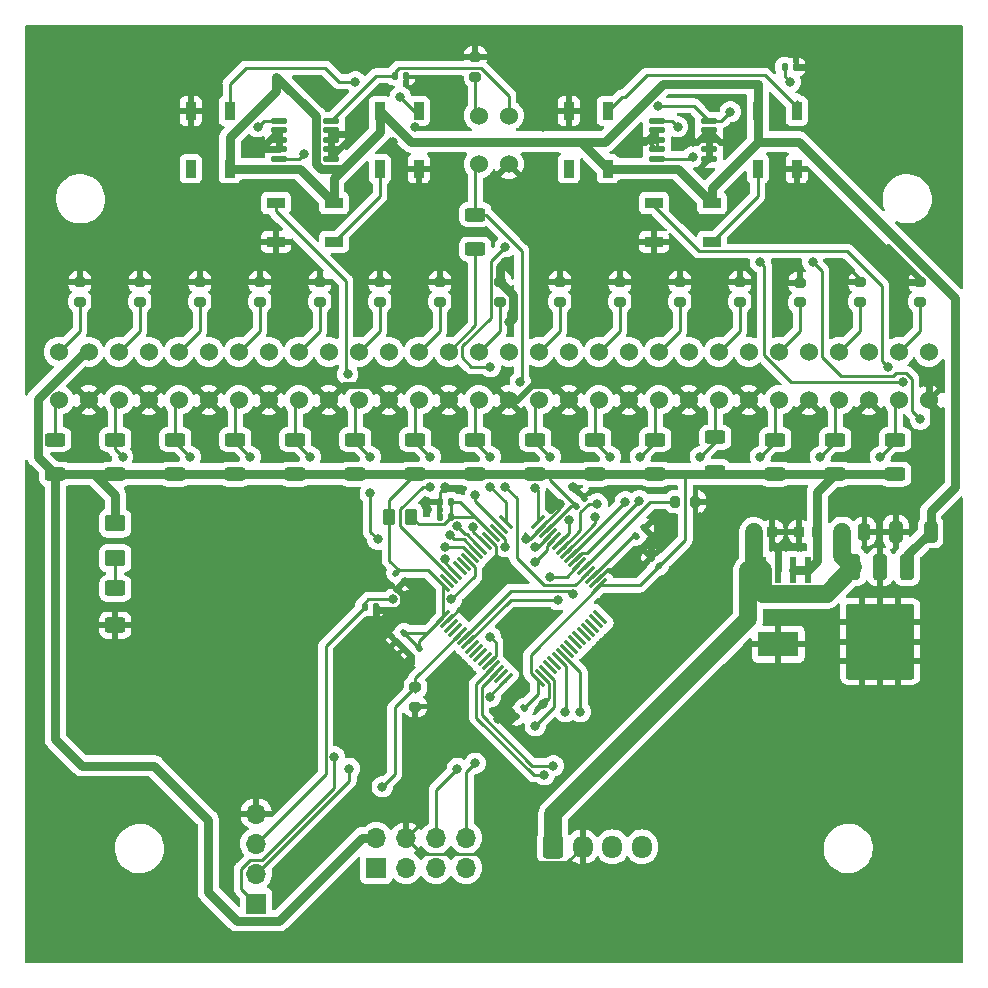
<source format=gbr>
%TF.GenerationSoftware,KiCad,Pcbnew,7.0.9*%
%TF.CreationDate,2024-05-14T12:43:38+09:00*%
%TF.ProjectId,04-line,30342d6c-696e-4652-9e6b-696361645f70,rev?*%
%TF.SameCoordinates,Original*%
%TF.FileFunction,Copper,L2,Bot*%
%TF.FilePolarity,Positive*%
%FSLAX46Y46*%
G04 Gerber Fmt 4.6, Leading zero omitted, Abs format (unit mm)*
G04 Created by KiCad (PCBNEW 7.0.9) date 2024-05-14 12:43:38*
%MOMM*%
%LPD*%
G01*
G04 APERTURE LIST*
G04 Aperture macros list*
%AMRoundRect*
0 Rectangle with rounded corners*
0 $1 Rounding radius*
0 $2 $3 $4 $5 $6 $7 $8 $9 X,Y pos of 4 corners*
0 Add a 4 corners polygon primitive as box body*
4,1,4,$2,$3,$4,$5,$6,$7,$8,$9,$2,$3,0*
0 Add four circle primitives for the rounded corners*
1,1,$1+$1,$2,$3*
1,1,$1+$1,$4,$5*
1,1,$1+$1,$6,$7*
1,1,$1+$1,$8,$9*
0 Add four rect primitives between the rounded corners*
20,1,$1+$1,$2,$3,$4,$5,0*
20,1,$1+$1,$4,$5,$6,$7,0*
20,1,$1+$1,$6,$7,$8,$9,0*
20,1,$1+$1,$8,$9,$2,$3,0*%
G04 Aperture macros list end*
%TA.AperFunction,ComponentPad*%
%ADD10R,1.700000X1.700000*%
%TD*%
%TA.AperFunction,ComponentPad*%
%ADD11O,1.700000X1.700000*%
%TD*%
%TA.AperFunction,ComponentPad*%
%ADD12RoundRect,0.250000X-0.600000X-0.725000X0.600000X-0.725000X0.600000X0.725000X-0.600000X0.725000X0*%
%TD*%
%TA.AperFunction,ComponentPad*%
%ADD13O,1.700000X1.950000*%
%TD*%
%TA.AperFunction,SMDPad,CuDef*%
%ADD14RoundRect,0.140000X-0.140000X-0.170000X0.140000X-0.170000X0.140000X0.170000X-0.140000X0.170000X0*%
%TD*%
%TA.AperFunction,SMDPad,CuDef*%
%ADD15R,0.900000X1.500000*%
%TD*%
%TA.AperFunction,ComponentPad*%
%ADD16C,1.524000*%
%TD*%
%TA.AperFunction,SMDPad,CuDef*%
%ADD17RoundRect,0.200000X-0.200000X-0.275000X0.200000X-0.275000X0.200000X0.275000X-0.200000X0.275000X0*%
%TD*%
%TA.AperFunction,SMDPad,CuDef*%
%ADD18RoundRect,0.200000X0.275000X-0.200000X0.275000X0.200000X-0.275000X0.200000X-0.275000X-0.200000X0*%
%TD*%
%TA.AperFunction,SMDPad,CuDef*%
%ADD19RoundRect,0.125000X0.575000X0.125000X-0.575000X0.125000X-0.575000X-0.125000X0.575000X-0.125000X0*%
%TD*%
%TA.AperFunction,SMDPad,CuDef*%
%ADD20RoundRect,0.250001X0.624999X-0.462499X0.624999X0.462499X-0.624999X0.462499X-0.624999X-0.462499X0*%
%TD*%
%TA.AperFunction,SMDPad,CuDef*%
%ADD21RoundRect,0.250000X0.325000X0.650000X-0.325000X0.650000X-0.325000X-0.650000X0.325000X-0.650000X0*%
%TD*%
%TA.AperFunction,SMDPad,CuDef*%
%ADD22RoundRect,0.250000X0.625000X-0.312500X0.625000X0.312500X-0.625000X0.312500X-0.625000X-0.312500X0*%
%TD*%
%TA.AperFunction,SMDPad,CuDef*%
%ADD23RoundRect,0.250000X0.625000X-0.400000X0.625000X0.400000X-0.625000X0.400000X-0.625000X-0.400000X0*%
%TD*%
%TA.AperFunction,SMDPad,CuDef*%
%ADD24RoundRect,0.250000X-0.250000X-0.475000X0.250000X-0.475000X0.250000X0.475000X-0.250000X0.475000X0*%
%TD*%
%TA.AperFunction,SMDPad,CuDef*%
%ADD25R,1.500000X0.900000*%
%TD*%
%TA.AperFunction,SMDPad,CuDef*%
%ADD26RoundRect,0.250000X-0.262500X-0.450000X0.262500X-0.450000X0.262500X0.450000X-0.262500X0.450000X0*%
%TD*%
%TA.AperFunction,SMDPad,CuDef*%
%ADD27R,0.600000X2.200000*%
%TD*%
%TA.AperFunction,SMDPad,CuDef*%
%ADD28R,3.450000X2.150000*%
%TD*%
%TA.AperFunction,SMDPad,CuDef*%
%ADD29RoundRect,0.140000X0.021213X-0.219203X0.219203X-0.021213X-0.021213X0.219203X-0.219203X0.021213X0*%
%TD*%
%TA.AperFunction,SMDPad,CuDef*%
%ADD30RoundRect,0.140000X0.219203X0.021213X0.021213X0.219203X-0.219203X-0.021213X-0.021213X-0.219203X0*%
%TD*%
%TA.AperFunction,SMDPad,CuDef*%
%ADD31RoundRect,0.140000X-0.021213X0.219203X-0.219203X0.021213X0.021213X-0.219203X0.219203X-0.021213X0*%
%TD*%
%TA.AperFunction,SMDPad,CuDef*%
%ADD32RoundRect,0.075000X-0.548008X0.441942X0.441942X-0.548008X0.548008X-0.441942X-0.441942X0.548008X0*%
%TD*%
%TA.AperFunction,SMDPad,CuDef*%
%ADD33RoundRect,0.075000X-0.548008X-0.441942X-0.441942X-0.548008X0.548008X0.441942X0.441942X0.548008X0*%
%TD*%
%TA.AperFunction,SMDPad,CuDef*%
%ADD34RoundRect,0.225000X0.225000X0.250000X-0.225000X0.250000X-0.225000X-0.250000X0.225000X-0.250000X0*%
%TD*%
%TA.AperFunction,SMDPad,CuDef*%
%ADD35RoundRect,0.250000X-0.350000X0.850000X-0.350000X-0.850000X0.350000X-0.850000X0.350000X0.850000X0*%
%TD*%
%TA.AperFunction,SMDPad,CuDef*%
%ADD36RoundRect,0.250000X-1.125000X1.275000X-1.125000X-1.275000X1.125000X-1.275000X1.125000X1.275000X0*%
%TD*%
%TA.AperFunction,SMDPad,CuDef*%
%ADD37RoundRect,0.249997X-2.650003X2.950003X-2.650003X-2.950003X2.650003X-2.950003X2.650003X2.950003X0*%
%TD*%
%TA.AperFunction,SMDPad,CuDef*%
%ADD38RoundRect,0.140000X0.140000X0.170000X-0.140000X0.170000X-0.140000X-0.170000X0.140000X-0.170000X0*%
%TD*%
%TA.AperFunction,SMDPad,CuDef*%
%ADD39RoundRect,0.140000X-0.219203X-0.021213X-0.021213X-0.219203X0.219203X0.021213X0.021213X0.219203X0*%
%TD*%
%TA.AperFunction,SMDPad,CuDef*%
%ADD40RoundRect,0.225000X-0.225000X-0.250000X0.225000X-0.250000X0.225000X0.250000X-0.225000X0.250000X0*%
%TD*%
%TA.AperFunction,SMDPad,CuDef*%
%ADD41RoundRect,0.200000X-0.275000X0.200000X-0.275000X-0.200000X0.275000X-0.200000X0.275000X0.200000X0*%
%TD*%
%TA.AperFunction,ViaPad*%
%ADD42C,0.800000*%
%TD*%
%TA.AperFunction,Conductor*%
%ADD43C,0.250000*%
%TD*%
%TA.AperFunction,Conductor*%
%ADD44C,0.800000*%
%TD*%
%TA.AperFunction,Conductor*%
%ADD45C,0.600000*%
%TD*%
%TA.AperFunction,Conductor*%
%ADD46C,1.200000*%
%TD*%
%TA.AperFunction,Conductor*%
%ADD47C,1.500000*%
%TD*%
G04 APERTURE END LIST*
D10*
%TO.P,J4,1,Pin_1*%
%TO.N,unconnected-(J4-Pin_1-Pad1)*%
X75438000Y-151638000D03*
D11*
%TO.P,J4,2,Pin_2*%
%TO.N,+3V3*%
X75438000Y-149098000D03*
%TO.P,J4,3,Pin_3*%
%TO.N,BOOT0*%
X77978000Y-151638000D03*
%TO.P,J4,4,Pin_4*%
%TO.N,GND*%
X77978000Y-149098000D03*
%TO.P,J4,5,Pin_5*%
%TO.N,NRST*%
X80518000Y-151638000D03*
%TO.P,J4,6,Pin_6*%
%TO.N,UART1_TX*%
X80518000Y-149098000D03*
%TO.P,J4,7,Pin_7*%
%TO.N,unconnected-(J4-Pin_7-Pad7)*%
X83058000Y-151638000D03*
%TO.P,J4,8,Pin_8*%
%TO.N,UART1_RX*%
X83058000Y-149098000D03*
%TD*%
D10*
%TO.P,J1,1,Pin_1*%
%TO.N,SWCLK*%
X65278000Y-154676000D03*
D11*
%TO.P,J1,2,Pin_2*%
%TO.N,SWDIO*%
X65278000Y-152136000D03*
%TO.P,J1,3,Pin_3*%
%TO.N,NRST*%
X65278000Y-149596000D03*
%TO.P,J1,4,Pin_4*%
%TO.N,GND*%
X65278000Y-147056000D03*
%TD*%
D12*
%TO.P,J3,1,Pin_1*%
%TO.N,VDD*%
X90424000Y-149860000D03*
D13*
%TO.P,J3,2,Pin_2*%
%TO.N,GND*%
X92924000Y-149860000D03*
%TO.P,J3,3,Pin_3*%
%TO.N,UART3_RX*%
X95424000Y-149860000D03*
%TO.P,J3,4,Pin_4*%
%TO.N,UART3_TX*%
X97924000Y-149860000D03*
%TD*%
D14*
%TO.P,C15,1*%
%TO.N,GND*%
X80800000Y-121920000D03*
%TO.P,C15,2*%
%TO.N,Net-(U24-VDDA)*%
X81760000Y-121920000D03*
%TD*%
D15*
%TO.P,D6,1,VDD*%
%TO.N,+5V*%
X75750500Y-87550000D03*
%TO.P,D6,2,DOUT*%
%TO.N,Net-(D6-DOUT)*%
X79050500Y-87550000D03*
%TO.P,D6,3,VSS*%
%TO.N,GND*%
X79050500Y-92450000D03*
%TO.P,D6,4,DIN*%
%TO.N,Net-(D5-DOUT)*%
X75750500Y-92450000D03*
%TD*%
D16*
%TO.P,U2,1,Anode*%
%TO.N,+3V3*%
X81590500Y-107950000D03*
%TO.P,U2,2,Cathode*%
%TO.N,Net-(U2-Cathode)*%
X79050500Y-107950000D03*
%TO.P,U2,3,Emitter*%
%TO.N,GND*%
X81590500Y-112050000D03*
%TO.P,U2,4,Collector*%
%TO.N,photo_L_1*%
X79050500Y-112050000D03*
%TD*%
D17*
%TO.P,R26,1*%
%TO.N,Net-(U24-PB2)*%
X100775000Y-120650000D03*
%TO.P,R26,2*%
%TO.N,GND*%
X102425000Y-120650000D03*
%TD*%
D16*
%TO.P,U15,1,Anode*%
%TO.N,+3V3*%
X106990500Y-107950000D03*
%TO.P,U15,2,Cathode*%
%TO.N,Net-(U15-Cathode)*%
X104450500Y-107950000D03*
%TO.P,U15,3,Emitter*%
%TO.N,GND*%
X106990500Y-112050000D03*
%TO.P,U15,4,Collector*%
%TO.N,photo_R_4*%
X104450500Y-112050000D03*
%TD*%
D14*
%TO.P,C16,1*%
%TO.N,GND*%
X80800000Y-120650000D03*
%TO.P,C16,2*%
%TO.N,Net-(U24-VDDA)*%
X81760000Y-120650000D03*
%TD*%
D16*
%TO.P,U14,1,Anode*%
%TO.N,+3V3*%
X101910500Y-107950000D03*
%TO.P,U14,2,Cathode*%
%TO.N,Net-(U14-Cathode)*%
X99370500Y-107950000D03*
%TO.P,U14,3,Emitter*%
%TO.N,GND*%
X101910500Y-112050000D03*
%TO.P,U14,4,Collector*%
%TO.N,photo_R_3*%
X99370500Y-112050000D03*
%TD*%
D18*
%TO.P,R9,1*%
%TO.N,Net-(U10-Cathode)*%
X83820000Y-84645000D03*
%TO.P,R9,2*%
%TO.N,GND*%
X83820000Y-82995000D03*
%TD*%
D19*
%TO.P,U25,1,VDD*%
%TO.N,+3V3*%
X71600500Y-88400000D03*
%TO.P,U25,2*%
%TO.N,GND*%
X71600500Y-89200000D03*
%TO.P,U25,3*%
X71600500Y-90000000D03*
%TO.P,U25,4*%
X71600500Y-90800000D03*
%TO.P,U25,5,GND*%
X71600500Y-91600000D03*
%TO.P,U25,6,SCL*%
%TO.N,I2C2_SCL*%
X67200500Y-91600000D03*
%TO.P,U25,7*%
%TO.N,GND*%
X67200500Y-90800000D03*
%TO.P,U25,8*%
X67200500Y-90000000D03*
%TO.P,U25,9*%
X67200500Y-89200000D03*
%TO.P,U25,10,SDA*%
%TO.N,I2C2_SDA*%
X67200500Y-88400000D03*
%TD*%
D16*
%TO.P,U7,1,Anode*%
%TO.N,+3V3*%
X56190500Y-107950000D03*
%TO.P,U7,2,Cathode*%
%TO.N,Net-(U7-Cathode)*%
X53650500Y-107950000D03*
%TO.P,U7,3,Emitter*%
%TO.N,GND*%
X56190500Y-112050000D03*
%TO.P,U7,4,Collector*%
%TO.N,photo_L_6*%
X53650500Y-112050000D03*
%TD*%
D20*
%TO.P,D3,1,K*%
%TO.N,Net-(D3-K)*%
X53340000Y-125439500D03*
%TO.P,D3,2,A*%
%TO.N,+3V3*%
X53340000Y-122464500D03*
%TD*%
D21*
%TO.P,C10,1*%
%TO.N,+5V*%
X122380000Y-123190000D03*
%TO.P,C10,2*%
%TO.N,GND*%
X119430000Y-123190000D03*
%TD*%
D22*
%TO.P,R14,1*%
%TO.N,+3V3*%
X58420000Y-118302500D03*
%TO.P,R14,2*%
%TO.N,photo_L_5*%
X58420000Y-115377500D03*
%TD*%
D14*
%TO.P,C6,1*%
%TO.N,+3V3*%
X110010000Y-83820000D03*
%TO.P,C6,2*%
%TO.N,GND*%
X110970000Y-83820000D03*
%TD*%
D22*
%TO.P,R30,1*%
%TO.N,+3V3*%
X99060000Y-118302500D03*
%TO.P,R30,2*%
%TO.N,photo_R_3*%
X99060000Y-115377500D03*
%TD*%
D18*
%TO.P,R25,1*%
%TO.N,Net-(U18-Cathode)*%
X121475000Y-103695000D03*
%TO.P,R25,2*%
%TO.N,GND*%
X121475000Y-102045000D03*
%TD*%
D16*
%TO.P,U4,1,Anode*%
%TO.N,+3V3*%
X71430500Y-107950000D03*
%TO.P,U4,2,Cathode*%
%TO.N,Net-(U4-Cathode)*%
X68890500Y-107950000D03*
%TO.P,U4,3,Emitter*%
%TO.N,GND*%
X71430500Y-112050000D03*
%TO.P,U4,4,Collector*%
%TO.N,photo_L_3*%
X68890500Y-112050000D03*
%TD*%
D18*
%TO.P,R4,1*%
%TO.N,Net-(U5-Cathode)*%
X65595000Y-103695000D03*
%TO.P,R4,2*%
%TO.N,GND*%
X65595000Y-102045000D03*
%TD*%
D22*
%TO.P,R10,1*%
%TO.N,+3V3*%
X78740000Y-118302500D03*
%TO.P,R10,2*%
%TO.N,photo_L_1*%
X78740000Y-115377500D03*
%TD*%
%TO.P,R34,1*%
%TO.N,+3V3*%
X119380000Y-118302500D03*
%TO.P,R34,2*%
%TO.N,photo_R_7*%
X119380000Y-115377500D03*
%TD*%
D18*
%TO.P,R24,1*%
%TO.N,Net-(U17-Cathode)*%
X116395000Y-103695000D03*
%TO.P,R24,2*%
%TO.N,GND*%
X116395000Y-102045000D03*
%TD*%
D23*
%TO.P,R27,1*%
%TO.N,GND*%
X53340000Y-131090000D03*
%TO.P,R27,2*%
%TO.N,Net-(D3-K)*%
X53340000Y-127990000D03*
%TD*%
D22*
%TO.P,R12,1*%
%TO.N,+3V3*%
X68580000Y-118302500D03*
%TO.P,R12,2*%
%TO.N,photo_L_3*%
X68580000Y-115377500D03*
%TD*%
D18*
%TO.P,R7,1*%
%TO.N,Net-(U8-Cathode)*%
X50355000Y-103695000D03*
%TO.P,R7,2*%
%TO.N,GND*%
X50355000Y-102045000D03*
%TD*%
%TO.P,R21,1*%
%TO.N,Net-(U14-Cathode)*%
X101155000Y-103695000D03*
%TO.P,R21,2*%
%TO.N,GND*%
X101155000Y-102045000D03*
%TD*%
D22*
%TO.P,R33,1*%
%TO.N,+3V3*%
X114300000Y-118302500D03*
%TO.P,R33,2*%
%TO.N,photo_R_6*%
X114300000Y-115377500D03*
%TD*%
%TO.P,R17,1*%
%TO.N,+3V3*%
X83820000Y-118302500D03*
%TO.P,R17,2*%
%TO.N,photo_center*%
X83820000Y-115377500D03*
%TD*%
D18*
%TO.P,R23,1*%
%TO.N,Net-(U16-Cathode)*%
X111315000Y-103755000D03*
%TO.P,R23,2*%
%TO.N,GND*%
X111315000Y-102105000D03*
%TD*%
D22*
%TO.P,R11,1*%
%TO.N,+3V3*%
X73660000Y-118302500D03*
%TO.P,R11,2*%
%TO.N,photo_L_2*%
X73660000Y-115377500D03*
%TD*%
%TO.P,R18,1*%
%TO.N,+3V3*%
X83820000Y-99252500D03*
%TO.P,R18,2*%
%TO.N,photo_front*%
X83820000Y-96327500D03*
%TD*%
%TO.P,R16,1*%
%TO.N,+3V3*%
X48260000Y-118302500D03*
%TO.P,R16,2*%
%TO.N,photo_L_7*%
X48260000Y-115377500D03*
%TD*%
%TO.P,R32,1*%
%TO.N,+3V3*%
X109220000Y-118302500D03*
%TO.P,R32,2*%
%TO.N,photo_R_5*%
X109220000Y-115377500D03*
%TD*%
D18*
%TO.P,R3,1*%
%TO.N,Net-(U4-Cathode)*%
X70675000Y-103695000D03*
%TO.P,R3,2*%
%TO.N,GND*%
X70675000Y-102045000D03*
%TD*%
D24*
%TO.P,C9,1*%
%TO.N,VDD*%
X114875000Y-123190000D03*
%TO.P,C9,2*%
%TO.N,GND*%
X116775000Y-123190000D03*
%TD*%
D16*
%TO.P,U5,1,Anode*%
%TO.N,+3V3*%
X66350500Y-107950000D03*
%TO.P,U5,2,Cathode*%
%TO.N,Net-(U5-Cathode)*%
X63810500Y-107950000D03*
%TO.P,U5,3,Emitter*%
%TO.N,GND*%
X66350500Y-112050000D03*
%TO.P,U5,4,Collector*%
%TO.N,photo_L_4*%
X63810500Y-112050000D03*
%TD*%
D25*
%TO.P,D5,1,VDD*%
%TO.N,+5V*%
X71850500Y-95350000D03*
%TO.P,D5,2,DOUT*%
%TO.N,Net-(D5-DOUT)*%
X71850500Y-98650000D03*
%TO.P,D5,3,VSS*%
%TO.N,GND*%
X66950500Y-98650000D03*
%TO.P,D5,4,DIN*%
%TO.N,LED_R*%
X66950500Y-95350000D03*
%TD*%
D26*
%TO.P,FB1,1*%
%TO.N,+3V3*%
X76557500Y-121920000D03*
%TO.P,FB1,2*%
%TO.N,Net-(U24-VDDA)*%
X78382500Y-121920000D03*
%TD*%
D15*
%TO.P,D8,1,VDD*%
%TO.N,+5V*%
X63050500Y-92450000D03*
%TO.P,D8,2,DOUT*%
%TO.N,unconnected-(D8-DOUT-Pad2)*%
X59750500Y-92450000D03*
%TO.P,D8,3,VSS*%
%TO.N,GND*%
X59750500Y-87550000D03*
%TO.P,D8,4,DIN*%
%TO.N,Net-(D6-DOUT)*%
X63050500Y-87550000D03*
%TD*%
D27*
%TO.P,U27,1,SHDN*%
%TO.N,VDD*%
X106935000Y-126402500D03*
%TO.P,U27,2,IN*%
X108205000Y-126402500D03*
%TO.P,U27,3,GND*%
%TO.N,GND*%
X109475000Y-126402500D03*
%TO.P,U27,4,OUT*%
%TO.N,+3V3*%
X110745000Y-126402500D03*
%TO.P,U27,5,SENSE*%
X112015000Y-126402500D03*
D28*
%TO.P,U27,6,GND*%
%TO.N,GND*%
X109475000Y-132702500D03*
%TD*%
D29*
%TO.P,C4,1*%
%TO.N,GND*%
X77130589Y-132419411D03*
%TO.P,C4,2*%
%TO.N,+3V3*%
X77809411Y-131740589D03*
%TD*%
D30*
%TO.P,C5,1*%
%TO.N,GND*%
X77809411Y-127339411D03*
%TO.P,C5,2*%
%TO.N,+3V3*%
X77130589Y-126660589D03*
%TD*%
D31*
%TO.P,C12,1*%
%TO.N,GND*%
X93049411Y-120310589D03*
%TO.P,C12,2*%
%TO.N,+3V3*%
X92370589Y-120989411D03*
%TD*%
D22*
%TO.P,R31,1*%
%TO.N,+3V3*%
X104140000Y-118110000D03*
%TO.P,R31,2*%
%TO.N,photo_R_4*%
X104140000Y-115185000D03*
%TD*%
%TO.P,R28,1*%
%TO.N,+3V3*%
X88900000Y-118302500D03*
%TO.P,R28,2*%
%TO.N,photo_R_1*%
X88900000Y-115377500D03*
%TD*%
D16*
%TO.P,U16,1,Anode*%
%TO.N,+3V3*%
X112070500Y-107950000D03*
%TO.P,U16,2,Cathode*%
%TO.N,Net-(U16-Cathode)*%
X109530500Y-107950000D03*
%TO.P,U16,3,Emitter*%
%TO.N,GND*%
X112070500Y-112050000D03*
%TO.P,U16,4,Collector*%
%TO.N,photo_R_5*%
X109530500Y-112050000D03*
%TD*%
D18*
%TO.P,R22,1*%
%TO.N,Net-(U15-Cathode)*%
X106235000Y-103695000D03*
%TO.P,R22,2*%
%TO.N,GND*%
X106235000Y-102045000D03*
%TD*%
D32*
%TO.P,U24,1,VBAT*%
%TO.N,+3V3*%
X81083678Y-127707106D03*
%TO.P,U24,2,PC13*%
%TO.N,unconnected-(U24-PC13-Pad2)*%
X81437231Y-127353553D03*
%TO.P,U24,3,PC14*%
%TO.N,LED_R*%
X81790784Y-127000000D03*
%TO.P,U24,4,PC15*%
%TO.N,LED_L*%
X82144338Y-126646446D03*
%TO.P,U24,5,PH0*%
%TO.N,unconnected-(U24-PH0-Pad5)*%
X82497891Y-126292893D03*
%TO.P,U24,6,PH1*%
%TO.N,unconnected-(U24-PH1-Pad6)*%
X82851445Y-125939339D03*
%TO.P,U24,7,NRST*%
%TO.N,NRST*%
X83204998Y-125585786D03*
%TO.P,U24,8,PC0*%
%TO.N,photo_L_7*%
X83558551Y-125232233D03*
%TO.P,U24,9,PC1*%
%TO.N,photo_L_6*%
X83912105Y-124878679D03*
%TO.P,U24,10,PC2*%
%TO.N,photo_L_5*%
X84265658Y-124525126D03*
%TO.P,U24,11,PC3*%
%TO.N,photo_L_4*%
X84619211Y-124171573D03*
%TO.P,U24,12,VSSA*%
%TO.N,GND*%
X84972765Y-123818019D03*
%TO.P,U24,13,VDDA*%
%TO.N,Net-(U24-VDDA)*%
X85326318Y-123464466D03*
%TO.P,U24,14,PA0*%
%TO.N,photo_L_3*%
X85679872Y-123110912D03*
%TO.P,U24,15,PA1*%
%TO.N,photo_L_2*%
X86033425Y-122757359D03*
%TO.P,U24,16,PA2*%
%TO.N,photo_L_1*%
X86386978Y-122403806D03*
D33*
%TO.P,U24,17,PA3*%
%TO.N,photo_front*%
X89109340Y-122403806D03*
%TO.P,U24,18,VSS*%
%TO.N,GND*%
X89462893Y-122757359D03*
%TO.P,U24,19,VDD*%
%TO.N,+3V3*%
X89816446Y-123110912D03*
%TO.P,U24,20,PA4*%
%TO.N,photo_center*%
X90170000Y-123464466D03*
%TO.P,U24,21,PA5*%
%TO.N,photo_R_1*%
X90523553Y-123818019D03*
%TO.P,U24,22,PA6*%
%TO.N,photo_R_2*%
X90877107Y-124171573D03*
%TO.P,U24,23,PA7*%
%TO.N,photo_R_3*%
X91230660Y-124525126D03*
%TO.P,U24,24,PC4*%
%TO.N,photo_R_4*%
X91584213Y-124878679D03*
%TO.P,U24,25,PC5*%
%TO.N,photo_R_5*%
X91937767Y-125232233D03*
%TO.P,U24,26,PB0*%
%TO.N,photo_R_6*%
X92291320Y-125585786D03*
%TO.P,U24,27,PB1*%
%TO.N,photo_R_7*%
X92644873Y-125939339D03*
%TO.P,U24,28,PB2*%
%TO.N,Net-(U24-PB2)*%
X92998427Y-126292893D03*
%TO.P,U24,29,PB10*%
%TO.N,I2C2_SCL*%
X93351980Y-126646446D03*
%TO.P,U24,30,VCAP_1*%
%TO.N,Net-(U24-VCAP_1)*%
X93705534Y-127000000D03*
%TO.P,U24,31,VSS*%
%TO.N,GND*%
X94059087Y-127353553D03*
%TO.P,U24,32,VDD*%
%TO.N,+3V3*%
X94412640Y-127707106D03*
D32*
%TO.P,U24,33,PB12*%
%TO.N,unconnected-(U24-PB12-Pad33)*%
X94412640Y-130429468D03*
%TO.P,U24,34,PB13*%
%TO.N,unconnected-(U24-PB13-Pad34)*%
X94059087Y-130783021D03*
%TO.P,U24,35,PB14*%
%TO.N,unconnected-(U24-PB14-Pad35)*%
X93705534Y-131136574D03*
%TO.P,U24,36,PB15*%
%TO.N,unconnected-(U24-PB15-Pad36)*%
X93351980Y-131490128D03*
%TO.P,U24,37,PC6*%
%TO.N,unconnected-(U24-PC6-Pad37)*%
X92998427Y-131843681D03*
%TO.P,U24,38,PC7*%
%TO.N,unconnected-(U24-PC7-Pad38)*%
X92644873Y-132197235D03*
%TO.P,U24,39,PC8*%
%TO.N,unconnected-(U24-PC8-Pad39)*%
X92291320Y-132550788D03*
%TO.P,U24,40,PC9*%
%TO.N,I2C3_SDA*%
X91937767Y-132904341D03*
%TO.P,U24,41,PA8*%
%TO.N,I2C3_SCL*%
X91584213Y-133257895D03*
%TO.P,U24,42,PA9*%
%TO.N,UART1_TX*%
X91230660Y-133611448D03*
%TO.P,U24,43,PA10*%
%TO.N,UART1_RX*%
X90877107Y-133965001D03*
%TO.P,U24,44,PA11*%
%TO.N,unconnected-(U24-PA11-Pad44)*%
X90523553Y-134318555D03*
%TO.P,U24,45,PA12*%
%TO.N,unconnected-(U24-PA12-Pad45)*%
X90170000Y-134672108D03*
%TO.P,U24,46,PA13*%
%TO.N,SWDIO*%
X89816446Y-135025662D03*
%TO.P,U24,47,VSS*%
%TO.N,GND*%
X89462893Y-135379215D03*
%TO.P,U24,48,VDD*%
%TO.N,+3V3*%
X89109340Y-135732768D03*
D33*
%TO.P,U24,49,PA14*%
%TO.N,SWCLK*%
X86386978Y-135732768D03*
%TO.P,U24,50,PA15*%
%TO.N,unconnected-(U24-PA15-Pad50)*%
X86033425Y-135379215D03*
%TO.P,U24,51,PC10*%
%TO.N,UART3_TX*%
X85679872Y-135025662D03*
%TO.P,U24,52,PC11*%
%TO.N,UART3_RX*%
X85326318Y-134672108D03*
%TO.P,U24,53,PC12*%
%TO.N,I2C2_SDA*%
X84972765Y-134318555D03*
%TO.P,U24,54,PD2*%
%TO.N,unconnected-(U24-PD2-Pad54)*%
X84619211Y-133965001D03*
%TO.P,U24,55,PB3*%
%TO.N,unconnected-(U24-PB3-Pad55)*%
X84265658Y-133611448D03*
%TO.P,U24,56,PB4*%
%TO.N,unconnected-(U24-PB4-Pad56)*%
X83912105Y-133257895D03*
%TO.P,U24,57,PB5*%
%TO.N,unconnected-(U24-PB5-Pad57)*%
X83558551Y-132904341D03*
%TO.P,U24,58,PB6*%
%TO.N,I2C1_SCL*%
X83204998Y-132550788D03*
%TO.P,U24,59,PB7*%
%TO.N,I2C1_SDA*%
X82851445Y-132197235D03*
%TO.P,U24,60,BOOT0*%
%TO.N,BOOT0*%
X82497891Y-131843681D03*
%TO.P,U24,61,PB8*%
%TO.N,unconnected-(U24-PB8-Pad61)*%
X82144338Y-131490128D03*
%TO.P,U24,62,PB9*%
%TO.N,unconnected-(U24-PB9-Pad62)*%
X81790784Y-131136574D03*
%TO.P,U24,63,VSS*%
%TO.N,GND*%
X81437231Y-130783021D03*
%TO.P,U24,64,VDD*%
%TO.N,+3V3*%
X81083678Y-130429468D03*
%TD*%
D34*
%TO.P,C8,1*%
%TO.N,+3V3*%
X112790000Y-123190000D03*
%TO.P,C8,2*%
%TO.N,GND*%
X111240000Y-123190000D03*
%TD*%
D16*
%TO.P,U17,1,Anode*%
%TO.N,+3V3*%
X117150500Y-107950000D03*
%TO.P,U17,2,Cathode*%
%TO.N,Net-(U17-Cathode)*%
X114610500Y-107950000D03*
%TO.P,U17,3,Emitter*%
%TO.N,GND*%
X117150500Y-112050000D03*
%TO.P,U17,4,Collector*%
%TO.N,photo_R_6*%
X114610500Y-112050000D03*
%TD*%
D15*
%TO.P,D4,1,VDD*%
%TO.N,+5V*%
X95050500Y-92450000D03*
%TO.P,D4,2,DOUT*%
%TO.N,unconnected-(D4-DOUT-Pad2)*%
X91750500Y-92450000D03*
%TO.P,D4,3,VSS*%
%TO.N,GND*%
X91750500Y-87550000D03*
%TO.P,D4,4,DIN*%
%TO.N,Net-(D2-DOUT)*%
X95050500Y-87550000D03*
%TD*%
D31*
%TO.P,C14,1*%
%TO.N,+3V3*%
X79079411Y-133010589D03*
%TO.P,C14,2*%
%TO.N,GND*%
X78400589Y-133689411D03*
%TD*%
D16*
%TO.P,U8,1,Anode*%
%TO.N,+3V3*%
X51110500Y-107950000D03*
%TO.P,U8,2,Cathode*%
%TO.N,Net-(U8-Cathode)*%
X48570500Y-107950000D03*
%TO.P,U8,3,Emitter*%
%TO.N,GND*%
X51110500Y-112050000D03*
%TO.P,U8,4,Collector*%
%TO.N,photo_L_7*%
X48570500Y-112050000D03*
%TD*%
D18*
%TO.P,R8,1*%
%TO.N,Net-(U9-Cathode)*%
X85915000Y-103695000D03*
%TO.P,R8,2*%
%TO.N,GND*%
X85915000Y-102045000D03*
%TD*%
D29*
%TO.P,C2,1*%
%TO.N,Net-(U24-VCAP_1)*%
X97450589Y-123529411D03*
%TO.P,C2,2*%
%TO.N,GND*%
X98129411Y-122850589D03*
%TD*%
D22*
%TO.P,R29,1*%
%TO.N,+3V3*%
X93980000Y-118302500D03*
%TO.P,R29,2*%
%TO.N,photo_R_2*%
X93980000Y-115377500D03*
%TD*%
D18*
%TO.P,R20,1*%
%TO.N,Net-(U13-Cathode)*%
X96075000Y-103695000D03*
%TO.P,R20,2*%
%TO.N,GND*%
X96075000Y-102045000D03*
%TD*%
D16*
%TO.P,U12,1,Anode*%
%TO.N,+3V3*%
X91750500Y-107950000D03*
%TO.P,U12,2,Cathode*%
%TO.N,Net-(U12-Cathode)*%
X89210500Y-107950000D03*
%TO.P,U12,3,Emitter*%
%TO.N,GND*%
X91750500Y-112050000D03*
%TO.P,U12,4,Collector*%
%TO.N,photo_R_1*%
X89210500Y-112050000D03*
%TD*%
D14*
%TO.P,C3,1*%
%TO.N,+3V3*%
X76990000Y-84582000D03*
%TO.P,C3,2*%
%TO.N,GND*%
X77950000Y-84582000D03*
%TD*%
D18*
%TO.P,R5,1*%
%TO.N,Net-(U6-Cathode)*%
X60515000Y-103695000D03*
%TO.P,R5,2*%
%TO.N,GND*%
X60515000Y-102045000D03*
%TD*%
D35*
%TO.P,U28,1,IN*%
%TO.N,VDD*%
X115830000Y-126185000D03*
%TO.P,U28,2,GND*%
%TO.N,GND*%
X118110000Y-126185000D03*
D36*
X119635000Y-130810000D03*
X116585000Y-130810000D03*
D37*
X118110000Y-132485000D03*
D36*
X119635000Y-134160000D03*
X116585000Y-134160000D03*
D35*
%TO.P,U28,3,OUT*%
%TO.N,+5V*%
X120390000Y-126185000D03*
%TD*%
D38*
%TO.P,C1,1*%
%TO.N,GND*%
X75410000Y-129540000D03*
%TO.P,C1,2*%
%TO.N,NRST*%
X74450000Y-129540000D03*
%TD*%
D18*
%TO.P,R19,1*%
%TO.N,Net-(U12-Cathode)*%
X90995000Y-103695000D03*
%TO.P,R19,2*%
%TO.N,GND*%
X90995000Y-102045000D03*
%TD*%
D29*
%TO.P,C13,1*%
%TO.N,GND*%
X87290589Y-138769411D03*
%TO.P,C13,2*%
%TO.N,+3V3*%
X87969411Y-138090589D03*
%TD*%
D18*
%TO.P,R1,1*%
%TO.N,Net-(U2-Cathode)*%
X80835000Y-103695000D03*
%TO.P,R1,2*%
%TO.N,GND*%
X80835000Y-102045000D03*
%TD*%
D22*
%TO.P,R13,1*%
%TO.N,+3V3*%
X63500000Y-118302500D03*
%TO.P,R13,2*%
%TO.N,photo_L_4*%
X63500000Y-115377500D03*
%TD*%
D16*
%TO.P,U3,1,Anode*%
%TO.N,+3V3*%
X76510500Y-107950000D03*
%TO.P,U3,2,Cathode*%
%TO.N,Net-(U3-Cathode)*%
X73970500Y-107950000D03*
%TO.P,U3,3,Emitter*%
%TO.N,GND*%
X76510500Y-112050000D03*
%TO.P,U3,4,Collector*%
%TO.N,photo_L_2*%
X73970500Y-112050000D03*
%TD*%
D19*
%TO.P,U26,1,VDD*%
%TO.N,+3V3*%
X103600500Y-88400000D03*
%TO.P,U26,2*%
%TO.N,GND*%
X103600500Y-89200000D03*
%TO.P,U26,3*%
X103600500Y-90000000D03*
%TO.P,U26,4*%
X103600500Y-90800000D03*
%TO.P,U26,5,GND*%
X103600500Y-91600000D03*
%TO.P,U26,6,SCL*%
%TO.N,I2C1_SCL*%
X99200500Y-91600000D03*
%TO.P,U26,7*%
%TO.N,GND*%
X99200500Y-90800000D03*
%TO.P,U26,8*%
X99200500Y-90000000D03*
%TO.P,U26,9*%
X99200500Y-89200000D03*
%TO.P,U26,10,SDA*%
%TO.N,I2C1_SDA*%
X99200500Y-88400000D03*
%TD*%
D16*
%TO.P,U9,1,Anode*%
%TO.N,+3V3*%
X86670500Y-107950000D03*
%TO.P,U9,2,Cathode*%
%TO.N,Net-(U9-Cathode)*%
X84130500Y-107950000D03*
%TO.P,U9,3,Emitter*%
%TO.N,GND*%
X86670500Y-112050000D03*
%TO.P,U9,4,Collector*%
%TO.N,photo_center*%
X84130500Y-112050000D03*
%TD*%
%TO.P,U18,1,Anode*%
%TO.N,+3V3*%
X122230500Y-107950000D03*
%TO.P,U18,2,Cathode*%
%TO.N,Net-(U18-Cathode)*%
X119690500Y-107950000D03*
%TO.P,U18,3,Emitter*%
%TO.N,GND*%
X122230500Y-112050000D03*
%TO.P,U18,4,Collector*%
%TO.N,photo_R_7*%
X119690500Y-112050000D03*
%TD*%
D15*
%TO.P,D2,1,VDD*%
%TO.N,+5V*%
X107750500Y-87550000D03*
%TO.P,D2,2,DOUT*%
%TO.N,Net-(D2-DOUT)*%
X111050500Y-87550000D03*
%TO.P,D2,3,VSS*%
%TO.N,GND*%
X111050500Y-92450000D03*
%TO.P,D2,4,DIN*%
%TO.N,Net-(D1-DOUT)*%
X107750500Y-92450000D03*
%TD*%
D16*
%TO.P,U6,1,Anode*%
%TO.N,+3V3*%
X61270500Y-107950000D03*
%TO.P,U6,2,Cathode*%
%TO.N,Net-(U6-Cathode)*%
X58730500Y-107950000D03*
%TO.P,U6,3,Emitter*%
%TO.N,GND*%
X61270500Y-112050000D03*
%TO.P,U6,4,Collector*%
%TO.N,photo_L_5*%
X58730500Y-112050000D03*
%TD*%
D39*
%TO.P,C11,1*%
%TO.N,GND*%
X98720589Y-125390589D03*
%TO.P,C11,2*%
%TO.N,+3V3*%
X99399411Y-126069411D03*
%TD*%
D16*
%TO.P,U10,1,Anode*%
%TO.N,+3V3*%
X86670500Y-87950000D03*
%TO.P,U10,2,Cathode*%
%TO.N,Net-(U10-Cathode)*%
X84130500Y-87950000D03*
%TO.P,U10,3,Emitter*%
%TO.N,GND*%
X86670500Y-92050000D03*
%TO.P,U10,4,Collector*%
%TO.N,photo_front*%
X84130500Y-92050000D03*
%TD*%
D40*
%TO.P,C7,1*%
%TO.N,VDD*%
X107430000Y-123190000D03*
%TO.P,C7,2*%
%TO.N,GND*%
X108980000Y-123190000D03*
%TD*%
D41*
%TO.P,R37,1*%
%TO.N,BOOT0*%
X78740000Y-136335000D03*
%TO.P,R37,2*%
%TO.N,GND*%
X78740000Y-137985000D03*
%TD*%
D18*
%TO.P,R6,1*%
%TO.N,Net-(U7-Cathode)*%
X55435000Y-103695000D03*
%TO.P,R6,2*%
%TO.N,GND*%
X55435000Y-102045000D03*
%TD*%
D25*
%TO.P,D1,1,VDD*%
%TO.N,+5V*%
X103850500Y-95350000D03*
%TO.P,D1,2,DOUT*%
%TO.N,Net-(D1-DOUT)*%
X103850500Y-98650000D03*
%TO.P,D1,3,VSS*%
%TO.N,GND*%
X98950500Y-98650000D03*
%TO.P,D1,4,DIN*%
%TO.N,LED_L*%
X98950500Y-95350000D03*
%TD*%
D22*
%TO.P,R15,1*%
%TO.N,+3V3*%
X53340000Y-118302500D03*
%TO.P,R15,2*%
%TO.N,photo_L_6*%
X53340000Y-115377500D03*
%TD*%
D16*
%TO.P,U13,1,Anode*%
%TO.N,+3V3*%
X96830500Y-107950000D03*
%TO.P,U13,2,Cathode*%
%TO.N,Net-(U13-Cathode)*%
X94290500Y-107950000D03*
%TO.P,U13,3,Emitter*%
%TO.N,GND*%
X96830500Y-112050000D03*
%TO.P,U13,4,Collector*%
%TO.N,photo_R_2*%
X94290500Y-112050000D03*
%TD*%
D18*
%TO.P,R2,1*%
%TO.N,Net-(U3-Cathode)*%
X75755000Y-103695000D03*
%TO.P,R2,2*%
%TO.N,GND*%
X75755000Y-102045000D03*
%TD*%
D42*
%TO.N,UART1_TX*%
X82296000Y-143235500D03*
%TO.N,UART1_RX*%
X83820000Y-142785500D03*
%TO.N,GND*%
X109855000Y-104775000D03*
X89535000Y-104775000D03*
X89535000Y-92075000D03*
X86360000Y-126365000D03*
X75565000Y-127635000D03*
X66040000Y-114935000D03*
X86639500Y-105410000D03*
X81915000Y-88265000D03*
X104140000Y-104775000D03*
X118745000Y-120650000D03*
X96520000Y-114935000D03*
X71120000Y-114935000D03*
X78740000Y-88900000D03*
X60960000Y-84455000D03*
X52705000Y-104775000D03*
X106680000Y-114935000D03*
X89535000Y-137795000D03*
X111125000Y-124460000D03*
X81915000Y-92075000D03*
X99695000Y-122555000D03*
X103505000Y-137795000D03*
X97155000Y-90170000D03*
X85090000Y-94615000D03*
X92075000Y-119380000D03*
X67945000Y-104775000D03*
X89535000Y-88900000D03*
X70485000Y-123825000D03*
X78105000Y-104775000D03*
X109855000Y-100965000D03*
X83185000Y-129540000D03*
X82550000Y-137160000D03*
X86360000Y-100330000D03*
X57785000Y-104775000D03*
X79375000Y-130175000D03*
X119380000Y-104775000D03*
X105410000Y-124460000D03*
X99060000Y-104775000D03*
X111760000Y-114935000D03*
X122555000Y-116205000D03*
X81280000Y-114935000D03*
X105410000Y-90170000D03*
X73025000Y-89535000D03*
X109220000Y-92075000D03*
X82550000Y-85090000D03*
X91440000Y-114935000D03*
X102870000Y-121920000D03*
X91036229Y-120866531D03*
X62865000Y-104775000D03*
X74295000Y-87630000D03*
X85725000Y-139065000D03*
X86360000Y-83820000D03*
X60960000Y-114935000D03*
X107315000Y-97790000D03*
X82550000Y-104775000D03*
X121920000Y-110490000D03*
X71120000Y-86360000D03*
X88148344Y-123801199D03*
X102235000Y-90170000D03*
X123444000Y-99314000D03*
X74295000Y-104775000D03*
X116840000Y-114935000D03*
X81280000Y-119380000D03*
X114300000Y-100965000D03*
X76835000Y-90170000D03*
X95885000Y-126365000D03*
X65405000Y-90805000D03*
X93345000Y-104775000D03*
X55880000Y-114935000D03*
X109220000Y-124460000D03*
X101600000Y-114935000D03*
X114935000Y-105410000D03*
X95250000Y-132715000D03*
%TO.N,photo_L_1*%
X85090000Y-119380000D03*
X80010000Y-116840000D03*
%TO.N,photo_L_2*%
X74930000Y-116840000D03*
X83820000Y-120104500D03*
%TO.N,photo_L_3*%
X86360000Y-124460000D03*
X69850000Y-116840000D03*
%TO.N,photo_L_4*%
X64770000Y-116840000D03*
X83650877Y-122813623D03*
%TO.N,photo_L_5*%
X59690000Y-116840000D03*
X82292154Y-122717360D03*
%TO.N,photo_L_6*%
X81668736Y-123498612D03*
X53975000Y-116840000D03*
%TO.N,photo_L_7*%
X74930000Y-119925500D03*
X81280000Y-124460000D03*
X75565000Y-123825000D03*
%TO.N,photo_R_1*%
X90170000Y-116840000D03*
X88900000Y-125730000D03*
%TO.N,photo_R_2*%
X91735978Y-122215978D03*
X95250000Y-116840000D03*
%TO.N,photo_R_3*%
X97790000Y-116840000D03*
X94153277Y-120823277D03*
%TO.N,photo_R_4*%
X93980000Y-121920000D03*
X102870000Y-116840000D03*
%TO.N,photo_R_5*%
X96520000Y-120650000D03*
X107950000Y-116840000D03*
%TO.N,photo_R_6*%
X97703361Y-120563361D03*
X113030000Y-116840000D03*
%TO.N,photo_R_7*%
X118110000Y-116840000D03*
X90170000Y-127000000D03*
%TO.N,SWCLK*%
X71882000Y-142240000D03*
X85090000Y-137160000D03*
%TO.N,I2C2_SDA*%
X65405000Y-88900000D03*
X85090000Y-132080000D03*
%TO.N,I2C2_SCL*%
X85090000Y-109220000D03*
X69301000Y-91234981D03*
X86360000Y-119380000D03*
X86360000Y-99060000D03*
%TO.N,+3V3*%
X105410000Y-87630000D03*
X99314000Y-87122000D03*
X110490000Y-85090000D03*
%TO.N,photo_center*%
X85090000Y-116840000D03*
X88900000Y-124460000D03*
%TO.N,photo_front*%
X88900000Y-119464500D03*
X87630000Y-110490000D03*
%TO.N,I2C1_SDA*%
X92075000Y-128449500D03*
X100965000Y-88900000D03*
X120015000Y-110490000D03*
X107950000Y-100330000D03*
%TO.N,I2C1_SCL*%
X90805000Y-128928675D03*
X112395000Y-100330000D03*
X102235000Y-91440000D03*
X121502000Y-113665000D03*
%TO.N,SWDIO*%
X88900000Y-139620500D03*
X73152000Y-143235500D03*
%TO.N,UART3_RX*%
X89662000Y-143764000D03*
%TO.N,UART1_RX*%
X91440000Y-138430000D03*
%TO.N,NRST*%
X81808178Y-128905000D03*
X76835000Y-128905000D03*
%TO.N,UART1_TX*%
X92710000Y-138430000D03*
%TO.N,BOOT0*%
X75946000Y-144780000D03*
%TO.N,UART3_TX*%
X90424000Y-143002000D03*
%TO.N,LED_L*%
X81280000Y-125459503D03*
X118745000Y-109220000D03*
%TO.N,LED_R*%
X80010000Y-119380000D03*
X73025000Y-109855000D03*
%TO.N,Net-(D6-DOUT)*%
X73660000Y-85090000D03*
X77470000Y-86360000D03*
%TD*%
D43*
%TO.N,GND*%
X78994000Y-148082000D02*
X78994000Y-146558000D01*
X77978000Y-149098000D02*
X78994000Y-148082000D01*
X88487000Y-150463000D02*
X89184000Y-151160000D01*
X89184000Y-151160000D02*
X91624000Y-151160000D01*
X91624000Y-151160000D02*
X92924000Y-149860000D01*
X79343000Y-150463000D02*
X88487000Y-150463000D01*
X77978000Y-149098000D02*
X79343000Y-150463000D01*
%TO.N,NRST*%
X74450000Y-129540000D02*
X71157000Y-132833000D01*
X71157000Y-132833000D02*
X71157000Y-143717000D01*
X71157000Y-143717000D02*
X65278000Y-149596000D01*
%TO.N,UART1_TX*%
X80518000Y-145013500D02*
X80518000Y-149098000D01*
X82296000Y-143235500D02*
X80518000Y-145013500D01*
%TO.N,UART1_RX*%
X83820000Y-142785500D02*
X83058000Y-143547500D01*
X83058000Y-143547500D02*
X83058000Y-149098000D01*
D44*
%TO.N,+3V3*%
X67207919Y-156126000D02*
X74235919Y-149098000D01*
X74235919Y-149098000D02*
X75438000Y-149098000D01*
X63670000Y-156126000D02*
X67207919Y-156126000D01*
X63670000Y-156126000D02*
X61214000Y-153670000D01*
D45*
%TO.N,GND*%
X77207793Y-129805000D02*
X75675000Y-129805000D01*
X122230500Y-112050000D02*
X122555000Y-112374500D01*
X122230500Y-112050000D02*
X122230500Y-110800500D01*
X77735000Y-128532207D02*
X77735000Y-129277793D01*
D43*
X80800000Y-120650000D02*
X80800000Y-119860000D01*
D45*
X75410000Y-131925000D02*
X75410000Y-129540000D01*
X120205000Y-102045000D02*
X120015000Y-102235000D01*
D43*
X94059087Y-127353553D02*
X95047640Y-126365000D01*
D45*
X97960000Y-90000000D02*
X97790000Y-90170000D01*
X122230500Y-110800500D02*
X121920000Y-110490000D01*
X71430500Y-112050000D02*
X72692500Y-110788000D01*
X79375000Y-127635000D02*
X79375000Y-128270000D01*
D43*
X99200500Y-89200000D02*
X99200500Y-90800000D01*
D45*
X109475000Y-126402500D02*
X109475000Y-124702500D01*
X77735000Y-129277793D02*
X77207793Y-129805000D01*
D44*
X86990000Y-103120000D02*
X86990000Y-105059500D01*
D45*
X105410000Y-90170000D02*
X104570500Y-90170000D01*
D43*
X99200500Y-89200000D02*
X98815250Y-89585250D01*
D45*
X90488500Y-110788000D02*
X91750500Y-112050000D01*
D43*
X88419053Y-123801199D02*
X88148344Y-123801199D01*
D44*
X85915000Y-102045000D02*
X85915000Y-100775000D01*
X85915000Y-100775000D02*
X86360000Y-100330000D01*
D45*
X71600500Y-89200000D02*
X71600500Y-91440000D01*
X109475000Y-124702500D02*
X109717500Y-124460000D01*
X65595500Y-90805000D02*
X65817750Y-90582750D01*
X67200500Y-89200000D02*
X67200500Y-90800000D01*
X78400589Y-133689411D02*
X77130589Y-132419411D01*
X98129411Y-122850589D02*
X99060000Y-121920000D01*
D43*
X77950000Y-84582000D02*
X82042000Y-84582000D01*
D45*
X98720589Y-123441767D02*
X98720589Y-125390589D01*
D43*
X89462893Y-135379215D02*
X90058817Y-135975139D01*
D45*
X109717500Y-124460000D02*
X111125000Y-124460000D01*
X88604793Y-110788000D02*
X90488500Y-110788000D01*
X79079411Y-127339411D02*
X79375000Y-127635000D01*
D43*
X90058817Y-137271183D02*
X89535000Y-137795000D01*
D45*
X97790000Y-90170000D02*
X98230500Y-90170000D01*
X86020589Y-138769411D02*
X85725000Y-139065000D01*
D43*
X82680252Y-129540000D02*
X83185000Y-129540000D01*
X85725000Y-126365000D02*
X85725000Y-127000000D01*
D45*
X102630500Y-90170000D02*
X103600500Y-89200000D01*
D43*
X116395000Y-102045000D02*
X116395000Y-101790000D01*
X92118822Y-119380000D02*
X93049411Y-120310589D01*
X98815250Y-90414750D02*
X99200500Y-90800000D01*
D44*
X86990000Y-105059500D02*
X86639500Y-105410000D01*
D43*
X92075000Y-119380000D02*
X92118822Y-119380000D01*
D45*
X121475000Y-102045000D02*
X120205000Y-102045000D01*
X118745000Y-100965000D02*
X120015000Y-102235000D01*
X99200500Y-90000000D02*
X97960000Y-90000000D01*
X73025000Y-89535000D02*
X72065500Y-89535000D01*
X113030000Y-85090000D02*
X111760000Y-83820000D01*
X111760000Y-83820000D02*
X110970000Y-83820000D01*
D43*
X98570500Y-90170000D02*
X98815250Y-90414750D01*
X81437231Y-130783021D02*
X82680252Y-129540000D01*
D45*
X65817750Y-90582750D02*
X67200500Y-89200000D01*
D43*
X98815250Y-89585250D02*
X98815250Y-90414750D01*
D45*
X72692500Y-110788000D02*
X75248500Y-110788000D01*
D44*
X85915000Y-102045000D02*
X86990000Y-103120000D01*
D45*
X65405000Y-90805000D02*
X65595500Y-90805000D01*
D43*
X82042000Y-84582000D02*
X82550000Y-85090000D01*
D45*
X67200500Y-90800000D02*
X66035000Y-90800000D01*
X98230500Y-90170000D02*
X99200500Y-89200000D01*
X75248500Y-110788000D02*
X76510500Y-112050000D01*
X87342793Y-112050000D02*
X88604793Y-110788000D01*
X73025000Y-90015500D02*
X71600500Y-91440000D01*
D43*
X85568688Y-124413942D02*
X85568688Y-126208688D01*
X85725000Y-127000000D02*
X83185000Y-129540000D01*
D45*
X121475000Y-101790000D02*
X118745000Y-99060000D01*
X102235000Y-90170000D02*
X102630500Y-90170000D01*
X71600500Y-91440000D02*
X71600500Y-91550000D01*
X77809411Y-127339411D02*
X79079411Y-127339411D01*
X78105000Y-134620000D02*
X75410000Y-131925000D01*
D43*
X115570000Y-100965000D02*
X114300000Y-100965000D01*
X116395000Y-101790000D02*
X115570000Y-100965000D01*
D45*
X77143822Y-128005000D02*
X77207793Y-128005000D01*
D43*
X103600500Y-89200000D02*
X103600500Y-90800000D01*
X89462893Y-122757359D02*
X91036229Y-121184023D01*
X97155000Y-90170000D02*
X98570500Y-90170000D01*
X80800000Y-120650000D02*
X80800000Y-121920000D01*
D45*
X87290589Y-138769411D02*
X86020589Y-138769411D01*
X66035000Y-90800000D02*
X65817750Y-90582750D01*
D43*
X95047640Y-126365000D02*
X95885000Y-126365000D01*
D45*
X77207793Y-128005000D02*
X77735000Y-128532207D01*
X103720250Y-89319750D02*
X103600500Y-89200000D01*
D43*
X91036229Y-121184023D02*
X91036229Y-120866531D01*
D45*
X97155000Y-90170000D02*
X97790000Y-90170000D01*
D43*
X90058817Y-135975139D02*
X90058817Y-137271183D01*
D45*
X72065500Y-89535000D02*
X71600500Y-90000000D01*
D43*
X89462893Y-122757359D02*
X88419053Y-123801199D01*
D46*
X66040000Y-123190000D02*
X66040000Y-121285000D01*
D43*
X71600500Y-91600000D02*
X74295000Y-88905500D01*
D45*
X75675000Y-129805000D02*
X75410000Y-129540000D01*
D43*
X80800000Y-119860000D02*
X81280000Y-119380000D01*
D45*
X122555000Y-112374500D02*
X122555000Y-116205000D01*
X77809411Y-127339411D02*
X77143822Y-128005000D01*
D43*
X84972765Y-123818019D02*
X85568688Y-124413942D01*
D45*
X103600500Y-89439500D02*
X103720250Y-89319750D01*
D43*
X85568688Y-126208688D02*
X85725000Y-126365000D01*
D45*
X98129411Y-122850589D02*
X98720589Y-123441767D01*
X103600500Y-91600000D02*
X103600500Y-89439500D01*
X78400589Y-133689411D02*
X78400589Y-134324411D01*
D43*
X74295000Y-88905500D02*
X74295000Y-87630000D01*
D45*
X118745000Y-99060000D02*
X118745000Y-100965000D01*
X104570500Y-90170000D02*
X103720250Y-89319750D01*
X78400589Y-134324411D02*
X78105000Y-134620000D01*
X73025000Y-89535000D02*
X73025000Y-90015500D01*
X86670500Y-112050000D02*
X87342793Y-112050000D01*
D44*
%TO.N,+5V*%
X111211912Y-90170000D02*
X107750500Y-90170000D01*
X94830500Y-90170000D02*
X99750500Y-85250000D01*
X66950500Y-84650000D02*
X66950500Y-85900000D01*
X73025000Y-92075000D02*
X75750500Y-89349500D01*
X122380000Y-123190000D02*
X122380000Y-121460000D01*
X107750500Y-87550000D02*
X107750500Y-85250000D01*
X122380000Y-121460000D02*
X124460000Y-119380000D01*
X63050500Y-92450000D02*
X68950500Y-92450000D01*
X120390000Y-125180000D02*
X122380000Y-123190000D01*
X124460000Y-103418088D02*
X111211912Y-90170000D01*
X107750500Y-90170000D02*
X107750500Y-87550000D01*
X70300500Y-88000000D02*
X70300500Y-92028770D01*
X99750500Y-85250000D02*
X107750500Y-85250000D01*
X95050500Y-92450000D02*
X100950500Y-92450000D01*
X68950500Y-92450000D02*
X71850500Y-95350000D01*
X107750500Y-90200000D02*
X107750500Y-90170000D01*
X66950500Y-84650000D02*
X70300500Y-88000000D01*
X75750500Y-87550000D02*
X78370500Y-90170000D01*
X72650000Y-92450000D02*
X73025000Y-92075000D01*
X71850500Y-95350000D02*
X71850500Y-93249500D01*
X66950500Y-85900000D02*
X63050500Y-89800000D01*
X78370500Y-90170000D02*
X92770500Y-90170000D01*
X92770500Y-90170000D02*
X95050500Y-92450000D01*
X120390000Y-126185000D02*
X120390000Y-125180000D01*
X124460000Y-119380000D02*
X124460000Y-103418088D01*
X70300500Y-92028770D02*
X70721730Y-92450000D01*
X75750500Y-89349500D02*
X75750500Y-87550000D01*
X94830500Y-90170000D02*
X92770500Y-90170000D01*
X100950500Y-92450000D02*
X103850500Y-95350000D01*
X71850500Y-93249500D02*
X73025000Y-92075000D01*
X70721730Y-92450000D02*
X72650000Y-92450000D01*
X103850500Y-94100000D02*
X107750500Y-90200000D01*
X103850500Y-95350000D02*
X103850500Y-94100000D01*
X63050500Y-89800000D02*
X63050500Y-92450000D01*
D43*
%TO.N,Net-(D1-DOUT)*%
X103850500Y-98650000D02*
X107750500Y-94750000D01*
X107750500Y-94750000D02*
X107750500Y-92450000D01*
%TO.N,photo_L_1*%
X78740000Y-115377500D02*
X78740000Y-112360500D01*
X85090000Y-119380000D02*
X86386978Y-120676978D01*
X86386978Y-120676978D02*
X86386978Y-122403806D01*
X78740000Y-115377500D02*
X78740000Y-115570000D01*
X78740000Y-115570000D02*
X80010000Y-116840000D01*
X78740000Y-112360500D02*
X79050500Y-112050000D01*
%TO.N,photo_L_2*%
X73660000Y-115377500D02*
X73660000Y-112360500D01*
X83820000Y-120543934D02*
X86033425Y-122757359D01*
X73660000Y-115377500D02*
X73660000Y-115570000D01*
X73660000Y-115570000D02*
X74930000Y-116840000D01*
X73660000Y-112360500D02*
X73970500Y-112050000D01*
X83820000Y-120104500D02*
X83820000Y-120543934D01*
%TO.N,photo_L_3*%
X68580000Y-115377500D02*
X68580000Y-115570000D01*
X68580000Y-115377500D02*
X68580000Y-112360500D01*
X86360000Y-123791040D02*
X85679872Y-123110912D01*
X86360000Y-124460000D02*
X86360000Y-123791040D01*
X68580000Y-115570000D02*
X69850000Y-116840000D01*
X68580000Y-112360500D02*
X68890500Y-112050000D01*
%TO.N,photo_L_4*%
X63500000Y-112360500D02*
X63810500Y-112050000D01*
X63500000Y-115570000D02*
X64770000Y-116840000D01*
X63500000Y-115377500D02*
X63500000Y-112360500D01*
X83650877Y-123203239D02*
X84619211Y-124171573D01*
X83650877Y-122813623D02*
X83650877Y-123203239D01*
X63500000Y-115377500D02*
X63500000Y-115570000D01*
%TO.N,photo_L_5*%
X58420000Y-112360500D02*
X58730500Y-112050000D01*
X58420000Y-115377500D02*
X58420000Y-112360500D01*
X58420000Y-115377500D02*
X58420000Y-115570000D01*
X82944294Y-123369500D02*
X83110032Y-123369500D01*
X82292154Y-122717360D02*
X82944294Y-123369500D01*
X83110032Y-123369500D02*
X84265658Y-124525126D01*
X58420000Y-115570000D02*
X59690000Y-116840000D01*
%TO.N,photo_L_6*%
X82852926Y-123819500D02*
X83912105Y-124878679D01*
X81668736Y-123498612D02*
X81989624Y-123819500D01*
X53340000Y-112360500D02*
X53650500Y-112050000D01*
X53340000Y-115377500D02*
X53340000Y-112360500D01*
X53340000Y-116205000D02*
X53975000Y-116840000D01*
X81989624Y-123819500D02*
X82852926Y-123819500D01*
X53340000Y-115377500D02*
X53340000Y-116205000D01*
%TO.N,photo_L_7*%
X81280000Y-124460000D02*
X82786318Y-124460000D01*
X74930000Y-119925500D02*
X74930000Y-123190000D01*
X48260000Y-115377500D02*
X48260000Y-112360500D01*
X74930000Y-123190000D02*
X75565000Y-123825000D01*
X82786318Y-124460000D02*
X83558551Y-125232233D01*
X48260000Y-112360500D02*
X48570500Y-112050000D01*
%TO.N,Net-(D2-DOUT)*%
X111050500Y-87550000D02*
X111050500Y-87250000D01*
X96240500Y-86360000D02*
X95050500Y-87550000D01*
X96520000Y-86360000D02*
X96240500Y-86360000D01*
X98355000Y-84525000D02*
X96520000Y-86360000D01*
X108325500Y-84525000D02*
X98355000Y-84525000D01*
X111050500Y-87250000D02*
X108325500Y-84525000D01*
X111050500Y-87550000D02*
X111050500Y-86700000D01*
%TO.N,photo_R_1*%
X89927630Y-124702370D02*
X89927630Y-124413942D01*
X88900000Y-112360500D02*
X89210500Y-112050000D01*
X89927630Y-124413942D02*
X90523553Y-123818019D01*
X88900000Y-115570000D02*
X90170000Y-116840000D01*
X88900000Y-125730000D02*
X89927630Y-124702370D01*
X88900000Y-115377500D02*
X88900000Y-112360500D01*
X88900000Y-115377500D02*
X88900000Y-115570000D01*
%TO.N,photo_R_2*%
X93980000Y-115377500D02*
X93980000Y-115570000D01*
X91735978Y-122215978D02*
X91735978Y-123312702D01*
X91735978Y-123312702D02*
X90877107Y-124171573D01*
X93980000Y-112360500D02*
X94290500Y-112050000D01*
X93980000Y-115570000D02*
X95250000Y-116840000D01*
X93980000Y-115377500D02*
X93980000Y-112360500D01*
%TO.N,photo_R_3*%
X92710000Y-121548026D02*
X92710000Y-123045786D01*
X92710000Y-123045786D02*
X91230660Y-124525126D01*
X99060000Y-115377500D02*
X99060000Y-115570000D01*
X99060000Y-115570000D02*
X97790000Y-116840000D01*
X99060000Y-112360500D02*
X99370500Y-112050000D01*
X93434749Y-120823277D02*
X92710000Y-121548026D01*
X99060000Y-115377500D02*
X99060000Y-112360500D01*
X94153277Y-120823277D02*
X93434749Y-120823277D01*
%TO.N,photo_R_4*%
X104140000Y-115570000D02*
X102870000Y-116840000D01*
X104140000Y-115185000D02*
X104140000Y-115570000D01*
X104140000Y-112360500D02*
X104450500Y-112050000D01*
X93980000Y-122482892D02*
X91584213Y-124878679D01*
X104140000Y-115185000D02*
X104140000Y-112360500D01*
X93980000Y-121920000D02*
X93980000Y-122482892D01*
%TO.N,photo_R_5*%
X96520000Y-120650000D02*
X91937767Y-125232233D01*
X109220000Y-115570000D02*
X107950000Y-116840000D01*
X109220000Y-115377500D02*
X109220000Y-112360500D01*
X109220000Y-112360500D02*
X109530500Y-112050000D01*
X109220000Y-115377500D02*
X109220000Y-115570000D01*
%TO.N,photo_R_6*%
X114300000Y-115570000D02*
X113030000Y-116840000D01*
X114300000Y-112360500D02*
X114610500Y-112050000D01*
X114300000Y-115377500D02*
X114300000Y-112360500D01*
X92887244Y-124989862D02*
X92291320Y-125585786D01*
X93276860Y-124989862D02*
X92887244Y-124989862D01*
X114300000Y-115377500D02*
X114300000Y-115570000D01*
X97703361Y-120563361D02*
X93276860Y-124989862D01*
%TO.N,photo_R_7*%
X90170000Y-127000000D02*
X91584212Y-127000000D01*
X119380000Y-115377500D02*
X119380000Y-115570000D01*
X119380000Y-115570000D02*
X118110000Y-116840000D01*
X91584212Y-127000000D02*
X92644873Y-125939339D01*
X119380000Y-115377500D02*
X119380000Y-112360500D01*
X119380000Y-112360500D02*
X119690500Y-112050000D01*
%TO.N,SWCLK*%
X85090000Y-137029746D02*
X86386978Y-135732768D01*
X71882000Y-142240000D02*
X71882000Y-144843701D01*
X85090000Y-137160000D02*
X85090000Y-137029746D01*
X64008000Y-151744299D02*
X64008000Y-153406000D01*
X64791299Y-150961000D02*
X64008000Y-151744299D01*
X65764701Y-150961000D02*
X64791299Y-150961000D01*
X64008000Y-153406000D02*
X65278000Y-154676000D01*
X71882000Y-144843701D02*
X65764701Y-150961000D01*
%TO.N,I2C2_SDA*%
X84972765Y-134318555D02*
X85568689Y-133722631D01*
X85568689Y-132558689D02*
X85090000Y-132080000D01*
X85568689Y-133722631D02*
X85568689Y-132558689D01*
X65405000Y-88900000D02*
X65905000Y-88400000D01*
X65905000Y-88400000D02*
X67200500Y-88400000D01*
%TO.N,I2C2_SCL*%
X85090000Y-109220000D02*
X83497249Y-109220000D01*
X87336455Y-125436455D02*
X87336455Y-120356455D01*
X82677500Y-107499749D02*
X85115000Y-105062249D01*
X68935981Y-91600000D02*
X67200500Y-91600000D01*
X89625000Y-127725000D02*
X87336455Y-125436455D01*
X69301000Y-91234981D02*
X68935981Y-91600000D01*
X87336455Y-120356455D02*
X86360000Y-119380000D01*
X93351980Y-126646446D02*
X92273426Y-127725000D01*
X85115000Y-105062249D02*
X85115000Y-100305000D01*
X85115000Y-100305000D02*
X86360000Y-99060000D01*
X92273426Y-127725000D02*
X89625000Y-127725000D01*
X82677500Y-108400251D02*
X82677500Y-107499749D01*
X83497249Y-109220000D02*
X82677500Y-108400251D01*
D44*
%TO.N,+3V3*%
X112790000Y-119812500D02*
X114300000Y-118302500D01*
X61214000Y-153670000D02*
X61214000Y-147574000D01*
D43*
X89109340Y-136950660D02*
X87969411Y-138090589D01*
X83820000Y-105720500D02*
X81590500Y-107950000D01*
D44*
X112790000Y-124460000D02*
X112790000Y-125627500D01*
X48260000Y-140716000D02*
X48260000Y-118302500D01*
D43*
X79817958Y-126441386D02*
X81083678Y-127707106D01*
X89109340Y-135732768D02*
X89109340Y-136950660D01*
X88513416Y-133606330D02*
X94412640Y-127707106D01*
X90170000Y-118788822D02*
X90170000Y-118302500D01*
X94412640Y-127707106D02*
X97761716Y-127707106D01*
D44*
X46785000Y-111909341D02*
X46785000Y-116827500D01*
X51110500Y-107950000D02*
X50744341Y-107950000D01*
D43*
X78740000Y-118302500D02*
X76557500Y-120485000D01*
X110490000Y-85090000D02*
X110010000Y-84610000D01*
X84318004Y-83920000D02*
X77342001Y-83920000D01*
X79670589Y-131740589D02*
X79721573Y-131791573D01*
X81083678Y-130429468D02*
X79721573Y-131791573D01*
X86670500Y-87950000D02*
X86670500Y-86272496D01*
X101600000Y-123868822D02*
X101600000Y-118302500D01*
D44*
X50546000Y-143002000D02*
X48260000Y-140716000D01*
D43*
X79079411Y-132433735D02*
X79079411Y-133010589D01*
X76557500Y-125649094D02*
X77349792Y-126441386D01*
D44*
X91440000Y-118302500D02*
X101600000Y-118302500D01*
X51562000Y-118302500D02*
X53340000Y-120080500D01*
D43*
X77130589Y-126660589D02*
X77349792Y-126441386D01*
D44*
X112790000Y-125627500D02*
X112015000Y-126402500D01*
X46785000Y-116827500D02*
X48260000Y-118302500D01*
D43*
X76990000Y-84272001D02*
X76990000Y-84582000D01*
D44*
X53340000Y-120080500D02*
X53340000Y-122464500D01*
D43*
X88513416Y-135136844D02*
X88513416Y-133606330D01*
X76557500Y-121920000D02*
X76557500Y-125649094D01*
X86670500Y-86272496D02*
X84318004Y-83920000D01*
D44*
X50744341Y-107950000D02*
X46785000Y-111909341D01*
D43*
X91937947Y-120989411D02*
X89816446Y-123110912D01*
X102322500Y-87122000D02*
X99314000Y-87122000D01*
D44*
X112790000Y-123190000D02*
X112790000Y-124460000D01*
D43*
X75418500Y-84582000D02*
X76990000Y-84582000D01*
X77809411Y-131740589D02*
X79670589Y-131740589D01*
X92370589Y-120989411D02*
X91937947Y-120989411D01*
D44*
X56642000Y-143002000D02*
X50546000Y-143002000D01*
D43*
X89109340Y-135732768D02*
X88513416Y-135136844D01*
D44*
X90170000Y-118302500D02*
X91440000Y-118302500D01*
D43*
X99399411Y-126069411D02*
X101600000Y-123868822D01*
D44*
X51562000Y-118302500D02*
X90170000Y-118302500D01*
X61214000Y-147574000D02*
X56642000Y-143002000D01*
X112790000Y-123190000D02*
X112790000Y-119812500D01*
D43*
X77349792Y-126441386D02*
X79817958Y-126441386D01*
D44*
X48260000Y-118302500D02*
X51562000Y-118302500D01*
D43*
X97761716Y-127707106D02*
X99399411Y-126069411D01*
D44*
X110745000Y-126402500D02*
X112015000Y-126402500D01*
D43*
X103600500Y-88400000D02*
X104640000Y-88400000D01*
X77342001Y-83920000D02*
X76990000Y-84272001D01*
X83820000Y-99252500D02*
X83820000Y-105720500D01*
X79721573Y-131791573D02*
X79079411Y-132433735D01*
D44*
X101600000Y-118302500D02*
X119380000Y-118302500D01*
D43*
X79079411Y-133010589D02*
X77809411Y-131740589D01*
X104640000Y-88400000D02*
X105410000Y-87630000D01*
X103600500Y-88400000D02*
X102322500Y-87122000D01*
X71600500Y-88400000D02*
X75418500Y-84582000D01*
X92370589Y-120989411D02*
X90170000Y-118788822D01*
X112790000Y-119812500D02*
X112790000Y-124460000D01*
X76557500Y-120485000D02*
X76557500Y-121920000D01*
X81083678Y-127707106D02*
X81083678Y-130429468D01*
X110010000Y-84610000D02*
X110010000Y-83820000D01*
%TO.N,photo_center*%
X83820000Y-115377500D02*
X83820000Y-115570000D01*
X83820000Y-112360500D02*
X84130500Y-112050000D01*
X89174466Y-124460000D02*
X90170000Y-123464466D01*
X88900000Y-124460000D02*
X89174466Y-124460000D01*
X83820000Y-115570000D02*
X85090000Y-116840000D01*
X83820000Y-115377500D02*
X83820000Y-112360500D01*
%TO.N,photo_front*%
X87757500Y-99390000D02*
X84695000Y-96327500D01*
X83820000Y-92360500D02*
X84130500Y-92050000D01*
X89109340Y-119673840D02*
X88900000Y-119464500D01*
X84695000Y-96327500D02*
X83820000Y-96327500D01*
X89109340Y-122403806D02*
X89109340Y-119673840D01*
X83820000Y-96327500D02*
X83820000Y-92360500D01*
X87630000Y-110490000D02*
X87757500Y-110362500D01*
X87757500Y-110362500D02*
X87757500Y-99390000D01*
%TO.N,I2C1_SDA*%
X91829675Y-128204175D02*
X92075000Y-128449500D01*
X108302000Y-100682000D02*
X107950000Y-100330000D01*
X120015000Y-110490000D02*
X110533249Y-110490000D01*
X100465000Y-88400000D02*
X99200500Y-88400000D01*
X100965000Y-88900000D02*
X100465000Y-88400000D01*
X86844505Y-128204175D02*
X91829675Y-128204175D01*
X108302000Y-108258751D02*
X108302000Y-100682000D01*
X110533249Y-110490000D02*
X108302000Y-108258751D01*
X82851445Y-132197235D02*
X86844505Y-128204175D01*
%TO.N,I2C1_SCL*%
X119470000Y-109765000D02*
X119195000Y-110040000D01*
X120777500Y-112940500D02*
X120777500Y-110227195D01*
X113157500Y-108400251D02*
X113157500Y-101092500D01*
X121502000Y-113665000D02*
X120777500Y-112940500D01*
X113157500Y-101092500D02*
X112395000Y-100330000D01*
X114797249Y-110040000D02*
X113157500Y-108400251D01*
X102075000Y-91600000D02*
X99200500Y-91600000D01*
X86827111Y-128928675D02*
X90805000Y-128928675D01*
X102235000Y-91440000D02*
X102075000Y-91600000D01*
X119195000Y-110040000D02*
X114797249Y-110040000D01*
X120777500Y-110227195D02*
X120315305Y-109765000D01*
X83204998Y-132550788D02*
X86827111Y-128928675D01*
X120315305Y-109765000D02*
X119470000Y-109765000D01*
D47*
%TO.N,VDD*%
X113562500Y-128452500D02*
X108225000Y-128452500D01*
X115830000Y-126185000D02*
X113562500Y-128452500D01*
X108205000Y-128432500D02*
X108205000Y-126402500D01*
X106935000Y-126402500D02*
X106935000Y-130555000D01*
X107430000Y-123190000D02*
X107430000Y-125627500D01*
X90424000Y-147066000D02*
X90424000Y-149860000D01*
X108225000Y-128452500D02*
X108205000Y-128432500D01*
X107430000Y-125627500D02*
X108205000Y-126402500D01*
X114875000Y-125230000D02*
X115830000Y-126185000D01*
X106935000Y-130555000D02*
X90424000Y-147066000D01*
X114875000Y-123190000D02*
X114875000Y-125230000D01*
D43*
%TO.N,SWDIO*%
X73152000Y-144262000D02*
X65278000Y-152136000D01*
X89816446Y-135025662D02*
X90508817Y-135718033D01*
X73152000Y-143235500D02*
X73152000Y-144262000D01*
X90508817Y-135718033D02*
X90508817Y-138011683D01*
X90508817Y-138011683D02*
X88900000Y-139620500D01*
%TO.N,Net-(U2-Cathode)*%
X80835000Y-103695000D02*
X80835000Y-106165500D01*
X80835000Y-106165500D02*
X79050500Y-107950000D01*
%TO.N,Net-(U3-Cathode)*%
X75755000Y-103695000D02*
X75755000Y-106165500D01*
X75755000Y-106165500D02*
X73970500Y-107950000D01*
%TO.N,Net-(U4-Cathode)*%
X70675000Y-103695000D02*
X70675000Y-106165500D01*
X70675000Y-106165500D02*
X68890500Y-107950000D01*
%TO.N,Net-(U5-Cathode)*%
X65595000Y-106165500D02*
X63810500Y-107950000D01*
X65595000Y-103695000D02*
X65595000Y-106165500D01*
%TO.N,Net-(U6-Cathode)*%
X60515000Y-106165500D02*
X58730500Y-107950000D01*
X60515000Y-103695000D02*
X60515000Y-106165500D01*
%TO.N,Net-(U7-Cathode)*%
X55435000Y-106165500D02*
X53650500Y-107950000D01*
X55435000Y-103695000D02*
X55435000Y-106165500D01*
%TO.N,Net-(U8-Cathode)*%
X50355000Y-103695000D02*
X50355000Y-106165500D01*
X50355000Y-106165500D02*
X48570500Y-107950000D01*
%TO.N,Net-(U10-Cathode)*%
X83820000Y-84645000D02*
X83820000Y-87639500D01*
X83820000Y-87639500D02*
X84130500Y-87950000D01*
%TO.N,Net-(U12-Cathode)*%
X90995000Y-106165500D02*
X89210500Y-107950000D01*
X90995000Y-103695000D02*
X90995000Y-106165500D01*
%TO.N,Net-(U13-Cathode)*%
X96075000Y-106165500D02*
X94290500Y-107950000D01*
X96075000Y-103695000D02*
X96075000Y-106165500D01*
%TO.N,Net-(U14-Cathode)*%
X101155000Y-106165500D02*
X99370500Y-107950000D01*
X101155000Y-103695000D02*
X101155000Y-106165500D01*
%TO.N,Net-(U15-Cathode)*%
X106235000Y-103695000D02*
X106235000Y-106165500D01*
X106235000Y-106165500D02*
X104450500Y-107950000D01*
%TO.N,Net-(U16-Cathode)*%
X111315000Y-103755000D02*
X111315000Y-106165500D01*
X111315000Y-106165500D02*
X109530500Y-107950000D01*
%TO.N,Net-(U17-Cathode)*%
X116395000Y-106165500D02*
X114610500Y-107950000D01*
X116395000Y-103695000D02*
X116395000Y-106165500D01*
%TO.N,UART3_RX*%
X83915000Y-136083426D02*
X83915000Y-138916701D01*
X85326318Y-134672108D02*
X83915000Y-136083426D01*
X88762299Y-143764000D02*
X89662000Y-143764000D01*
X83915000Y-138916701D02*
X88762299Y-143764000D01*
%TO.N,UART1_RX*%
X90877107Y-133965001D02*
X91473030Y-134560924D01*
X91473030Y-138396970D02*
X91440000Y-138430000D01*
X91473030Y-134560924D02*
X91473030Y-138396970D01*
%TO.N,NRST*%
X74450000Y-129540000D02*
X74450000Y-129230001D01*
X74775001Y-128905000D02*
X74450000Y-129230001D01*
X83204998Y-125585786D02*
X83800922Y-126181710D01*
X83800922Y-126181710D02*
X83800922Y-126912256D01*
X83800922Y-126912256D02*
X81808178Y-128905000D01*
X76835000Y-128905000D02*
X74775001Y-128905000D01*
%TO.N,UART1_TX*%
X91230660Y-133611448D02*
X92710000Y-135090788D01*
X92710000Y-135090788D02*
X92710000Y-138430000D01*
%TO.N,BOOT0*%
X77014557Y-138060443D02*
X78740000Y-136335000D01*
X78740000Y-135601572D02*
X78740000Y-136335000D01*
X82497891Y-131843681D02*
X78740000Y-135601572D01*
X78740000Y-136761996D02*
X78740000Y-136335000D01*
X75946000Y-144780000D02*
X77014557Y-143711443D01*
X77014557Y-143711443D02*
X77014557Y-138060443D01*
%TO.N,UART3_TX*%
X90424000Y-143002000D02*
X88636695Y-143002000D01*
X84365000Y-136340534D02*
X85679872Y-135025662D01*
X88636695Y-143002000D02*
X84365000Y-138730305D01*
X84365000Y-138730305D02*
X84365000Y-136340534D01*
%TO.N,LED_L*%
X118745000Y-109220000D02*
X118237500Y-108712500D01*
X81280000Y-125782108D02*
X81280000Y-125459503D01*
X82144338Y-126646446D02*
X81280000Y-125782108D01*
X118237500Y-102362500D02*
X115300000Y-99425000D01*
X102775500Y-99425000D02*
X98950500Y-95600000D01*
X115300000Y-99425000D02*
X102775500Y-99425000D01*
X118237500Y-108712500D02*
X118237500Y-102362500D01*
X98950500Y-95600000D02*
X98950500Y-95350000D01*
%TO.N,Net-(D5-DOUT)*%
X71850500Y-98650000D02*
X75750500Y-94750000D01*
X75750500Y-94750000D02*
X75750500Y-92450000D01*
%TO.N,LED_R*%
X66950500Y-96050000D02*
X66950500Y-95350000D01*
X72883500Y-109713500D02*
X72883500Y-101983000D01*
X79389900Y-119380000D02*
X80010000Y-119380000D01*
X77470000Y-121299900D02*
X79389900Y-119380000D01*
X72883500Y-101983000D02*
X66950500Y-96050000D01*
X73025000Y-109855000D02*
X72883500Y-109713500D01*
X81790784Y-127000000D02*
X77470000Y-122679216D01*
X77470000Y-122679216D02*
X77470000Y-121299900D01*
%TO.N,Net-(D6-DOUT)*%
X64375500Y-83925000D02*
X63050500Y-85250000D01*
X63050500Y-85250000D02*
X63050500Y-87550000D01*
X78660000Y-87550000D02*
X77470000Y-86360000D01*
X71125500Y-83925000D02*
X64375500Y-83925000D01*
X73660000Y-85090000D02*
X72290500Y-85090000D01*
X79050500Y-87550000D02*
X78660000Y-87550000D01*
X72290500Y-85090000D02*
X71125500Y-83925000D01*
%TO.N,Net-(U24-VCAP_1)*%
X97450589Y-123529411D02*
X97176123Y-123529411D01*
X97176123Y-123529411D02*
X93705534Y-127000000D01*
%TO.N,Net-(U24-VDDA)*%
X78382500Y-121920000D02*
X79017500Y-122555000D01*
X81760000Y-120650000D02*
X81760000Y-121920000D01*
X82511852Y-120650000D02*
X83800926Y-121939074D01*
X81136490Y-122555000D02*
X81760000Y-121931490D01*
X79017500Y-122555000D02*
X81136490Y-122555000D01*
X83800926Y-121939074D02*
X85326318Y-123464466D01*
X81760000Y-121931490D02*
X81760000Y-121920000D01*
X81760000Y-120650000D02*
X82511852Y-120650000D01*
X83781852Y-121920000D02*
X83800926Y-121939074D01*
X81760000Y-121920000D02*
X83781852Y-121920000D01*
%TO.N,Net-(U9-Cathode)*%
X85915000Y-106165500D02*
X84130500Y-107950000D01*
X85915000Y-103695000D02*
X85915000Y-106165500D01*
%TO.N,Net-(U18-Cathode)*%
X121475000Y-103695000D02*
X121475000Y-106165500D01*
X121475000Y-106165500D02*
X119690500Y-107950000D01*
%TO.N,Net-(U24-PB2)*%
X98641320Y-120650000D02*
X92998427Y-126292893D01*
X100775000Y-120650000D02*
X98641320Y-120650000D01*
%TO.N,Net-(D3-K)*%
X53340000Y-125439500D02*
X53340000Y-127990000D01*
%TD*%
%TA.AperFunction,Conductor*%
%TO.N,GND*%
G36*
X123282240Y-112748187D02*
G01*
X123282242Y-112748186D01*
X123327594Y-112683419D01*
X123328108Y-112682530D01*
X123328437Y-112682216D01*
X123330706Y-112678976D01*
X123331356Y-112679431D01*
X123378671Y-112634310D01*
X123447277Y-112621082D01*
X123512144Y-112647044D01*
X123552677Y-112703955D01*
X123559500Y-112744521D01*
X123559500Y-118955638D01*
X123539815Y-119022677D01*
X123523181Y-119043319D01*
X121800263Y-120766236D01*
X121785474Y-120778869D01*
X121774126Y-120787114D01*
X121727666Y-120838713D01*
X121725435Y-120841065D01*
X121709890Y-120856610D01*
X121709875Y-120856627D01*
X121696039Y-120873710D01*
X121693936Y-120876172D01*
X121647469Y-120927781D01*
X121647466Y-120927785D01*
X121640458Y-120939923D01*
X121629444Y-120955948D01*
X121620626Y-120966837D01*
X121620616Y-120966853D01*
X121589082Y-121028740D01*
X121587533Y-121031592D01*
X121552821Y-121091713D01*
X121548487Y-121105053D01*
X121541045Y-121123020D01*
X121534680Y-121135512D01*
X121516706Y-121202584D01*
X121515785Y-121205692D01*
X121494326Y-121271742D01*
X121494325Y-121271745D01*
X121492860Y-121285686D01*
X121489315Y-121304812D01*
X121485686Y-121318352D01*
X121482051Y-121387710D01*
X121481797Y-121390941D01*
X121479500Y-121412810D01*
X121479500Y-121434797D01*
X121479415Y-121438042D01*
X121475781Y-121507387D01*
X121477973Y-121521225D01*
X121479500Y-121540626D01*
X121479500Y-122008272D01*
X121461039Y-122073368D01*
X121370189Y-122220659D01*
X121370185Y-122220668D01*
X121350605Y-122279757D01*
X121315001Y-122387203D01*
X121315001Y-122387204D01*
X121315000Y-122387204D01*
X121304500Y-122489983D01*
X121304500Y-122940637D01*
X121284815Y-123007676D01*
X121268181Y-123028318D01*
X120716680Y-123579818D01*
X120655357Y-123613303D01*
X120585665Y-123608319D01*
X120529732Y-123566447D01*
X120505315Y-123500983D01*
X120504999Y-123492136D01*
X120505000Y-123440000D01*
X119680000Y-123440000D01*
X119680000Y-124576480D01*
X119660315Y-124643519D01*
X119657834Y-124647148D01*
X119650458Y-124659923D01*
X119639444Y-124675948D01*
X119630626Y-124686837D01*
X119627081Y-124692298D01*
X119625271Y-124691122D01*
X119586996Y-124732633D01*
X119571343Y-124742288D01*
X119447289Y-124866342D01*
X119355245Y-125015570D01*
X119303297Y-125062294D01*
X119234334Y-125073517D01*
X119170252Y-125045673D01*
X119144167Y-125015570D01*
X119052315Y-124866654D01*
X118987341Y-124801680D01*
X118953856Y-124740357D01*
X118958840Y-124670665D01*
X119000712Y-124614732D01*
X119066176Y-124590315D01*
X119075022Y-124589999D01*
X119179999Y-124589999D01*
X119180000Y-124589998D01*
X119180000Y-123440000D01*
X118355001Y-123440000D01*
X118355001Y-123889986D01*
X118365494Y-123992697D01*
X118420641Y-124159119D01*
X118420643Y-124159124D01*
X118512684Y-124308345D01*
X118577658Y-124373319D01*
X118611143Y-124434642D01*
X118606159Y-124504334D01*
X118564287Y-124560267D01*
X118498823Y-124584684D01*
X118489977Y-124585000D01*
X118360000Y-124585000D01*
X118360000Y-127784999D01*
X118509972Y-127784999D01*
X118509986Y-127784998D01*
X118612697Y-127774505D01*
X118779119Y-127719358D01*
X118779124Y-127719356D01*
X118928345Y-127627315D01*
X119052317Y-127503343D01*
X119144167Y-127354430D01*
X119196115Y-127307705D01*
X119265077Y-127296482D01*
X119329159Y-127324325D01*
X119355243Y-127354427D01*
X119447288Y-127503656D01*
X119571344Y-127627712D01*
X119720666Y-127719814D01*
X119887203Y-127774999D01*
X119989991Y-127785500D01*
X120790008Y-127785499D01*
X120790016Y-127785498D01*
X120790019Y-127785498D01*
X120846302Y-127779748D01*
X120892797Y-127774999D01*
X121059334Y-127719814D01*
X121208656Y-127627712D01*
X121332712Y-127503656D01*
X121424814Y-127354334D01*
X121479999Y-127187797D01*
X121490500Y-127085009D01*
X121490499Y-125404359D01*
X121510184Y-125337321D01*
X121526813Y-125316684D01*
X122216680Y-124626818D01*
X122278003Y-124593333D01*
X122304361Y-124590499D01*
X122755002Y-124590499D01*
X122755008Y-124590499D01*
X122857797Y-124579999D01*
X123024334Y-124524814D01*
X123173656Y-124432712D01*
X123297712Y-124308656D01*
X123389814Y-124159334D01*
X123444999Y-123992797D01*
X123455500Y-123890009D01*
X123455499Y-122489992D01*
X123451618Y-122452004D01*
X123444999Y-122387203D01*
X123444998Y-122387200D01*
X123437284Y-122363922D01*
X123389814Y-122220666D01*
X123386320Y-122215001D01*
X123298961Y-122073368D01*
X123280500Y-122008272D01*
X123280500Y-121884360D01*
X123300185Y-121817321D01*
X123316814Y-121796684D01*
X124888319Y-120225178D01*
X124949642Y-120191694D01*
X125019334Y-120196678D01*
X125075267Y-120238550D01*
X125099684Y-120304014D01*
X125100000Y-120312860D01*
X125100000Y-159575500D01*
X125080315Y-159642539D01*
X125027511Y-159688294D01*
X124976000Y-159699500D01*
X45825000Y-159699500D01*
X45757961Y-159679815D01*
X45712206Y-159627011D01*
X45701000Y-159575500D01*
X45701000Y-149927224D01*
X53316189Y-149927224D01*
X53326344Y-150217998D01*
X53326345Y-150218003D01*
X53376871Y-150504547D01*
X53376871Y-150504548D01*
X53466785Y-150781276D01*
X53594330Y-151042782D01*
X53594333Y-151042786D01*
X53594335Y-151042790D01*
X53740107Y-151258905D01*
X53757042Y-151284012D01*
X53757047Y-151284018D01*
X53951729Y-151500236D01*
X53951735Y-151500242D01*
X53989113Y-151531606D01*
X54174627Y-151687270D01*
X54243451Y-151730276D01*
X54421372Y-151841454D01*
X54421374Y-151841454D01*
X54421379Y-151841458D01*
X54687190Y-151959804D01*
X54687198Y-151959806D01*
X54687200Y-151959807D01*
X54966880Y-152040004D01*
X54966888Y-152040006D01*
X55255014Y-152080500D01*
X55255017Y-152080500D01*
X55473148Y-152080500D01*
X55581951Y-152072891D01*
X55690757Y-152065283D01*
X55975364Y-152004788D01*
X56248782Y-151905272D01*
X56505689Y-151768672D01*
X56741085Y-151597647D01*
X56950388Y-151395525D01*
X57129524Y-151166242D01*
X57275007Y-150914258D01*
X57384004Y-150644480D01*
X57454395Y-150362157D01*
X57484810Y-150072786D01*
X57484351Y-150059655D01*
X57476381Y-149831413D01*
X57474655Y-149781998D01*
X57424129Y-149495453D01*
X57334216Y-149218728D01*
X57292084Y-149132344D01*
X57206669Y-148957217D01*
X57206667Y-148957214D01*
X57206665Y-148957210D01*
X57043959Y-148715989D01*
X56970438Y-148634335D01*
X56849270Y-148499763D01*
X56849264Y-148499757D01*
X56626373Y-148312730D01*
X56379627Y-148158545D01*
X56379622Y-148158543D01*
X56379621Y-148158542D01*
X56113810Y-148040196D01*
X56113799Y-148040192D01*
X55834119Y-147959995D01*
X55834111Y-147959993D01*
X55545986Y-147919500D01*
X55545983Y-147919500D01*
X55327854Y-147919500D01*
X55327852Y-147919500D01*
X55110244Y-147934716D01*
X55110233Y-147934718D01*
X54825642Y-147995210D01*
X54825634Y-147995212D01*
X54552224Y-148094725D01*
X54295316Y-148231324D01*
X54295309Y-148231329D01*
X54059922Y-148402347D01*
X54059915Y-148402352D01*
X53850613Y-148604473D01*
X53671476Y-148833757D01*
X53525995Y-149085737D01*
X53525990Y-149085748D01*
X53416996Y-149355518D01*
X53346605Y-149637843D01*
X53316189Y-149927224D01*
X45701000Y-149927224D01*
X45701000Y-117199250D01*
X45720685Y-117132211D01*
X45773489Y-117086456D01*
X45842647Y-117076512D01*
X45906203Y-117105537D01*
X45935250Y-117146953D01*
X45936730Y-117146200D01*
X45946043Y-117164478D01*
X45953488Y-117182449D01*
X45957821Y-117195784D01*
X45965034Y-117208277D01*
X45992537Y-117255914D01*
X45994085Y-117258766D01*
X46006893Y-117283901D01*
X46025617Y-117320649D01*
X46025619Y-117320651D01*
X46025620Y-117320653D01*
X46034438Y-117331543D01*
X46045454Y-117347570D01*
X46052465Y-117359713D01*
X46052470Y-117359720D01*
X46098939Y-117411331D01*
X46101043Y-117413795D01*
X46114882Y-117430882D01*
X46130423Y-117446422D01*
X46132657Y-117448777D01*
X46179128Y-117500387D01*
X46190468Y-117508626D01*
X46205265Y-117521264D01*
X46848181Y-118164180D01*
X46881666Y-118225503D01*
X46884500Y-118251861D01*
X46884500Y-118665001D01*
X46884501Y-118665019D01*
X46895000Y-118767796D01*
X46895001Y-118767799D01*
X46950185Y-118934331D01*
X46950186Y-118934334D01*
X47042288Y-119083656D01*
X47166344Y-119207712D01*
X47300597Y-119290519D01*
X47347321Y-119342465D01*
X47359500Y-119396057D01*
X47359500Y-140635373D01*
X47357973Y-140654772D01*
X47355781Y-140668611D01*
X47359415Y-140737956D01*
X47359500Y-140741201D01*
X47359500Y-140763189D01*
X47361797Y-140785059D01*
X47362051Y-140788290D01*
X47365686Y-140857643D01*
X47365688Y-140857653D01*
X47369315Y-140871189D01*
X47372860Y-140890314D01*
X47374325Y-140904249D01*
X47374326Y-140904256D01*
X47374328Y-140904262D01*
X47395784Y-140970298D01*
X47396705Y-140973409D01*
X47414679Y-141040486D01*
X47414684Y-141040498D01*
X47421043Y-141052978D01*
X47428488Y-141070949D01*
X47432820Y-141084282D01*
X47467537Y-141144414D01*
X47469085Y-141147266D01*
X47490992Y-141190259D01*
X47500617Y-141209149D01*
X47500619Y-141209151D01*
X47500620Y-141209153D01*
X47509438Y-141220043D01*
X47520454Y-141236070D01*
X47527465Y-141248213D01*
X47527470Y-141248220D01*
X47573939Y-141299831D01*
X47576043Y-141302295D01*
X47589882Y-141319382D01*
X47605423Y-141334922D01*
X47607657Y-141337277D01*
X47654128Y-141388887D01*
X47665468Y-141397126D01*
X47680265Y-141409764D01*
X49852235Y-143581734D01*
X49864872Y-143596529D01*
X49873113Y-143607872D01*
X49924722Y-143654341D01*
X49927078Y-143656577D01*
X49942620Y-143672119D01*
X49946039Y-143674888D01*
X49959702Y-143685952D01*
X49962170Y-143688060D01*
X50013781Y-143734531D01*
X50013782Y-143734531D01*
X50013784Y-143734533D01*
X50025918Y-143741538D01*
X50041955Y-143752560D01*
X50052849Y-143761382D01*
X50052851Y-143761383D01*
X50114747Y-143792920D01*
X50117552Y-143794443D01*
X50136998Y-143805670D01*
X50177707Y-143829175D01*
X50177715Y-143829178D01*
X50177716Y-143829179D01*
X50191046Y-143833510D01*
X50209019Y-143840954D01*
X50221512Y-143847320D01*
X50288590Y-143865292D01*
X50291699Y-143866214D01*
X50294574Y-143867148D01*
X50357744Y-143887674D01*
X50368116Y-143888763D01*
X50371684Y-143889139D01*
X50390825Y-143892687D01*
X50404348Y-143896311D01*
X50404354Y-143896312D01*
X50473711Y-143899946D01*
X50476921Y-143900199D01*
X50498808Y-143902500D01*
X50520803Y-143902500D01*
X50524046Y-143902584D01*
X50593388Y-143906219D01*
X50607228Y-143904027D01*
X50626627Y-143902500D01*
X56217639Y-143902500D01*
X56284678Y-143922185D01*
X56305320Y-143938819D01*
X60277181Y-147910680D01*
X60310666Y-147972003D01*
X60313500Y-147998361D01*
X60313500Y-153589373D01*
X60311973Y-153608772D01*
X60309781Y-153622611D01*
X60313415Y-153691956D01*
X60313500Y-153695201D01*
X60313500Y-153717189D01*
X60315797Y-153739059D01*
X60316051Y-153742290D01*
X60319686Y-153811643D01*
X60319688Y-153811653D01*
X60323315Y-153825189D01*
X60326860Y-153844314D01*
X60328325Y-153858249D01*
X60328326Y-153858256D01*
X60332538Y-153871221D01*
X60349784Y-153924298D01*
X60350705Y-153927409D01*
X60368679Y-153994486D01*
X60368684Y-153994498D01*
X60375043Y-154006978D01*
X60382488Y-154024949D01*
X60386820Y-154038282D01*
X60421537Y-154098414D01*
X60423085Y-154101266D01*
X60444992Y-154144259D01*
X60454617Y-154163149D01*
X60454619Y-154163151D01*
X60454620Y-154163153D01*
X60463438Y-154174043D01*
X60474454Y-154190070D01*
X60481465Y-154202213D01*
X60481470Y-154202220D01*
X60527939Y-154253831D01*
X60530043Y-154256295D01*
X60543882Y-154273382D01*
X60559423Y-154288922D01*
X60561657Y-154291277D01*
X60608128Y-154342887D01*
X60619468Y-154351126D01*
X60634265Y-154363764D01*
X62976236Y-156705736D01*
X62988871Y-156720529D01*
X62997110Y-156731869D01*
X62997116Y-156731875D01*
X63048712Y-156778332D01*
X63051067Y-156780567D01*
X63066620Y-156796120D01*
X63066624Y-156796123D01*
X63066626Y-156796125D01*
X63083719Y-156809967D01*
X63086187Y-156812075D01*
X63137784Y-156858533D01*
X63137786Y-156858534D01*
X63149919Y-156865539D01*
X63165951Y-156876557D01*
X63176851Y-156885384D01*
X63176855Y-156885386D01*
X63238729Y-156916912D01*
X63241577Y-156918458D01*
X63301716Y-156953179D01*
X63315051Y-156957511D01*
X63333018Y-156964953D01*
X63345513Y-156971320D01*
X63412604Y-156989297D01*
X63415697Y-156990213D01*
X63481744Y-157011674D01*
X63495688Y-157013139D01*
X63514814Y-157016685D01*
X63520749Y-157018275D01*
X63528355Y-157020313D01*
X63597751Y-157023949D01*
X63600898Y-157024196D01*
X63622808Y-157026500D01*
X63644785Y-157026500D01*
X63648028Y-157026584D01*
X63717389Y-157030220D01*
X63731234Y-157028026D01*
X63750634Y-157026500D01*
X67127292Y-157026500D01*
X67146691Y-157028027D01*
X67160531Y-157030219D01*
X67229878Y-157026584D01*
X67233122Y-157026500D01*
X67255110Y-157026500D01*
X67255111Y-157026500D01*
X67271907Y-157024734D01*
X67276983Y-157024201D01*
X67280203Y-157023947D01*
X67349565Y-157020313D01*
X67363106Y-157016683D01*
X67382232Y-157013138D01*
X67396175Y-157011674D01*
X67462225Y-156990212D01*
X67465287Y-156989304D01*
X67532407Y-156971320D01*
X67544895Y-156964956D01*
X67562869Y-156957510D01*
X67576203Y-156953179D01*
X67636395Y-156918425D01*
X67639141Y-156916934D01*
X67701068Y-156885383D01*
X67711950Y-156876569D01*
X67728002Y-156865537D01*
X67740135Y-156858533D01*
X67791766Y-156812043D01*
X67794179Y-156809982D01*
X67811299Y-156796119D01*
X67826850Y-156780567D01*
X67829189Y-156778347D01*
X67880807Y-156731871D01*
X67889049Y-156720525D01*
X67901681Y-156705736D01*
X73875820Y-150731596D01*
X73937142Y-150698113D01*
X74006834Y-150703097D01*
X74062767Y-150744969D01*
X74087184Y-150810433D01*
X74087500Y-150819279D01*
X74087500Y-152535870D01*
X74087501Y-152535876D01*
X74093908Y-152595483D01*
X74144202Y-152730328D01*
X74144206Y-152730335D01*
X74230452Y-152845544D01*
X74230455Y-152845547D01*
X74345664Y-152931793D01*
X74345671Y-152931797D01*
X74480517Y-152982091D01*
X74480516Y-152982091D01*
X74487444Y-152982835D01*
X74540127Y-152988500D01*
X76335872Y-152988499D01*
X76395483Y-152982091D01*
X76530331Y-152931796D01*
X76645546Y-152845546D01*
X76731796Y-152730331D01*
X76780810Y-152598916D01*
X76822681Y-152542984D01*
X76888145Y-152518566D01*
X76956418Y-152533417D01*
X76984673Y-152554569D01*
X77106599Y-152676495D01*
X77203384Y-152744265D01*
X77300165Y-152812032D01*
X77300167Y-152812033D01*
X77300170Y-152812035D01*
X77514337Y-152911903D01*
X77742592Y-152973063D01*
X77919034Y-152988500D01*
X77977999Y-152993659D01*
X77978000Y-152993659D01*
X77978001Y-152993659D01*
X78036966Y-152988500D01*
X78213408Y-152973063D01*
X78441663Y-152911903D01*
X78655830Y-152812035D01*
X78849401Y-152676495D01*
X79016495Y-152509401D01*
X79146425Y-152323842D01*
X79201002Y-152280217D01*
X79270500Y-152273023D01*
X79332855Y-152304546D01*
X79349575Y-152323842D01*
X79479500Y-152509395D01*
X79479505Y-152509401D01*
X79646599Y-152676495D01*
X79743384Y-152744265D01*
X79840165Y-152812032D01*
X79840167Y-152812033D01*
X79840170Y-152812035D01*
X80054337Y-152911903D01*
X80282592Y-152973063D01*
X80459034Y-152988500D01*
X80517999Y-152993659D01*
X80518000Y-152993659D01*
X80518001Y-152993659D01*
X80576966Y-152988500D01*
X80753408Y-152973063D01*
X80981663Y-152911903D01*
X81195830Y-152812035D01*
X81389401Y-152676495D01*
X81556495Y-152509401D01*
X81686425Y-152323842D01*
X81741002Y-152280217D01*
X81810500Y-152273023D01*
X81872855Y-152304546D01*
X81889575Y-152323842D01*
X82019500Y-152509395D01*
X82019505Y-152509401D01*
X82186599Y-152676495D01*
X82283384Y-152744265D01*
X82380165Y-152812032D01*
X82380167Y-152812033D01*
X82380170Y-152812035D01*
X82594337Y-152911903D01*
X82822592Y-152973063D01*
X82999034Y-152988500D01*
X83057999Y-152993659D01*
X83058000Y-152993659D01*
X83058001Y-152993659D01*
X83116966Y-152988500D01*
X83293408Y-152973063D01*
X83521663Y-152911903D01*
X83735830Y-152812035D01*
X83929401Y-152676495D01*
X84096495Y-152509401D01*
X84232035Y-152315830D01*
X84331903Y-152101663D01*
X84393063Y-151873408D01*
X84413659Y-151638000D01*
X84411596Y-151614426D01*
X84405177Y-151541058D01*
X84393063Y-151402592D01*
X84331903Y-151174337D01*
X84232035Y-150960171D01*
X84226425Y-150952158D01*
X84096494Y-150766597D01*
X83929402Y-150599506D01*
X83929396Y-150599501D01*
X83743842Y-150469575D01*
X83700217Y-150414998D01*
X83693023Y-150345500D01*
X83724546Y-150283145D01*
X83743842Y-150266425D01*
X83809568Y-150220403D01*
X83929401Y-150136495D01*
X84096495Y-149969401D01*
X84232035Y-149775830D01*
X84331903Y-149561663D01*
X84393063Y-149333408D01*
X84413659Y-149098000D01*
X84393063Y-148862592D01*
X84331903Y-148634337D01*
X84232035Y-148420171D01*
X84227742Y-148414039D01*
X84096494Y-148226597D01*
X83929402Y-148059506D01*
X83929401Y-148059505D01*
X83751187Y-147934718D01*
X83736376Y-147924347D01*
X83692751Y-147869770D01*
X83683500Y-147822772D01*
X83683500Y-143857952D01*
X83703185Y-143790913D01*
X83719819Y-143770271D01*
X83767771Y-143722319D01*
X83829094Y-143688834D01*
X83855452Y-143686000D01*
X83914644Y-143686000D01*
X83914646Y-143686000D01*
X84099803Y-143646644D01*
X84272730Y-143569651D01*
X84425871Y-143458388D01*
X84552533Y-143317716D01*
X84647179Y-143153784D01*
X84705674Y-142973756D01*
X84725460Y-142785500D01*
X84705674Y-142597244D01*
X84647179Y-142417216D01*
X84552533Y-142253284D01*
X84425871Y-142112612D01*
X84419094Y-142107688D01*
X84272734Y-142001351D01*
X84272729Y-142001348D01*
X84099807Y-141924357D01*
X84099802Y-141924355D01*
X83954001Y-141893365D01*
X83914646Y-141885000D01*
X83725354Y-141885000D01*
X83692897Y-141891898D01*
X83540197Y-141924355D01*
X83540192Y-141924357D01*
X83367270Y-142001348D01*
X83367265Y-142001351D01*
X83214129Y-142112611D01*
X83087466Y-142253285D01*
X82992821Y-142417215D01*
X82992817Y-142417225D01*
X82989969Y-142425990D01*
X82950529Y-142483663D01*
X82886169Y-142510858D01*
X82817323Y-142498941D01*
X82799155Y-142487984D01*
X82748734Y-142451351D01*
X82748729Y-142451348D01*
X82575807Y-142374357D01*
X82575802Y-142374355D01*
X82415021Y-142340181D01*
X82390646Y-142335000D01*
X82201354Y-142335000D01*
X82176979Y-142340181D01*
X82016197Y-142374355D01*
X82016192Y-142374357D01*
X81843270Y-142451348D01*
X81843265Y-142451351D01*
X81690129Y-142562611D01*
X81563466Y-142703285D01*
X81468821Y-142867215D01*
X81468818Y-142867222D01*
X81410327Y-143047240D01*
X81410326Y-143047244D01*
X81395295Y-143190256D01*
X81392679Y-143215149D01*
X81366094Y-143279763D01*
X81357039Y-143289868D01*
X80134208Y-144512699D01*
X80121951Y-144522520D01*
X80122134Y-144522741D01*
X80116123Y-144527713D01*
X80068772Y-144578136D01*
X80047889Y-144599019D01*
X80047877Y-144599032D01*
X80043621Y-144604517D01*
X80039837Y-144608947D01*
X80007937Y-144642918D01*
X80007936Y-144642920D01*
X79998284Y-144660476D01*
X79987610Y-144676726D01*
X79975329Y-144692561D01*
X79975324Y-144692568D01*
X79956815Y-144735338D01*
X79954245Y-144740584D01*
X79931803Y-144781406D01*
X79926822Y-144800807D01*
X79920521Y-144819210D01*
X79912562Y-144837602D01*
X79912561Y-144837605D01*
X79905271Y-144883627D01*
X79904087Y-144889346D01*
X79892501Y-144934472D01*
X79892500Y-144934482D01*
X79892500Y-144954516D01*
X79890973Y-144973915D01*
X79887840Y-144993694D01*
X79887840Y-144993695D01*
X79892225Y-145040083D01*
X79892500Y-145045921D01*
X79892500Y-147822773D01*
X79872815Y-147889812D01*
X79839623Y-147924348D01*
X79646597Y-148059505D01*
X79479508Y-148226594D01*
X79349269Y-148412595D01*
X79294692Y-148456219D01*
X79225193Y-148463412D01*
X79162839Y-148431890D01*
X79146119Y-148412594D01*
X79016113Y-148226926D01*
X79016108Y-148226920D01*
X78849082Y-148059894D01*
X78655578Y-147924399D01*
X78441492Y-147824570D01*
X78441486Y-147824567D01*
X78228000Y-147767364D01*
X78228000Y-148662498D01*
X78120315Y-148613320D01*
X78013763Y-148598000D01*
X77942237Y-148598000D01*
X77835685Y-148613320D01*
X77728000Y-148662498D01*
X77728000Y-147767364D01*
X77727999Y-147767364D01*
X77514513Y-147824567D01*
X77514507Y-147824570D01*
X77300422Y-147924399D01*
X77300420Y-147924400D01*
X77106926Y-148059886D01*
X77106920Y-148059891D01*
X76939891Y-148226920D01*
X76939890Y-148226922D01*
X76809880Y-148412595D01*
X76755303Y-148456219D01*
X76685804Y-148463412D01*
X76623450Y-148431890D01*
X76606730Y-148412594D01*
X76476494Y-148226597D01*
X76309402Y-148059506D01*
X76309395Y-148059501D01*
X76115834Y-147923967D01*
X76115830Y-147923965D01*
X76063500Y-147899563D01*
X75901663Y-147824097D01*
X75901659Y-147824096D01*
X75901655Y-147824094D01*
X75673413Y-147762938D01*
X75673403Y-147762936D01*
X75438001Y-147742341D01*
X75437999Y-147742341D01*
X75202596Y-147762936D01*
X75202586Y-147762938D01*
X74974344Y-147824094D01*
X74974335Y-147824098D01*
X74760171Y-147923964D01*
X74760169Y-147923965D01*
X74566600Y-148059503D01*
X74531999Y-148094105D01*
X74464921Y-148161182D01*
X74403601Y-148194666D01*
X74377242Y-148197500D01*
X74316546Y-148197500D01*
X74297147Y-148195973D01*
X74283307Y-148193781D01*
X74213960Y-148197415D01*
X74210717Y-148197500D01*
X74188727Y-148197500D01*
X74182478Y-148198156D01*
X74166860Y-148199797D01*
X74163629Y-148200051D01*
X74094277Y-148203686D01*
X74094272Y-148203687D01*
X74080722Y-148207317D01*
X74061610Y-148210859D01*
X74047668Y-148212325D01*
X74047656Y-148212327D01*
X74002727Y-148226926D01*
X73981606Y-148233788D01*
X73978526Y-148234701D01*
X73957479Y-148240341D01*
X73911433Y-148252679D01*
X73898939Y-148259045D01*
X73880972Y-148266487D01*
X73867632Y-148270821D01*
X73807511Y-148305533D01*
X73804659Y-148307082D01*
X73742772Y-148338616D01*
X73742756Y-148338626D01*
X73731867Y-148347444D01*
X73715842Y-148358458D01*
X73703704Y-148365466D01*
X73703700Y-148365469D01*
X73652091Y-148411936D01*
X73649629Y-148414039D01*
X73632546Y-148427875D01*
X73632529Y-148427890D01*
X73616984Y-148443435D01*
X73614632Y-148445666D01*
X73563033Y-148492126D01*
X73554788Y-148503474D01*
X73542155Y-148518263D01*
X66871239Y-155189181D01*
X66809916Y-155222666D01*
X66783558Y-155225500D01*
X66752500Y-155225500D01*
X66685461Y-155205815D01*
X66639706Y-155153011D01*
X66628500Y-155101500D01*
X66628499Y-153778129D01*
X66628498Y-153778123D01*
X66624646Y-153742290D01*
X66622091Y-153718517D01*
X66618814Y-153709732D01*
X66571797Y-153583671D01*
X66571793Y-153583664D01*
X66485547Y-153468455D01*
X66485544Y-153468452D01*
X66370335Y-153382206D01*
X66370328Y-153382202D01*
X66238917Y-153333189D01*
X66182983Y-153291318D01*
X66158566Y-153225853D01*
X66173418Y-153157580D01*
X66194563Y-153129332D01*
X66316495Y-153007401D01*
X66452035Y-152813830D01*
X66551903Y-152599663D01*
X66613063Y-152371408D01*
X66633659Y-152136000D01*
X66613063Y-151900592D01*
X66586143Y-151800125D01*
X66587806Y-151730276D01*
X66618235Y-151680353D01*
X73535786Y-144762802D01*
X73548048Y-144752980D01*
X73547865Y-144752759D01*
X73553867Y-144747792D01*
X73553877Y-144747786D01*
X73601241Y-144697348D01*
X73622120Y-144676470D01*
X73626373Y-144670986D01*
X73630150Y-144666563D01*
X73662062Y-144632582D01*
X73671714Y-144615023D01*
X73682389Y-144598772D01*
X73694674Y-144582936D01*
X73713186Y-144540152D01*
X73715742Y-144534935D01*
X73738197Y-144494092D01*
X73743180Y-144474680D01*
X73749477Y-144456291D01*
X73757438Y-144437895D01*
X73764729Y-144391853D01*
X73765908Y-144386162D01*
X73777500Y-144341019D01*
X73777500Y-144320983D01*
X73779027Y-144301582D01*
X73779877Y-144296216D01*
X73782160Y-144281804D01*
X73777775Y-144235415D01*
X73777500Y-144229577D01*
X73777500Y-143934187D01*
X73797185Y-143867148D01*
X73809350Y-143851215D01*
X73829192Y-143829178D01*
X73884533Y-143767716D01*
X73979179Y-143603784D01*
X74037674Y-143423756D01*
X74057460Y-143235500D01*
X74037674Y-143047244D01*
X73979179Y-142867216D01*
X73884533Y-142703284D01*
X73757871Y-142562612D01*
X73757870Y-142562611D01*
X73604734Y-142451351D01*
X73604729Y-142451348D01*
X73431807Y-142374357D01*
X73431802Y-142374355D01*
X73271021Y-142340181D01*
X73246646Y-142335000D01*
X73057354Y-142335000D01*
X72937239Y-142360530D01*
X72867573Y-142355214D01*
X72811840Y-142313076D01*
X72787735Y-142247496D01*
X72787497Y-142240356D01*
X72785132Y-142217851D01*
X72767674Y-142051744D01*
X72709179Y-141871716D01*
X72614533Y-141707784D01*
X72487871Y-141567112D01*
X72487870Y-141567111D01*
X72334734Y-141455851D01*
X72334729Y-141455848D01*
X72161807Y-141378857D01*
X72161802Y-141378855D01*
X72016001Y-141347865D01*
X71976646Y-141339500D01*
X71906500Y-141339500D01*
X71839461Y-141319815D01*
X71793706Y-141267011D01*
X71782500Y-141215500D01*
X71782500Y-133749052D01*
X77541386Y-133749052D01*
X77581597Y-133905663D01*
X77581600Y-133905673D01*
X77659497Y-134047366D01*
X77659503Y-134047375D01*
X77673122Y-134063322D01*
X78047036Y-133689411D01*
X77651810Y-133294185D01*
X77619341Y-133289469D01*
X77623388Y-133343863D01*
X77610810Y-133377587D01*
X77581599Y-133430722D01*
X77541386Y-133587341D01*
X77541386Y-133749052D01*
X71782500Y-133749052D01*
X71782500Y-133146874D01*
X76756676Y-133146874D01*
X76772625Y-133160496D01*
X76772635Y-133160503D01*
X76914326Y-133238399D01*
X76914336Y-133238402D01*
X77070947Y-133278613D01*
X77070955Y-133278614D01*
X77232653Y-133278614D01*
X77232658Y-133278613D01*
X77389276Y-133238400D01*
X77442409Y-133209190D01*
X77510639Y-133194143D01*
X77531145Y-133201724D01*
X77522770Y-133173050D01*
X77523297Y-133165672D01*
X77130590Y-132772964D01*
X77130589Y-132772964D01*
X76756676Y-133146874D01*
X71782500Y-133146874D01*
X71782500Y-133143452D01*
X71802185Y-133076413D01*
X71818819Y-133055771D01*
X72395538Y-132479052D01*
X76271386Y-132479052D01*
X76311597Y-132635663D01*
X76311600Y-132635673D01*
X76389497Y-132777366D01*
X76389503Y-132777375D01*
X76403122Y-132793322D01*
X76777036Y-132419411D01*
X76384940Y-132027315D01*
X76384939Y-132027315D01*
X76311599Y-132160724D01*
X76271386Y-132317341D01*
X76271386Y-132479052D01*
X72395538Y-132479052D01*
X74487772Y-130386819D01*
X74549095Y-130353334D01*
X74575453Y-130350500D01*
X74654692Y-130350500D01*
X74672841Y-130349071D01*
X74690993Y-130347643D01*
X74690995Y-130347642D01*
X74690997Y-130347642D01*
X74731975Y-130335736D01*
X74846395Y-130302494D01*
X74867369Y-130290089D01*
X74935088Y-130272906D01*
X74993613Y-130290090D01*
X75013803Y-130302031D01*
X75160000Y-130344504D01*
X75160000Y-130038352D01*
X75177267Y-129975233D01*
X75182494Y-129966395D01*
X75184117Y-129960811D01*
X75227642Y-129810997D01*
X75227643Y-129810991D01*
X75227650Y-129810910D01*
X75230500Y-129774690D01*
X75230500Y-129654500D01*
X75250185Y-129587461D01*
X75302989Y-129541706D01*
X75354500Y-129530500D01*
X75536000Y-129530500D01*
X75603039Y-129550185D01*
X75648794Y-129602989D01*
X75660000Y-129654500D01*
X75660000Y-130344503D01*
X75806195Y-130302031D01*
X75945374Y-130219721D01*
X75945383Y-130219714D01*
X76059714Y-130105383D01*
X76059721Y-130105374D01*
X76142030Y-129966196D01*
X76187145Y-129810910D01*
X76187145Y-129810908D01*
X76189391Y-129782374D01*
X76214274Y-129717086D01*
X76270505Y-129675614D01*
X76340230Y-129671127D01*
X76375858Y-129687248D01*
X76376637Y-129685899D01*
X76382270Y-129689151D01*
X76555192Y-129766142D01*
X76555197Y-129766144D01*
X76740354Y-129805500D01*
X76740355Y-129805500D01*
X76929644Y-129805500D01*
X76929646Y-129805500D01*
X77114803Y-129766144D01*
X77287730Y-129689151D01*
X77440871Y-129577888D01*
X77567533Y-129437216D01*
X77662179Y-129273284D01*
X77720674Y-129093256D01*
X77740460Y-128905000D01*
X77720674Y-128716744D01*
X77666112Y-128548823D01*
X77662181Y-128536722D01*
X77662176Y-128536710D01*
X77572635Y-128381619D01*
X77556162Y-128313719D01*
X77579015Y-128247692D01*
X77633936Y-128204502D01*
X77699526Y-128198239D01*
X77699603Y-128197636D01*
X77702291Y-128197975D01*
X77703490Y-128197861D01*
X77706192Y-128198468D01*
X77707347Y-128198614D01*
X77869045Y-128198614D01*
X77869052Y-128198613D01*
X78025663Y-128158402D01*
X78025673Y-128158399D01*
X78167366Y-128080503D01*
X78183323Y-128066875D01*
X77593390Y-127476943D01*
X77559905Y-127415620D01*
X77564889Y-127345929D01*
X77593388Y-127301583D01*
X77771583Y-127123388D01*
X77832904Y-127089905D01*
X77902596Y-127094889D01*
X77946943Y-127123390D01*
X78536874Y-127713321D01*
X78536876Y-127713321D01*
X78550498Y-127697373D01*
X78550501Y-127697368D01*
X78628399Y-127555673D01*
X78628402Y-127555663D01*
X78668613Y-127399052D01*
X78668614Y-127399045D01*
X78668614Y-127237346D01*
X78668613Y-127237344D01*
X78664603Y-127221725D01*
X78666996Y-127151897D01*
X78706762Y-127094447D01*
X78771274Y-127067616D01*
X78784707Y-127066886D01*
X79507506Y-127066886D01*
X79574545Y-127086571D01*
X79595186Y-127103204D01*
X79808788Y-127316807D01*
X80005343Y-127513362D01*
X80028777Y-127548430D01*
X80028907Y-127548356D01*
X80030050Y-127550336D01*
X80032222Y-127553586D01*
X80032971Y-127555395D01*
X80032974Y-127555400D01*
X80102056Y-127645430D01*
X80421859Y-127965233D01*
X80455344Y-128026556D01*
X80458178Y-128052914D01*
X80458178Y-130083659D01*
X80438493Y-130150698D01*
X80421859Y-130171340D01*
X80102062Y-130491136D01*
X80102056Y-130491143D01*
X80032971Y-130581177D01*
X80032220Y-130582991D01*
X80030044Y-130586245D01*
X80028908Y-130588215D01*
X80028778Y-130588140D01*
X80005344Y-130623209D01*
X79549785Y-131078770D01*
X79488462Y-131112255D01*
X79462104Y-131115089D01*
X78339067Y-131115089D01*
X78272028Y-131095404D01*
X78251385Y-131078769D01*
X78195361Y-131022745D01*
X78195362Y-131022745D01*
X78167668Y-130999092D01*
X78167664Y-130999089D01*
X78025856Y-130921130D01*
X77869115Y-130880886D01*
X77869112Y-130880886D01*
X77707284Y-130880886D01*
X77707280Y-130880886D01*
X77550539Y-130921130D01*
X77408731Y-130999089D01*
X77408727Y-130999092D01*
X77381034Y-131022745D01*
X77091567Y-131312212D01*
X77067914Y-131339905D01*
X77067911Y-131339909D01*
X76989952Y-131481716D01*
X76983891Y-131505323D01*
X76948151Y-131565360D01*
X76894628Y-131594586D01*
X76871902Y-131600421D01*
X76738493Y-131673761D01*
X76738493Y-131673762D01*
X76954976Y-131890245D01*
X76987399Y-131947087D01*
X76989953Y-131957037D01*
X77067911Y-132098842D01*
X77067914Y-132098846D01*
X77091567Y-132126540D01*
X77423460Y-132458433D01*
X77428126Y-132462418D01*
X77451155Y-132482087D01*
X77451157Y-132482088D01*
X77592963Y-132560046D01*
X77592970Y-132560048D01*
X77602908Y-132562600D01*
X77659755Y-132595024D01*
X77879365Y-132814634D01*
X77936077Y-132822870D01*
X77988816Y-132868700D01*
X78008406Y-132935767D01*
X78007878Y-132943147D01*
X78224976Y-133160245D01*
X78257399Y-133217087D01*
X78259953Y-133227037D01*
X78320581Y-133337318D01*
X78337913Y-133368845D01*
X78342519Y-133374238D01*
X78361567Y-133396540D01*
X78616608Y-133651581D01*
X78650093Y-133712904D01*
X78645109Y-133782596D01*
X78616608Y-133826943D01*
X78026677Y-134416874D01*
X78042625Y-134430496D01*
X78042635Y-134430503D01*
X78184326Y-134508399D01*
X78184336Y-134508402D01*
X78340947Y-134548613D01*
X78340955Y-134548614D01*
X78502653Y-134548614D01*
X78502657Y-134548613D01*
X78609493Y-134521182D01*
X78679321Y-134523576D01*
X78736771Y-134563341D01*
X78763601Y-134627854D01*
X78751294Y-134696631D01*
X78728012Y-134728967D01*
X78356208Y-135100771D01*
X78343951Y-135110592D01*
X78344134Y-135110813D01*
X78338123Y-135115785D01*
X78290772Y-135166208D01*
X78269889Y-135187091D01*
X78269877Y-135187104D01*
X78265621Y-135192589D01*
X78261837Y-135197019D01*
X78229937Y-135230990D01*
X78229936Y-135230992D01*
X78220284Y-135248548D01*
X78209610Y-135264798D01*
X78197329Y-135280633D01*
X78197324Y-135280640D01*
X78178815Y-135323410D01*
X78176245Y-135328656D01*
X78153803Y-135369478D01*
X78148822Y-135388879D01*
X78142521Y-135407282D01*
X78134562Y-135425674D01*
X78134561Y-135425678D01*
X78127286Y-135471601D01*
X78126151Y-135477129D01*
X78125439Y-135479939D01*
X78089894Y-135540092D01*
X78069388Y-135555603D01*
X78029819Y-135579524D01*
X78029811Y-135579530D01*
X77909530Y-135699811D01*
X77821522Y-135845393D01*
X77770913Y-136007807D01*
X77764500Y-136078386D01*
X77764500Y-136374546D01*
X77744815Y-136441585D01*
X77728181Y-136462227D01*
X76630765Y-137559642D01*
X76618508Y-137569463D01*
X76618691Y-137569684D01*
X76612680Y-137574656D01*
X76565329Y-137625079D01*
X76544446Y-137645962D01*
X76544434Y-137645975D01*
X76540178Y-137651460D01*
X76536394Y-137655890D01*
X76504494Y-137689861D01*
X76504493Y-137689863D01*
X76494841Y-137707419D01*
X76484167Y-137723669D01*
X76471886Y-137739504D01*
X76471881Y-137739511D01*
X76453372Y-137782281D01*
X76450802Y-137787527D01*
X76428360Y-137828349D01*
X76423379Y-137847750D01*
X76417078Y-137866153D01*
X76409119Y-137884545D01*
X76409118Y-137884548D01*
X76401828Y-137930570D01*
X76400644Y-137936289D01*
X76389058Y-137981415D01*
X76389057Y-137981425D01*
X76389057Y-138001459D01*
X76387530Y-138020856D01*
X76384397Y-138040639D01*
X76386389Y-138061715D01*
X76388782Y-138087026D01*
X76389057Y-138092864D01*
X76389057Y-143400990D01*
X76369372Y-143468029D01*
X76352738Y-143488671D01*
X75998228Y-143843181D01*
X75936905Y-143876666D01*
X75910547Y-143879500D01*
X75851354Y-143879500D01*
X75818897Y-143886398D01*
X75666197Y-143918855D01*
X75666192Y-143918857D01*
X75493270Y-143995848D01*
X75493265Y-143995851D01*
X75340129Y-144107111D01*
X75213466Y-144247785D01*
X75118821Y-144411715D01*
X75118818Y-144411722D01*
X75063188Y-144582936D01*
X75060326Y-144591744D01*
X75040540Y-144780000D01*
X75060326Y-144968256D01*
X75060327Y-144968259D01*
X75118818Y-145148277D01*
X75118821Y-145148284D01*
X75213467Y-145312216D01*
X75340129Y-145452888D01*
X75493265Y-145564148D01*
X75493270Y-145564151D01*
X75666192Y-145641142D01*
X75666197Y-145641144D01*
X75851354Y-145680500D01*
X75851355Y-145680500D01*
X76040644Y-145680500D01*
X76040646Y-145680500D01*
X76225803Y-145641144D01*
X76398730Y-145564151D01*
X76551871Y-145452888D01*
X76678533Y-145312216D01*
X76773179Y-145148284D01*
X76831674Y-144968256D01*
X76849321Y-144800345D01*
X76875905Y-144735732D01*
X76884952Y-144725636D01*
X77398343Y-144212245D01*
X77410605Y-144202423D01*
X77410422Y-144202202D01*
X77416424Y-144197235D01*
X77416434Y-144197229D01*
X77463798Y-144146791D01*
X77484677Y-144125913D01*
X77488927Y-144120432D01*
X77492708Y-144116004D01*
X77524619Y-144082025D01*
X77534270Y-144064467D01*
X77544953Y-144048204D01*
X77557230Y-144032379D01*
X77575740Y-143989601D01*
X77578300Y-143984375D01*
X77600754Y-143943535D01*
X77605735Y-143924130D01*
X77612039Y-143905722D01*
X77619995Y-143887338D01*
X77627286Y-143841296D01*
X77628465Y-143835605D01*
X77640057Y-143790462D01*
X77640057Y-143770426D01*
X77641584Y-143751025D01*
X77644717Y-143731247D01*
X77640332Y-143684858D01*
X77640057Y-143679020D01*
X77640057Y-138618267D01*
X77659742Y-138551228D01*
X77712546Y-138505473D01*
X77781704Y-138495529D01*
X77845260Y-138524554D01*
X77870174Y-138554117D01*
X77909927Y-138619877D01*
X78030122Y-138740072D01*
X78175604Y-138828019D01*
X78175603Y-138828019D01*
X78337894Y-138878590D01*
X78337892Y-138878590D01*
X78408418Y-138884999D01*
X78489999Y-138884998D01*
X78490000Y-138884998D01*
X78490000Y-138235000D01*
X78990000Y-138235000D01*
X78990000Y-138884999D01*
X79071581Y-138884999D01*
X79142102Y-138878591D01*
X79142107Y-138878590D01*
X79304396Y-138828018D01*
X79449877Y-138740072D01*
X79570072Y-138619877D01*
X79658019Y-138474395D01*
X79708590Y-138312106D01*
X79715000Y-138241572D01*
X79715000Y-138235000D01*
X78990000Y-138235000D01*
X78490000Y-138235000D01*
X78490000Y-137859000D01*
X78509685Y-137791961D01*
X78562489Y-137746206D01*
X78614000Y-137735000D01*
X79714999Y-137735000D01*
X79714999Y-137728417D01*
X79708591Y-137657897D01*
X79708590Y-137657892D01*
X79658018Y-137495603D01*
X79570072Y-137350122D01*
X79467984Y-137248034D01*
X79434499Y-137186711D01*
X79439483Y-137117019D01*
X79467983Y-137072673D01*
X79570472Y-136970185D01*
X79658478Y-136824606D01*
X79709086Y-136662196D01*
X79715500Y-136591616D01*
X79715500Y-136078384D01*
X79709086Y-136007804D01*
X79658478Y-135845394D01*
X79604104Y-135755449D01*
X79586268Y-135687897D01*
X79607785Y-135621423D01*
X79622535Y-135603626D01*
X81962570Y-133263591D01*
X82023891Y-133230108D01*
X82093583Y-133235092D01*
X82112387Y-133243967D01*
X82112836Y-133244227D01*
X82146960Y-133278342D01*
X82149344Y-133276514D01*
X82181174Y-133317996D01*
X82220192Y-133368846D01*
X82223380Y-133373000D01*
X82223384Y-133373005D01*
X82382780Y-133532401D01*
X82382785Y-133532405D01*
X82382788Y-133532408D01*
X82414972Y-133557103D01*
X82479272Y-133606442D01*
X82477434Y-133608836D01*
X82500511Y-133631897D01*
X82502897Y-133630067D01*
X82519405Y-133651581D01*
X82566459Y-133712904D01*
X82576933Y-133726553D01*
X82576937Y-133726558D01*
X82736333Y-133885954D01*
X82736338Y-133885958D01*
X82736341Y-133885961D01*
X82826377Y-133955047D01*
X82826378Y-133955047D01*
X82832826Y-133959995D01*
X82830955Y-133962432D01*
X82854020Y-133985486D01*
X82856451Y-133983621D01*
X82930487Y-134080107D01*
X82930491Y-134080112D01*
X83089887Y-134239508D01*
X83089892Y-134239512D01*
X83089895Y-134239515D01*
X83139399Y-134277500D01*
X83186379Y-134313549D01*
X83184541Y-134315943D01*
X83207618Y-134339004D01*
X83210004Y-134337174D01*
X83214952Y-134343622D01*
X83281617Y-134430503D01*
X83284040Y-134433660D01*
X83284044Y-134433665D01*
X83443440Y-134593061D01*
X83443445Y-134593065D01*
X83443448Y-134593068D01*
X83488783Y-134627854D01*
X83539932Y-134667102D01*
X83538094Y-134669496D01*
X83561171Y-134692557D01*
X83563557Y-134690727D01*
X83592899Y-134728967D01*
X83637472Y-134787056D01*
X83637593Y-134787213D01*
X83637597Y-134787218D01*
X83796993Y-134946614D01*
X83796998Y-134946618D01*
X83797001Y-134946621D01*
X83887037Y-135015707D01*
X83887038Y-135015707D01*
X83893486Y-135020655D01*
X83891620Y-135023086D01*
X83925816Y-135057237D01*
X83926075Y-135057685D01*
X83942587Y-135125575D01*
X83919773Y-135191615D01*
X83906405Y-135207428D01*
X83531208Y-135582625D01*
X83518951Y-135592446D01*
X83519134Y-135592667D01*
X83513123Y-135597639D01*
X83465772Y-135648062D01*
X83444889Y-135668945D01*
X83444877Y-135668958D01*
X83440621Y-135674443D01*
X83436837Y-135678873D01*
X83404937Y-135712844D01*
X83404936Y-135712846D01*
X83395284Y-135730402D01*
X83384610Y-135746652D01*
X83372329Y-135762487D01*
X83372324Y-135762494D01*
X83353815Y-135805264D01*
X83351245Y-135810510D01*
X83328803Y-135851332D01*
X83323822Y-135870733D01*
X83317521Y-135889136D01*
X83309562Y-135907528D01*
X83309561Y-135907531D01*
X83302271Y-135953553D01*
X83301087Y-135959272D01*
X83289501Y-136004398D01*
X83289500Y-136004408D01*
X83289500Y-136024442D01*
X83287973Y-136043839D01*
X83284840Y-136063622D01*
X83286236Y-136078386D01*
X83289225Y-136110009D01*
X83289500Y-136115847D01*
X83289500Y-138833956D01*
X83287775Y-138849573D01*
X83288061Y-138849600D01*
X83287326Y-138857366D01*
X83289500Y-138926515D01*
X83289500Y-138956044D01*
X83289501Y-138956061D01*
X83290368Y-138962932D01*
X83290826Y-138968751D01*
X83292290Y-139015325D01*
X83292291Y-139015328D01*
X83297880Y-139034568D01*
X83301824Y-139053612D01*
X83303963Y-139070537D01*
X83304336Y-139073492D01*
X83321490Y-139116820D01*
X83323382Y-139122348D01*
X83336381Y-139167089D01*
X83346580Y-139184335D01*
X83355136Y-139201801D01*
X83360027Y-139214151D01*
X83362514Y-139220433D01*
X83389898Y-139258124D01*
X83393106Y-139263008D01*
X83416827Y-139303117D01*
X83416833Y-139303125D01*
X83430990Y-139317281D01*
X83443628Y-139332077D01*
X83455405Y-139348287D01*
X83455406Y-139348288D01*
X83491309Y-139377989D01*
X83495620Y-139381911D01*
X87087464Y-142973756D01*
X88261496Y-144147788D01*
X88271321Y-144160051D01*
X88271542Y-144159869D01*
X88276513Y-144165878D01*
X88302516Y-144190295D01*
X88326934Y-144213226D01*
X88347828Y-144234120D01*
X88353310Y-144238373D01*
X88357742Y-144242157D01*
X88391717Y-144274062D01*
X88409275Y-144283714D01*
X88425532Y-144294393D01*
X88441363Y-144306673D01*
X88461036Y-144315186D01*
X88484132Y-144325182D01*
X88489376Y-144327750D01*
X88530207Y-144350197D01*
X88542822Y-144353435D01*
X88549604Y-144355177D01*
X88568018Y-144361481D01*
X88586403Y-144369438D01*
X88632456Y-144376732D01*
X88638125Y-144377906D01*
X88683280Y-144389500D01*
X88703315Y-144389500D01*
X88722712Y-144391026D01*
X88742495Y-144394160D01*
X88788883Y-144389775D01*
X88794721Y-144389500D01*
X88958252Y-144389500D01*
X89025291Y-144409185D01*
X89050400Y-144430526D01*
X89056126Y-144436885D01*
X89056130Y-144436889D01*
X89209265Y-144548148D01*
X89209270Y-144548151D01*
X89382192Y-144625142D01*
X89382197Y-144625144D01*
X89567354Y-144664500D01*
X89567355Y-144664500D01*
X89756644Y-144664500D01*
X89756646Y-144664500D01*
X89941803Y-144625144D01*
X90114730Y-144548151D01*
X90267871Y-144436888D01*
X90394533Y-144296216D01*
X90489179Y-144132284D01*
X90545071Y-143960265D01*
X90584507Y-143902593D01*
X90637216Y-143877297D01*
X90703803Y-143863144D01*
X90703807Y-143863142D01*
X90703808Y-143863142D01*
X90780098Y-143829175D01*
X90876730Y-143786151D01*
X91029871Y-143674888D01*
X91156533Y-143534216D01*
X91251179Y-143370284D01*
X91309674Y-143190256D01*
X91329460Y-143002000D01*
X91309674Y-142813744D01*
X91251179Y-142633716D01*
X91156533Y-142469784D01*
X91029871Y-142329112D01*
X91029870Y-142329111D01*
X90876734Y-142217851D01*
X90876729Y-142217848D01*
X90703807Y-142140857D01*
X90703802Y-142140855D01*
X90547749Y-142107686D01*
X90518646Y-142101500D01*
X90329354Y-142101500D01*
X90300251Y-142107686D01*
X90144197Y-142140855D01*
X90144192Y-142140857D01*
X89971270Y-142217848D01*
X89971265Y-142217851D01*
X89818130Y-142329110D01*
X89818126Y-142329114D01*
X89812400Y-142335474D01*
X89752913Y-142372121D01*
X89720252Y-142376500D01*
X88947147Y-142376500D01*
X88880108Y-142356815D01*
X88859466Y-142340181D01*
X85348338Y-138829052D01*
X86431386Y-138829052D01*
X86471597Y-138985663D01*
X86471600Y-138985673D01*
X86549497Y-139127366D01*
X86549503Y-139127375D01*
X86563122Y-139143322D01*
X86937036Y-138769411D01*
X86544940Y-138377315D01*
X86544939Y-138377315D01*
X86471599Y-138510724D01*
X86431386Y-138667341D01*
X86431386Y-138829052D01*
X85348338Y-138829052D01*
X85026819Y-138507533D01*
X84993334Y-138446210D01*
X84990500Y-138419852D01*
X84990500Y-138184500D01*
X85010185Y-138117461D01*
X85062989Y-138071706D01*
X85114500Y-138060500D01*
X85184644Y-138060500D01*
X85184646Y-138060500D01*
X85369803Y-138021144D01*
X85542730Y-137944151D01*
X85695871Y-137832888D01*
X85822533Y-137692216D01*
X85917179Y-137528284D01*
X85975674Y-137348256D01*
X85995460Y-137160000D01*
X85987269Y-137082067D01*
X85999839Y-137013339D01*
X86022906Y-136981429D01*
X86193236Y-136811099D01*
X86228307Y-136787667D01*
X86228232Y-136787537D01*
X86230221Y-136786388D01*
X86233465Y-136784221D01*
X86235269Y-136783474D01*
X86325304Y-136714388D01*
X87368598Y-135671094D01*
X87437684Y-135581059D01*
X87495673Y-135441062D01*
X87515451Y-135290826D01*
X87512024Y-135264798D01*
X87497949Y-135157883D01*
X87495673Y-135140591D01*
X87437684Y-135000594D01*
X87437683Y-135000593D01*
X87437683Y-135000592D01*
X87401822Y-134953857D01*
X87368598Y-134910558D01*
X87368595Y-134910555D01*
X87368591Y-134910550D01*
X87209195Y-134751154D01*
X87209190Y-134751150D01*
X87209188Y-134751148D01*
X87129762Y-134690203D01*
X87112704Y-134677114D01*
X87114534Y-134674728D01*
X87091473Y-134651651D01*
X87089079Y-134653489D01*
X87064308Y-134621207D01*
X87015045Y-134557005D01*
X87015042Y-134557002D01*
X87015038Y-134556997D01*
X86855642Y-134397601D01*
X86855637Y-134397597D01*
X86855635Y-134397595D01*
X86765599Y-134328509D01*
X86759151Y-134323561D01*
X86760981Y-134321175D01*
X86737920Y-134298098D01*
X86735526Y-134299936D01*
X86710755Y-134267654D01*
X86661492Y-134203452D01*
X86661489Y-134203449D01*
X86661485Y-134203444D01*
X86502089Y-134044048D01*
X86502084Y-134044044D01*
X86502082Y-134044042D01*
X86412046Y-133974956D01*
X86405598Y-133970008D01*
X86407463Y-133967577D01*
X86384409Y-133944512D01*
X86381972Y-133946383D01*
X86354054Y-133909999D01*
X86307938Y-133849898D01*
X86307935Y-133849895D01*
X86307931Y-133849890D01*
X86230508Y-133772467D01*
X86197023Y-133711144D01*
X86194189Y-133684786D01*
X86194189Y-132641426D01*
X86195913Y-132625812D01*
X86195627Y-132625785D01*
X86196361Y-132618022D01*
X86194189Y-132548891D01*
X86194189Y-132519340D01*
X86194189Y-132519339D01*
X86193318Y-132512448D01*
X86192861Y-132506634D01*
X86191398Y-132460063D01*
X86191398Y-132460061D01*
X86185809Y-132440826D01*
X86181863Y-132421773D01*
X86181454Y-132418532D01*
X86179353Y-132401897D01*
X86162190Y-132358548D01*
X86160303Y-132353035D01*
X86147306Y-132308299D01*
X86147305Y-132308297D01*
X86137110Y-132291058D01*
X86128549Y-132273582D01*
X86126767Y-132269081D01*
X86121175Y-132254957D01*
X86121175Y-132254956D01*
X86106675Y-132235000D01*
X86093772Y-132217239D01*
X86090589Y-132212394D01*
X86066859Y-132172268D01*
X86066854Y-132172262D01*
X86052694Y-132158102D01*
X86040059Y-132143309D01*
X86028281Y-132127099D01*
X86025462Y-132124097D01*
X86023999Y-132121206D01*
X86023700Y-132120794D01*
X86023766Y-132120745D01*
X85993921Y-132061752D01*
X85992537Y-132052196D01*
X85975674Y-131891744D01*
X85917179Y-131711716D01*
X85822533Y-131547784D01*
X85695871Y-131407112D01*
X85695870Y-131407111D01*
X85545389Y-131297780D01*
X85502723Y-131242450D01*
X85496744Y-131172837D01*
X85529350Y-131111042D01*
X85530513Y-131109861D01*
X87049883Y-129590494D01*
X87111206Y-129557009D01*
X87137564Y-129554175D01*
X90101252Y-129554175D01*
X90168291Y-129573860D01*
X90193400Y-129595201D01*
X90199126Y-129601560D01*
X90199130Y-129601564D01*
X90352265Y-129712823D01*
X90352270Y-129712826D01*
X90525192Y-129789817D01*
X90525197Y-129789819D01*
X90710354Y-129829175D01*
X90710355Y-129829175D01*
X90899644Y-129829175D01*
X90899646Y-129829175D01*
X91084803Y-129789819D01*
X91123477Y-129772599D01*
X91192726Y-129763314D01*
X91256003Y-129792942D01*
X91293217Y-129852076D01*
X91292553Y-129921943D01*
X91261594Y-129973560D01*
X88129624Y-133105529D01*
X88117367Y-133115350D01*
X88117550Y-133115571D01*
X88111539Y-133120543D01*
X88064188Y-133170966D01*
X88043305Y-133191849D01*
X88043293Y-133191862D01*
X88039037Y-133197347D01*
X88035253Y-133201777D01*
X88003353Y-133235748D01*
X88003352Y-133235750D01*
X87993700Y-133253306D01*
X87983026Y-133269556D01*
X87970745Y-133285391D01*
X87970740Y-133285398D01*
X87952231Y-133328168D01*
X87949661Y-133333414D01*
X87927219Y-133374236D01*
X87922238Y-133393637D01*
X87915937Y-133412040D01*
X87907978Y-133430432D01*
X87907977Y-133430435D01*
X87900687Y-133476457D01*
X87899503Y-133482176D01*
X87887917Y-133527302D01*
X87887916Y-133527312D01*
X87887916Y-133547346D01*
X87886389Y-133566745D01*
X87883256Y-133586524D01*
X87883256Y-133586525D01*
X87887641Y-133632913D01*
X87887916Y-133638751D01*
X87887916Y-135054099D01*
X87886191Y-135069716D01*
X87886477Y-135069743D01*
X87885742Y-135077509D01*
X87887916Y-135146658D01*
X87887916Y-135176187D01*
X87887917Y-135176204D01*
X87888784Y-135183075D01*
X87889242Y-135188894D01*
X87890706Y-135235468D01*
X87890707Y-135235471D01*
X87896296Y-135254711D01*
X87900240Y-135273755D01*
X87902397Y-135290824D01*
X87902752Y-135293635D01*
X87919906Y-135336963D01*
X87921798Y-135342491D01*
X87929639Y-135369480D01*
X87934798Y-135387234D01*
X87941360Y-135398331D01*
X87944996Y-135404478D01*
X87953552Y-135421944D01*
X87960930Y-135440576D01*
X87985642Y-135474590D01*
X87988314Y-135478267D01*
X87991522Y-135483151D01*
X88015243Y-135523260D01*
X88015249Y-135523268D01*
X88029406Y-135537424D01*
X88042049Y-135552228D01*
X88044224Y-135555222D01*
X88058459Y-135580639D01*
X88058631Y-135581056D01*
X88058634Y-135581060D01*
X88127718Y-135671092D01*
X88447521Y-135990895D01*
X88481006Y-136052218D01*
X88483840Y-136078576D01*
X88483840Y-136640207D01*
X88464155Y-136707246D01*
X88447521Y-136727888D01*
X87980842Y-137194567D01*
X87919519Y-137228052D01*
X87893161Y-137230886D01*
X87867280Y-137230886D01*
X87710539Y-137271130D01*
X87568731Y-137349089D01*
X87568727Y-137349092D01*
X87541034Y-137372745D01*
X87251567Y-137662212D01*
X87227914Y-137689905D01*
X87227911Y-137689909D01*
X87149952Y-137831716D01*
X87143891Y-137855323D01*
X87108151Y-137915360D01*
X87054628Y-137944586D01*
X87031902Y-137950421D01*
X86898493Y-138023761D01*
X86898493Y-138023762D01*
X87114976Y-138240245D01*
X87147399Y-138297087D01*
X87149953Y-138307037D01*
X87227911Y-138448842D01*
X87227914Y-138448846D01*
X87251567Y-138476540D01*
X87506608Y-138731581D01*
X87540093Y-138792904D01*
X87535109Y-138862596D01*
X87506608Y-138906943D01*
X86916677Y-139496874D01*
X86932625Y-139510496D01*
X86932635Y-139510503D01*
X87074326Y-139588399D01*
X87074336Y-139588402D01*
X87230947Y-139628613D01*
X87230955Y-139628614D01*
X87392653Y-139628614D01*
X87392658Y-139628613D01*
X87549278Y-139588399D01*
X87690968Y-139510505D01*
X87690975Y-139510500D01*
X87718650Y-139486864D01*
X87718649Y-139486864D01*
X87795033Y-139410479D01*
X87856355Y-139376993D01*
X87926047Y-139381977D01*
X87981981Y-139423847D01*
X88006399Y-139489311D01*
X88006036Y-139511120D01*
X87997914Y-139588402D01*
X87994540Y-139620500D01*
X88014326Y-139808756D01*
X88014327Y-139808759D01*
X88072818Y-139988777D01*
X88072821Y-139988784D01*
X88167467Y-140152716D01*
X88292554Y-140291639D01*
X88294129Y-140293388D01*
X88447265Y-140404648D01*
X88447270Y-140404651D01*
X88620192Y-140481642D01*
X88620197Y-140481644D01*
X88805354Y-140521000D01*
X88805355Y-140521000D01*
X88994644Y-140521000D01*
X88994646Y-140521000D01*
X89179803Y-140481644D01*
X89352730Y-140404651D01*
X89505871Y-140293388D01*
X89632533Y-140152716D01*
X89727179Y-139988784D01*
X89785674Y-139808756D01*
X89803321Y-139640844D01*
X89829904Y-139576234D01*
X89838951Y-139566138D01*
X90496352Y-138908737D01*
X90557673Y-138875254D01*
X90627365Y-138880238D01*
X90683298Y-138922110D01*
X90691417Y-138934418D01*
X90703904Y-138956044D01*
X90707467Y-138962216D01*
X90834129Y-139102888D01*
X90987265Y-139214148D01*
X90987270Y-139214151D01*
X91160192Y-139291142D01*
X91160197Y-139291144D01*
X91345354Y-139330500D01*
X91345355Y-139330500D01*
X91534644Y-139330500D01*
X91534646Y-139330500D01*
X91719803Y-139291144D01*
X91892730Y-139214151D01*
X92002117Y-139134676D01*
X92067920Y-139111198D01*
X92135974Y-139127023D01*
X92147871Y-139134668D01*
X92216232Y-139184335D01*
X92257270Y-139214151D01*
X92430192Y-139291142D01*
X92430197Y-139291144D01*
X92615354Y-139330500D01*
X92615355Y-139330500D01*
X92804644Y-139330500D01*
X92804646Y-139330500D01*
X92989803Y-139291144D01*
X93162730Y-139214151D01*
X93315871Y-139102888D01*
X93442533Y-138962216D01*
X93537179Y-138798284D01*
X93595674Y-138618256D01*
X93615460Y-138430000D01*
X93595674Y-138241744D01*
X93537179Y-138061716D01*
X93442533Y-137897784D01*
X93430613Y-137884545D01*
X93367350Y-137814284D01*
X93337120Y-137751292D01*
X93335500Y-137731312D01*
X93335500Y-135173530D01*
X93337224Y-135157910D01*
X93336939Y-135157883D01*
X93337673Y-135150121D01*
X93335500Y-135080960D01*
X93335500Y-135051444D01*
X93335500Y-135051438D01*
X93334631Y-135044567D01*
X93334173Y-135038740D01*
X93332710Y-134992161D01*
X93327119Y-134972918D01*
X93323173Y-134953866D01*
X93320664Y-134933996D01*
X93303504Y-134890655D01*
X93301624Y-134885167D01*
X93288618Y-134840398D01*
X93278422Y-134823158D01*
X93269861Y-134805682D01*
X93262487Y-134787058D01*
X93262486Y-134787056D01*
X93235079Y-134749333D01*
X93231888Y-134744474D01*
X93208172Y-134704371D01*
X93208165Y-134704362D01*
X93194006Y-134690203D01*
X93181368Y-134675407D01*
X93180875Y-134674728D01*
X93169594Y-134659201D01*
X93162689Y-134653489D01*
X93133688Y-134629497D01*
X93129376Y-134625574D01*
X92650572Y-134146769D01*
X92617087Y-134085446D01*
X92622071Y-134015754D01*
X92630842Y-133997129D01*
X92631101Y-133996680D01*
X92665375Y-133962450D01*
X92663492Y-133959995D01*
X92669939Y-133955047D01*
X92669941Y-133955047D01*
X92759977Y-133885961D01*
X92919387Y-133726551D01*
X92988473Y-133636515D01*
X92988473Y-133636513D01*
X92993421Y-133630066D01*
X92995884Y-133631956D01*
X93018935Y-133608905D01*
X93017045Y-133606442D01*
X93023492Y-133601494D01*
X93023494Y-133601494D01*
X93113530Y-133532408D01*
X93272940Y-133372998D01*
X93342026Y-133282962D01*
X93342026Y-133282960D01*
X93346974Y-133276513D01*
X93349437Y-133278403D01*
X93372488Y-133255352D01*
X93370598Y-133252889D01*
X93377045Y-133247941D01*
X93377047Y-133247941D01*
X93467083Y-133178855D01*
X93626493Y-133019445D01*
X93695579Y-132929409D01*
X93695579Y-132929407D01*
X93700527Y-132922960D01*
X93702949Y-132924818D01*
X93726010Y-132901757D01*
X93724152Y-132899335D01*
X93730599Y-132894387D01*
X93730601Y-132894387D01*
X93820637Y-132825301D01*
X93980047Y-132665891D01*
X94049133Y-132575855D01*
X94049133Y-132575853D01*
X94054081Y-132569406D01*
X94056544Y-132571296D01*
X94079595Y-132548245D01*
X94077705Y-132545782D01*
X94084152Y-132540834D01*
X94084154Y-132540834D01*
X94174190Y-132471748D01*
X94333600Y-132312338D01*
X94402686Y-132222302D01*
X94402686Y-132222300D01*
X94407634Y-132215853D01*
X94410056Y-132217711D01*
X94433117Y-132194650D01*
X94431259Y-132192228D01*
X94437706Y-132187280D01*
X94437708Y-132187280D01*
X94527744Y-132118194D01*
X94687154Y-131958784D01*
X94756240Y-131868748D01*
X94756240Y-131868746D01*
X94761188Y-131862299D01*
X94763651Y-131864189D01*
X94786702Y-131841138D01*
X94784812Y-131838675D01*
X94791259Y-131833727D01*
X94791261Y-131833727D01*
X94881297Y-131764641D01*
X95040707Y-131605231D01*
X95109793Y-131515195D01*
X95109793Y-131515193D01*
X95114741Y-131508746D01*
X95117204Y-131510636D01*
X95140255Y-131487585D01*
X95138365Y-131485122D01*
X95144812Y-131480174D01*
X95144814Y-131480174D01*
X95234850Y-131411088D01*
X95394260Y-131251678D01*
X95463346Y-131161642D01*
X95521335Y-131021645D01*
X95541113Y-130871410D01*
X95521335Y-130721174D01*
X95463346Y-130581177D01*
X95407587Y-130508510D01*
X95394261Y-130491143D01*
X95394255Y-130491136D01*
X94350971Y-129447852D01*
X94350964Y-129447846D01*
X94260930Y-129378761D01*
X94120934Y-129320773D01*
X94120932Y-129320772D01*
X93983739Y-129302711D01*
X93919842Y-129274445D01*
X93881371Y-129216120D01*
X93880540Y-129146255D01*
X93912241Y-129092093D01*
X94218896Y-128785438D01*
X94253966Y-128762008D01*
X94253891Y-128761877D01*
X94255894Y-128760720D01*
X94259132Y-128758556D01*
X94260931Y-128757812D01*
X94350966Y-128688726D01*
X94670767Y-128368925D01*
X94732090Y-128335440D01*
X94758448Y-128332606D01*
X97678973Y-128332606D01*
X97694593Y-128334330D01*
X97694620Y-128334045D01*
X97702376Y-128334777D01*
X97702383Y-128334779D01*
X97771530Y-128332606D01*
X97801066Y-128332606D01*
X97807944Y-128331736D01*
X97813757Y-128331278D01*
X97860343Y-128329815D01*
X97879585Y-128324223D01*
X97898628Y-128320280D01*
X97918508Y-128317770D01*
X97961838Y-128300613D01*
X97967362Y-128298723D01*
X97982469Y-128294334D01*
X98012106Y-128285724D01*
X98029345Y-128275528D01*
X98046819Y-128266968D01*
X98065443Y-128259594D01*
X98065443Y-128259593D01*
X98065448Y-128259592D01*
X98103165Y-128232188D01*
X98108021Y-128228998D01*
X98148136Y-128205276D01*
X98162305Y-128191105D01*
X98177095Y-128178474D01*
X98193303Y-128166700D01*
X98223015Y-128130782D01*
X98226928Y-128126482D01*
X99389247Y-126964165D01*
X99450568Y-126930682D01*
X99457910Y-126929422D01*
X99459110Y-126929114D01*
X99459112Y-126929114D01*
X99615856Y-126888869D01*
X99757667Y-126810909D01*
X99785357Y-126787259D01*
X99785362Y-126787255D01*
X100117255Y-126455362D01*
X100126836Y-126444144D01*
X100140909Y-126427667D01*
X100218869Y-126285856D01*
X100259114Y-126129112D01*
X100259114Y-126129111D01*
X100261054Y-126121556D01*
X100262908Y-126122032D01*
X100286746Y-126067353D01*
X100294156Y-126059255D01*
X101983788Y-124369623D01*
X101996042Y-124359808D01*
X101995859Y-124359586D01*
X102001866Y-124354614D01*
X102001877Y-124354608D01*
X102032775Y-124321704D01*
X102049227Y-124304186D01*
X102059671Y-124293740D01*
X102070120Y-124283293D01*
X102074379Y-124277800D01*
X102078152Y-124273383D01*
X102110062Y-124239404D01*
X102119715Y-124221842D01*
X102130389Y-124205592D01*
X102142673Y-124189758D01*
X102161180Y-124146989D01*
X102163749Y-124141746D01*
X102165953Y-124137735D01*
X102186197Y-124100914D01*
X102191177Y-124081513D01*
X102197478Y-124063110D01*
X102205438Y-124044718D01*
X102212730Y-123998671D01*
X102213911Y-123992974D01*
X102225500Y-123947841D01*
X102225500Y-123927805D01*
X102227027Y-123908404D01*
X102230160Y-123888626D01*
X102225775Y-123842237D01*
X102225500Y-123836399D01*
X102225500Y-120900000D01*
X102675000Y-120900000D01*
X102675000Y-121624999D01*
X102681581Y-121624999D01*
X102752102Y-121618591D01*
X102752107Y-121618590D01*
X102914396Y-121568018D01*
X103059877Y-121480072D01*
X103180072Y-121359877D01*
X103268019Y-121214395D01*
X103318590Y-121052106D01*
X103325000Y-120981572D01*
X103325000Y-120900000D01*
X102675000Y-120900000D01*
X102225500Y-120900000D01*
X102225500Y-119675000D01*
X102675000Y-119675000D01*
X102675000Y-120400000D01*
X103324999Y-120400000D01*
X103324999Y-120318417D01*
X103318591Y-120247897D01*
X103318590Y-120247892D01*
X103268018Y-120085603D01*
X103180072Y-119940122D01*
X103059877Y-119819927D01*
X102914395Y-119731980D01*
X102914396Y-119731980D01*
X102752105Y-119681409D01*
X102752106Y-119681409D01*
X102681572Y-119675000D01*
X102675000Y-119675000D01*
X102225500Y-119675000D01*
X102225500Y-119327000D01*
X102245185Y-119259961D01*
X102297989Y-119214206D01*
X102349500Y-119203000D01*
X108083539Y-119203000D01*
X108148633Y-119221460D01*
X108275666Y-119299814D01*
X108442203Y-119354999D01*
X108544991Y-119365500D01*
X109895008Y-119365499D01*
X109997797Y-119354999D01*
X110164334Y-119299814D01*
X110291366Y-119221460D01*
X110356461Y-119203000D01*
X111887313Y-119203000D01*
X111954352Y-119222685D01*
X112000107Y-119275489D01*
X112010051Y-119344647D01*
X111994701Y-119388996D01*
X111983613Y-119408203D01*
X111962821Y-119444215D01*
X111958487Y-119457553D01*
X111951045Y-119475520D01*
X111944680Y-119488012D01*
X111926706Y-119555084D01*
X111925785Y-119558192D01*
X111904326Y-119624242D01*
X111904325Y-119624245D01*
X111902860Y-119638186D01*
X111899315Y-119657312D01*
X111895686Y-119670852D01*
X111892051Y-119740210D01*
X111891797Y-119743441D01*
X111889500Y-119765310D01*
X111889500Y-119787297D01*
X111889415Y-119790540D01*
X111885781Y-119859888D01*
X111887466Y-119870528D01*
X111887973Y-119873725D01*
X111889500Y-119893126D01*
X111889500Y-122145177D01*
X111869815Y-122212216D01*
X111817011Y-122257971D01*
X111747853Y-122267915D01*
X111726496Y-122262883D01*
X111612607Y-122225144D01*
X111513322Y-122215000D01*
X111490000Y-122215000D01*
X111490000Y-124164999D01*
X111513308Y-124164999D01*
X111513322Y-124164998D01*
X111612605Y-124154856D01*
X111726495Y-124117116D01*
X111796324Y-124114714D01*
X111856366Y-124150445D01*
X111887559Y-124212966D01*
X111889500Y-124234822D01*
X111889500Y-124678000D01*
X111869815Y-124745039D01*
X111817011Y-124790794D01*
X111765501Y-124802000D01*
X111667130Y-124802000D01*
X111667123Y-124802001D01*
X111607516Y-124808408D01*
X111472671Y-124858702D01*
X111472665Y-124858705D01*
X111454309Y-124872447D01*
X111388844Y-124896863D01*
X111320571Y-124882010D01*
X111305691Y-124872447D01*
X111287334Y-124858705D01*
X111287328Y-124858702D01*
X111152486Y-124808410D01*
X111152485Y-124808409D01*
X111152483Y-124808409D01*
X111092873Y-124802000D01*
X111092863Y-124802000D01*
X110397129Y-124802000D01*
X110397123Y-124802001D01*
X110337516Y-124808408D01*
X110202671Y-124858702D01*
X110202670Y-124858703D01*
X110183892Y-124872760D01*
X110118427Y-124897175D01*
X110050154Y-124882322D01*
X110035274Y-124872759D01*
X110017092Y-124859148D01*
X110017086Y-124859145D01*
X109882379Y-124808903D01*
X109882372Y-124808901D01*
X109822844Y-124802500D01*
X109725000Y-124802500D01*
X109725000Y-126528500D01*
X109705315Y-126595539D01*
X109652511Y-126641294D01*
X109601000Y-126652500D01*
X109579500Y-126652500D01*
X109512461Y-126632815D01*
X109466706Y-126580011D01*
X109455500Y-126528500D01*
X109455500Y-126476206D01*
X109455889Y-126469267D01*
X109460238Y-126430673D01*
X109460035Y-126427668D01*
X109456451Y-126374500D01*
X109455639Y-126362462D01*
X109455500Y-126358307D01*
X109455500Y-126346352D01*
X109455500Y-126346345D01*
X109451725Y-126304401D01*
X109451725Y-126304400D01*
X109445098Y-126206096D01*
X109445096Y-126206084D01*
X109444028Y-126201845D01*
X109440768Y-126182655D01*
X109440377Y-126178313D01*
X109435244Y-126159716D01*
X109414169Y-126083352D01*
X109390096Y-125987817D01*
X109388289Y-125983839D01*
X109381653Y-125965534D01*
X109380493Y-125961330D01*
X109380492Y-125961327D01*
X109337741Y-125872555D01*
X109311942Y-125815756D01*
X109297007Y-125782875D01*
X109294518Y-125779282D01*
X109284728Y-125762470D01*
X109282829Y-125758527D01*
X109269504Y-125740187D01*
X109248682Y-125711527D01*
X109225202Y-125645721D01*
X109225000Y-125638642D01*
X109225000Y-124802500D01*
X109127155Y-124802500D01*
X109067627Y-124808901D01*
X109067620Y-124808903D01*
X108932913Y-124859145D01*
X108932911Y-124859146D01*
X108914726Y-124872760D01*
X108849261Y-124897176D01*
X108780988Y-124882324D01*
X108766106Y-124872759D01*
X108747331Y-124858704D01*
X108747329Y-124858703D01*
X108747325Y-124858700D01*
X108745064Y-124857465D01*
X108743243Y-124855644D01*
X108740231Y-124853389D01*
X108740555Y-124852955D01*
X108695663Y-124808056D01*
X108680500Y-124748638D01*
X108680500Y-124265862D01*
X108700185Y-124198823D01*
X108716817Y-124178183D01*
X108730000Y-124164999D01*
X108730000Y-123440000D01*
X109230000Y-123440000D01*
X109230000Y-124164999D01*
X109253308Y-124164999D01*
X109253322Y-124164998D01*
X109352607Y-124154855D01*
X109513481Y-124101547D01*
X109513492Y-124101542D01*
X109657728Y-124012575D01*
X109657732Y-124012572D01*
X109777572Y-123892732D01*
X109777575Y-123892728D01*
X109866542Y-123748492D01*
X109866547Y-123748481D01*
X109919855Y-123587606D01*
X109929999Y-123488322D01*
X109930000Y-123488309D01*
X109930000Y-123440000D01*
X110290001Y-123440000D01*
X110290001Y-123488322D01*
X110300144Y-123587607D01*
X110353452Y-123748481D01*
X110353457Y-123748492D01*
X110442424Y-123892728D01*
X110442427Y-123892732D01*
X110562267Y-124012572D01*
X110562271Y-124012575D01*
X110706507Y-124101542D01*
X110706518Y-124101547D01*
X110867393Y-124154855D01*
X110966683Y-124164999D01*
X110990000Y-124164998D01*
X110990000Y-123440000D01*
X110290001Y-123440000D01*
X109930000Y-123440000D01*
X109230000Y-123440000D01*
X108730000Y-123440000D01*
X108730000Y-122215000D01*
X109230000Y-122215000D01*
X109230000Y-122940000D01*
X109929999Y-122940000D01*
X110290000Y-122940000D01*
X110990000Y-122940000D01*
X110990000Y-122214999D01*
X110966693Y-122215000D01*
X110966674Y-122215001D01*
X110867392Y-122225144D01*
X110706518Y-122278452D01*
X110706507Y-122278457D01*
X110562271Y-122367424D01*
X110562267Y-122367427D01*
X110442427Y-122487267D01*
X110442424Y-122487271D01*
X110353457Y-122631507D01*
X110353452Y-122631518D01*
X110300144Y-122792393D01*
X110290000Y-122891677D01*
X110290000Y-122940000D01*
X109929999Y-122940000D01*
X109929999Y-122891692D01*
X109929998Y-122891677D01*
X109919855Y-122792392D01*
X109866547Y-122631518D01*
X109866542Y-122631507D01*
X109777575Y-122487271D01*
X109777572Y-122487267D01*
X109657732Y-122367427D01*
X109657728Y-122367424D01*
X109513492Y-122278457D01*
X109513481Y-122278452D01*
X109352606Y-122225144D01*
X109253322Y-122215000D01*
X109230000Y-122215000D01*
X108730000Y-122215000D01*
X108730000Y-122214999D01*
X108706693Y-122215000D01*
X108706674Y-122215001D01*
X108607392Y-122225144D01*
X108446518Y-122278452D01*
X108446506Y-122278458D01*
X108430561Y-122288293D01*
X108363168Y-122306732D01*
X108296505Y-122285808D01*
X108279775Y-122272379D01*
X108264705Y-122257971D01*
X108212825Y-122208368D01*
X108150206Y-122167033D01*
X108024966Y-122084363D01*
X107817995Y-121995899D01*
X107817982Y-121995895D01*
X107598542Y-121945810D01*
X107598538Y-121945809D01*
X107598537Y-121945809D01*
X107598536Y-121945808D01*
X107598531Y-121945808D01*
X107373674Y-121935710D01*
X107373673Y-121935710D01*
X107373670Y-121935710D01*
X107150613Y-121965925D01*
X107150610Y-121965925D01*
X107150609Y-121965926D01*
X106936534Y-122035483D01*
X106738321Y-122142146D01*
X106738318Y-122142148D01*
X106562336Y-122282489D01*
X106463550Y-122395559D01*
X106414235Y-122452004D01*
X106387330Y-122497036D01*
X106298787Y-122645232D01*
X106298786Y-122645234D01*
X106219692Y-122855976D01*
X106179500Y-123077450D01*
X106179500Y-125069177D01*
X106171682Y-125112510D01*
X106140908Y-125195017D01*
X106134501Y-125254616D01*
X106134500Y-125254635D01*
X106134500Y-125381713D01*
X106114815Y-125448752D01*
X106087814Y-125478659D01*
X106067337Y-125494988D01*
X105981491Y-125593247D01*
X105919235Y-125664504D01*
X105867945Y-125750349D01*
X105823999Y-125823904D01*
X105803785Y-125857736D01*
X105792466Y-125887895D01*
X105724692Y-126068476D01*
X105684500Y-126289950D01*
X105684500Y-129985663D01*
X105664815Y-130052702D01*
X105648181Y-130073344D01*
X89591885Y-146129639D01*
X89586699Y-146134274D01*
X89556337Y-146158488D01*
X89556333Y-146158492D01*
X89511365Y-146209960D01*
X89508521Y-146213003D01*
X89500064Y-146221461D01*
X89500054Y-146221472D01*
X89473049Y-146253818D01*
X89408234Y-146328004D01*
X89408230Y-146328010D01*
X89405981Y-146331774D01*
X89394746Y-146347608D01*
X89391934Y-146350977D01*
X89391932Y-146350981D01*
X89343316Y-146436659D01*
X89315321Y-146483514D01*
X89292783Y-146521238D01*
X89291247Y-146525332D01*
X89283008Y-146542945D01*
X89280850Y-146546747D01*
X89280846Y-146546757D01*
X89248307Y-146639746D01*
X89213694Y-146731970D01*
X89213689Y-146731988D01*
X89212909Y-146736288D01*
X89207952Y-146755069D01*
X89206503Y-146759209D01*
X89206502Y-146759215D01*
X89191089Y-146856527D01*
X89173500Y-146953448D01*
X89173500Y-146957827D01*
X89171973Y-146977229D01*
X89171289Y-146981540D01*
X89173500Y-147080021D01*
X89173500Y-148724867D01*
X89155040Y-148789961D01*
X89139187Y-148815663D01*
X89139186Y-148815665D01*
X89123196Y-148863920D01*
X89084001Y-148982203D01*
X89084001Y-148982204D01*
X89084000Y-148982204D01*
X89073500Y-149084983D01*
X89073500Y-150635001D01*
X89073501Y-150635018D01*
X89084000Y-150737796D01*
X89084001Y-150737799D01*
X89139185Y-150904331D01*
X89139187Y-150904336D01*
X89168684Y-150952158D01*
X89231288Y-151053656D01*
X89355344Y-151177712D01*
X89504666Y-151269814D01*
X89671203Y-151324999D01*
X89773991Y-151335500D01*
X91074008Y-151335499D01*
X91075800Y-151335316D01*
X91129494Y-151329831D01*
X91176797Y-151324999D01*
X91343334Y-151269814D01*
X91492656Y-151177712D01*
X91616712Y-151053656D01*
X91708814Y-150904334D01*
X91708814Y-150904333D01*
X91712448Y-150898442D01*
X91764396Y-150851717D01*
X91833358Y-150840494D01*
X91897441Y-150868337D01*
X91905668Y-150875856D01*
X92052921Y-151023108D01*
X92246421Y-151158600D01*
X92460507Y-151258429D01*
X92460516Y-151258433D01*
X92674000Y-151315634D01*
X92674000Y-150268018D01*
X92788801Y-150320446D01*
X92890025Y-150335000D01*
X92957975Y-150335000D01*
X93059199Y-150320446D01*
X93174000Y-150268018D01*
X93174000Y-151315633D01*
X93387483Y-151258433D01*
X93387492Y-151258429D01*
X93601577Y-151158600D01*
X93601579Y-151158599D01*
X93795073Y-151023113D01*
X93795079Y-151023108D01*
X93962108Y-150856079D01*
X93962113Y-150856073D01*
X94072119Y-150698967D01*
X94126695Y-150655342D01*
X94196194Y-150648148D01*
X94258549Y-150679670D01*
X94275269Y-150698967D01*
X94385505Y-150856402D01*
X94481262Y-150952158D01*
X94552599Y-151023495D01*
X94595675Y-151053657D01*
X94746165Y-151159032D01*
X94746167Y-151159033D01*
X94746170Y-151159035D01*
X94960337Y-151258903D01*
X95188592Y-151320063D01*
X95365034Y-151335500D01*
X95423999Y-151340659D01*
X95424000Y-151340659D01*
X95424001Y-151340659D01*
X95482966Y-151335500D01*
X95659408Y-151320063D01*
X95887663Y-151258903D01*
X96101829Y-151159035D01*
X96295401Y-151023495D01*
X96462495Y-150856401D01*
X96572426Y-150699401D01*
X96627001Y-150655778D01*
X96696500Y-150648584D01*
X96758855Y-150680106D01*
X96775571Y-150699398D01*
X96822624Y-150766597D01*
X96885506Y-150856403D01*
X96981262Y-150952158D01*
X97052599Y-151023495D01*
X97095675Y-151053657D01*
X97246165Y-151159032D01*
X97246167Y-151159033D01*
X97246170Y-151159035D01*
X97460337Y-151258903D01*
X97688592Y-151320063D01*
X97865034Y-151335500D01*
X97923999Y-151340659D01*
X97924000Y-151340659D01*
X97924001Y-151340659D01*
X97982966Y-151335500D01*
X98159408Y-151320063D01*
X98387663Y-151258903D01*
X98601829Y-151159035D01*
X98795401Y-151023495D01*
X98962495Y-150856401D01*
X99098035Y-150662829D01*
X99197903Y-150448663D01*
X99259063Y-150220408D01*
X99274500Y-150043966D01*
X99274500Y-149927224D01*
X113316189Y-149927224D01*
X113326344Y-150217998D01*
X113326345Y-150218003D01*
X113376871Y-150504547D01*
X113376871Y-150504548D01*
X113466785Y-150781276D01*
X113594330Y-151042782D01*
X113594333Y-151042786D01*
X113594335Y-151042790D01*
X113740107Y-151258905D01*
X113757042Y-151284012D01*
X113757047Y-151284018D01*
X113951729Y-151500236D01*
X113951735Y-151500242D01*
X113989113Y-151531606D01*
X114174627Y-151687270D01*
X114243451Y-151730276D01*
X114421372Y-151841454D01*
X114421374Y-151841454D01*
X114421379Y-151841458D01*
X114687190Y-151959804D01*
X114687198Y-151959806D01*
X114687200Y-151959807D01*
X114966880Y-152040004D01*
X114966888Y-152040006D01*
X115255014Y-152080500D01*
X115255017Y-152080500D01*
X115473148Y-152080500D01*
X115581951Y-152072891D01*
X115690757Y-152065283D01*
X115975364Y-152004788D01*
X116248782Y-151905272D01*
X116505689Y-151768672D01*
X116741085Y-151597647D01*
X116950388Y-151395525D01*
X117129524Y-151166242D01*
X117275007Y-150914258D01*
X117384004Y-150644480D01*
X117454395Y-150362157D01*
X117484810Y-150072786D01*
X117484351Y-150059655D01*
X117476381Y-149831413D01*
X117474655Y-149781998D01*
X117424129Y-149495453D01*
X117334216Y-149218728D01*
X117292084Y-149132344D01*
X117206669Y-148957217D01*
X117206667Y-148957214D01*
X117206665Y-148957210D01*
X117043959Y-148715989D01*
X116970438Y-148634335D01*
X116849270Y-148499763D01*
X116849264Y-148499757D01*
X116626373Y-148312730D01*
X116379627Y-148158545D01*
X116379622Y-148158543D01*
X116379621Y-148158542D01*
X116113810Y-148040196D01*
X116113799Y-148040192D01*
X115834119Y-147959995D01*
X115834111Y-147959993D01*
X115545986Y-147919500D01*
X115545983Y-147919500D01*
X115327854Y-147919500D01*
X115327852Y-147919500D01*
X115110244Y-147934716D01*
X115110233Y-147934718D01*
X114825642Y-147995210D01*
X114825634Y-147995212D01*
X114552224Y-148094725D01*
X114295316Y-148231324D01*
X114295309Y-148231329D01*
X114059922Y-148402347D01*
X114059915Y-148402352D01*
X113850613Y-148604473D01*
X113671476Y-148833757D01*
X113525995Y-149085737D01*
X113525990Y-149085748D01*
X113416996Y-149355518D01*
X113346605Y-149637843D01*
X113316189Y-149927224D01*
X99274500Y-149927224D01*
X99274500Y-149676034D01*
X99259063Y-149499592D01*
X99203182Y-149291039D01*
X99197905Y-149271344D01*
X99197904Y-149271343D01*
X99197903Y-149271337D01*
X99098035Y-149057171D01*
X99085936Y-149039891D01*
X98962494Y-148863597D01*
X98795402Y-148696506D01*
X98795395Y-148696501D01*
X98601834Y-148560967D01*
X98601830Y-148560965D01*
X98594410Y-148557505D01*
X98387663Y-148461097D01*
X98387659Y-148461096D01*
X98387655Y-148461094D01*
X98159413Y-148399938D01*
X98159403Y-148399936D01*
X97924001Y-148379341D01*
X97923999Y-148379341D01*
X97688596Y-148399936D01*
X97688586Y-148399938D01*
X97460344Y-148461094D01*
X97460335Y-148461098D01*
X97246171Y-148560964D01*
X97246169Y-148560965D01*
X97052597Y-148696505D01*
X96885505Y-148863597D01*
X96775575Y-149020595D01*
X96720998Y-149064220D01*
X96651500Y-149071414D01*
X96589145Y-149039891D01*
X96572425Y-149020595D01*
X96462494Y-148863597D01*
X96295402Y-148696506D01*
X96295395Y-148696501D01*
X96101834Y-148560967D01*
X96101830Y-148560965D01*
X96094410Y-148557505D01*
X95887663Y-148461097D01*
X95887659Y-148461096D01*
X95887655Y-148461094D01*
X95659413Y-148399938D01*
X95659403Y-148399936D01*
X95424001Y-148379341D01*
X95423999Y-148379341D01*
X95188596Y-148399936D01*
X95188586Y-148399938D01*
X94960344Y-148461094D01*
X94960335Y-148461098D01*
X94746171Y-148560964D01*
X94746169Y-148560965D01*
X94552597Y-148696505D01*
X94385508Y-148863594D01*
X94275269Y-149021032D01*
X94220692Y-149064656D01*
X94151193Y-149071849D01*
X94088839Y-149040327D01*
X94072119Y-149021031D01*
X93962113Y-148863926D01*
X93962108Y-148863920D01*
X93795082Y-148696894D01*
X93601578Y-148561399D01*
X93387492Y-148461570D01*
X93387486Y-148461567D01*
X93174000Y-148404364D01*
X93174000Y-149451981D01*
X93059199Y-149399554D01*
X92957975Y-149385000D01*
X92890025Y-149385000D01*
X92788801Y-149399554D01*
X92674000Y-149451981D01*
X92674000Y-148404364D01*
X92673999Y-148404364D01*
X92460513Y-148461567D01*
X92460507Y-148461570D01*
X92246422Y-148561399D01*
X92246420Y-148561400D01*
X92052926Y-148696886D01*
X91905668Y-148844144D01*
X91844345Y-148877628D01*
X91774653Y-148872644D01*
X91718720Y-148830772D01*
X91712447Y-148821556D01*
X91692960Y-148789961D01*
X91674500Y-148724867D01*
X91674500Y-147635336D01*
X91694185Y-147568297D01*
X91710819Y-147547655D01*
X104848474Y-134410000D01*
X114710001Y-134410000D01*
X114710001Y-135484988D01*
X114720494Y-135587699D01*
X114775640Y-135754120D01*
X114775642Y-135754125D01*
X114867683Y-135903346D01*
X114991653Y-136027316D01*
X115140874Y-136119357D01*
X115140879Y-136119359D01*
X115307302Y-136174506D01*
X115307300Y-136174506D01*
X115366134Y-136180516D01*
X115377124Y-136185000D01*
X115406858Y-136185000D01*
X115413163Y-136185321D01*
X115423462Y-136186373D01*
X115431419Y-136185000D01*
X115461375Y-136185000D01*
X115461384Y-136184999D01*
X116335000Y-136184999D01*
X116335000Y-134410000D01*
X116835000Y-134410000D01*
X116835000Y-136184999D01*
X117860000Y-136184999D01*
X117860000Y-134410000D01*
X118360000Y-134410000D01*
X118360000Y-136184999D01*
X119384999Y-136184999D01*
X119385000Y-136184998D01*
X119385000Y-134410000D01*
X119885000Y-134410000D01*
X119885000Y-136184999D01*
X120809974Y-136184999D01*
X120809988Y-136184998D01*
X120912699Y-136174505D01*
X121079120Y-136119359D01*
X121079125Y-136119357D01*
X121228346Y-136027316D01*
X121352316Y-135903346D01*
X121444357Y-135754125D01*
X121444359Y-135754120D01*
X121499505Y-135587698D01*
X121509999Y-135484988D01*
X121510000Y-135484975D01*
X121510000Y-134410000D01*
X119885000Y-134410000D01*
X119385000Y-134410000D01*
X118360000Y-134410000D01*
X117860000Y-134410000D01*
X116835000Y-134410000D01*
X116335000Y-134410000D01*
X114710001Y-134410000D01*
X104848474Y-134410000D01*
X106305974Y-132952500D01*
X107250000Y-132952500D01*
X107250000Y-133825344D01*
X107256401Y-133884872D01*
X107256403Y-133884879D01*
X107306645Y-134019586D01*
X107306649Y-134019593D01*
X107392809Y-134134687D01*
X107392812Y-134134690D01*
X107507906Y-134220850D01*
X107507913Y-134220854D01*
X107642620Y-134271096D01*
X107642627Y-134271098D01*
X107702155Y-134277499D01*
X107702172Y-134277500D01*
X109225000Y-134277500D01*
X109225000Y-132952500D01*
X109725000Y-132952500D01*
X109725000Y-134277500D01*
X111247828Y-134277500D01*
X111247844Y-134277499D01*
X111307372Y-134271098D01*
X111307379Y-134271096D01*
X111442086Y-134220854D01*
X111442093Y-134220850D01*
X111557187Y-134134690D01*
X111557190Y-134134687D01*
X111643350Y-134019593D01*
X111643354Y-134019586D01*
X111693596Y-133884879D01*
X111693598Y-133884872D01*
X111699999Y-133825344D01*
X111700000Y-133825327D01*
X111700000Y-132952500D01*
X109725000Y-132952500D01*
X109225000Y-132952500D01*
X107250000Y-132952500D01*
X106305974Y-132952500D01*
X106523474Y-132735000D01*
X114710000Y-132735000D01*
X114710000Y-133909999D01*
X114710002Y-133910000D01*
X116335000Y-133910000D01*
X116335000Y-132735000D01*
X116835000Y-132735000D01*
X116835000Y-133910000D01*
X117860000Y-133910000D01*
X117860000Y-132735000D01*
X118360000Y-132735000D01*
X118360000Y-133910000D01*
X119385000Y-133910000D01*
X119385000Y-132735000D01*
X119885000Y-132735000D01*
X119885000Y-133910000D01*
X121509999Y-133910000D01*
X121509999Y-132735000D01*
X119885000Y-132735000D01*
X119385000Y-132735000D01*
X118360000Y-132735000D01*
X117860000Y-132735000D01*
X116835000Y-132735000D01*
X116335000Y-132735000D01*
X114710000Y-132735000D01*
X106523474Y-132735000D01*
X107038319Y-132220155D01*
X107099642Y-132186670D01*
X107169334Y-132191654D01*
X107225267Y-132233526D01*
X107249684Y-132298990D01*
X107250000Y-132307836D01*
X107250000Y-132452500D01*
X109225000Y-132452500D01*
X109225000Y-131127500D01*
X109725000Y-131127500D01*
X109725000Y-132452500D01*
X111700000Y-132452500D01*
X111700000Y-131579672D01*
X111699999Y-131579655D01*
X111693598Y-131520127D01*
X111693596Y-131520120D01*
X111643354Y-131385413D01*
X111643350Y-131385406D01*
X111557190Y-131270312D01*
X111557187Y-131270309D01*
X111442093Y-131184149D01*
X111442086Y-131184145D01*
X111307379Y-131133903D01*
X111307372Y-131133901D01*
X111247844Y-131127500D01*
X109725000Y-131127500D01*
X109225000Y-131127500D01*
X108234788Y-131127500D01*
X108167749Y-131107815D01*
X108126317Y-131060000D01*
X114710000Y-131060000D01*
X114710000Y-132235000D01*
X116335000Y-132235000D01*
X116335000Y-131060000D01*
X116835000Y-131060000D01*
X116835000Y-132235000D01*
X117860000Y-132235000D01*
X117860000Y-131060000D01*
X118360000Y-131060000D01*
X118360000Y-132235000D01*
X119385000Y-132235000D01*
X119385000Y-131060000D01*
X119885000Y-131060000D01*
X119885000Y-132235000D01*
X121509999Y-132235000D01*
X121509999Y-132138023D01*
X121510000Y-132138002D01*
X121510000Y-131060000D01*
X119885000Y-131060000D01*
X119385000Y-131060000D01*
X118360000Y-131060000D01*
X117860000Y-131060000D01*
X116835000Y-131060000D01*
X116335000Y-131060000D01*
X114710000Y-131060000D01*
X108126317Y-131060000D01*
X108121994Y-131055011D01*
X108112050Y-130985853D01*
X108118693Y-130959933D01*
X108145307Y-130889024D01*
X108146085Y-130884737D01*
X108151056Y-130865902D01*
X108152498Y-130861783D01*
X108167910Y-130764472D01*
X108185433Y-130667918D01*
X108185500Y-130667549D01*
X108185500Y-130663169D01*
X108187027Y-130643770D01*
X108187710Y-130639460D01*
X108185500Y-130540997D01*
X108185500Y-129827000D01*
X108205185Y-129759961D01*
X108257989Y-129714206D01*
X108309500Y-129703000D01*
X113488793Y-129703000D01*
X113495731Y-129703389D01*
X113534327Y-129707738D01*
X113534329Y-129707737D01*
X113534330Y-129707738D01*
X113552086Y-129706540D01*
X113602532Y-129703139D01*
X113606688Y-129703000D01*
X113618647Y-129703000D01*
X113618655Y-129703000D01*
X113660623Y-129699222D01*
X113758912Y-129692596D01*
X113763146Y-129691528D01*
X113782341Y-129688267D01*
X113786688Y-129687877D01*
X113881665Y-129661664D01*
X113977183Y-129637596D01*
X113981155Y-129635791D01*
X113999462Y-129629154D01*
X114003670Y-129627993D01*
X114092435Y-129585246D01*
X114182126Y-129544507D01*
X114185720Y-129542016D01*
X114202535Y-129532224D01*
X114206473Y-129530329D01*
X114286176Y-129472421D01*
X114367154Y-129416320D01*
X114370243Y-129413230D01*
X114385045Y-129400588D01*
X114388578Y-129398022D01*
X114456653Y-129326820D01*
X114510675Y-129272797D01*
X114571996Y-129239313D01*
X114641687Y-129244297D01*
X114697621Y-129286168D01*
X114722039Y-129351632D01*
X114720376Y-129375484D01*
X114721182Y-129375567D01*
X114710000Y-129485011D01*
X114710000Y-130560000D01*
X116335000Y-130560000D01*
X116335000Y-128785000D01*
X116835000Y-128785000D01*
X116835000Y-130560000D01*
X117860000Y-130560000D01*
X117860000Y-128785000D01*
X118360000Y-128785000D01*
X118360000Y-130560000D01*
X119385000Y-130560000D01*
X119385000Y-128785000D01*
X119885000Y-128785000D01*
X119885000Y-130560000D01*
X121509999Y-130560000D01*
X121509999Y-129485028D01*
X121509998Y-129485013D01*
X121499827Y-129385448D01*
X121499741Y-129383761D01*
X121499505Y-129382300D01*
X121444359Y-129215879D01*
X121444357Y-129215874D01*
X121352316Y-129066653D01*
X121228346Y-128942683D01*
X121079125Y-128850642D01*
X121079120Y-128850640D01*
X120912698Y-128795494D01*
X120809988Y-128785000D01*
X119885000Y-128785000D01*
X119385000Y-128785000D01*
X118360000Y-128785000D01*
X117860000Y-128785000D01*
X116835000Y-128785000D01*
X116335000Y-128785000D01*
X115409608Y-128785000D01*
X115408183Y-128785188D01*
X115300567Y-128796182D01*
X115300321Y-128793780D01*
X115241742Y-128789387D01*
X115185954Y-128747322D01*
X115161764Y-128681774D01*
X115176852Y-128613553D01*
X115197793Y-128585679D01*
X115961655Y-127821818D01*
X116022978Y-127788333D01*
X116049336Y-127785499D01*
X116230002Y-127785499D01*
X116230008Y-127785499D01*
X116332797Y-127774999D01*
X116499334Y-127719814D01*
X116648656Y-127627712D01*
X116772712Y-127503656D01*
X116864755Y-127354428D01*
X116916701Y-127307705D01*
X116985664Y-127296482D01*
X117049746Y-127324325D01*
X117075832Y-127354429D01*
X117167684Y-127503345D01*
X117291654Y-127627315D01*
X117440875Y-127719356D01*
X117440880Y-127719358D01*
X117607302Y-127774505D01*
X117607309Y-127774506D01*
X117710019Y-127784999D01*
X117859999Y-127784999D01*
X117860000Y-127784998D01*
X117860000Y-124585000D01*
X117710027Y-124585000D01*
X117710012Y-124585001D01*
X117607302Y-124595494D01*
X117440880Y-124650641D01*
X117440875Y-124650643D01*
X117291654Y-124742684D01*
X117167683Y-124866655D01*
X117167680Y-124866659D01*
X117075831Y-125015570D01*
X117023883Y-125062295D01*
X116954921Y-125073516D01*
X116890839Y-125045673D01*
X116864754Y-125015569D01*
X116851316Y-124993783D01*
X116772712Y-124866344D01*
X116648656Y-124742288D01*
X116499334Y-124650186D01*
X116499332Y-124650185D01*
X116493187Y-124646395D01*
X116494258Y-124644657D01*
X116449453Y-124605203D01*
X116430304Y-124538008D01*
X116450523Y-124471128D01*
X116503690Y-124425796D01*
X116517053Y-124422944D01*
X116525000Y-124414998D01*
X116525000Y-123440000D01*
X117025000Y-123440000D01*
X117025000Y-124414999D01*
X117074972Y-124414999D01*
X117074986Y-124414998D01*
X117177697Y-124404505D01*
X117344119Y-124349358D01*
X117344124Y-124349356D01*
X117493345Y-124257315D01*
X117617315Y-124133345D01*
X117709356Y-123984124D01*
X117709358Y-123984119D01*
X117764505Y-123817697D01*
X117764506Y-123817690D01*
X117774999Y-123714986D01*
X117775000Y-123714973D01*
X117775000Y-123440000D01*
X117025000Y-123440000D01*
X116525000Y-123440000D01*
X116525000Y-121965000D01*
X117025000Y-121965000D01*
X117025000Y-122940000D01*
X117774999Y-122940000D01*
X118355000Y-122940000D01*
X119180000Y-122940000D01*
X119180000Y-121790000D01*
X119680000Y-121790000D01*
X119680000Y-122940000D01*
X120504999Y-122940000D01*
X120504999Y-122490028D01*
X120504998Y-122490013D01*
X120494505Y-122387302D01*
X120439358Y-122220880D01*
X120439356Y-122220875D01*
X120347315Y-122071654D01*
X120223345Y-121947684D01*
X120074124Y-121855643D01*
X120074119Y-121855641D01*
X119907697Y-121800494D01*
X119907690Y-121800493D01*
X119804986Y-121790000D01*
X119680000Y-121790000D01*
X119180000Y-121790000D01*
X119055027Y-121790000D01*
X119055012Y-121790001D01*
X118952302Y-121800494D01*
X118785880Y-121855641D01*
X118785875Y-121855643D01*
X118636654Y-121947684D01*
X118512684Y-122071654D01*
X118420643Y-122220875D01*
X118420641Y-122220880D01*
X118365494Y-122387302D01*
X118365493Y-122387309D01*
X118355000Y-122490013D01*
X118355000Y-122940000D01*
X117774999Y-122940000D01*
X117774999Y-122665028D01*
X117774998Y-122665013D01*
X117764505Y-122562302D01*
X117709358Y-122395880D01*
X117709356Y-122395875D01*
X117617315Y-122246654D01*
X117493345Y-122122684D01*
X117344124Y-122030643D01*
X117344119Y-122030641D01*
X117177697Y-121975494D01*
X117177690Y-121975493D01*
X117074986Y-121965000D01*
X117025000Y-121965000D01*
X116525000Y-121965000D01*
X116524999Y-121964999D01*
X116475029Y-121965000D01*
X116475011Y-121965001D01*
X116372302Y-121975494D01*
X116205880Y-122030641D01*
X116205875Y-122030643D01*
X116056654Y-122122684D01*
X115932683Y-122246655D01*
X115932681Y-122246658D01*
X115930829Y-122249661D01*
X115929021Y-122251286D01*
X115928202Y-122252323D01*
X115928024Y-122252182D01*
X115878880Y-122296383D01*
X115809917Y-122307603D01*
X115745836Y-122279757D01*
X115719755Y-122249656D01*
X115717712Y-122246344D01*
X115593656Y-122122288D01*
X115444334Y-122030186D01*
X115277797Y-121975001D01*
X115277795Y-121975000D01*
X115175016Y-121964500D01*
X115175009Y-121964500D01*
X115139398Y-121964500D01*
X115111807Y-121961391D01*
X115051752Y-121947684D01*
X115043542Y-121945810D01*
X115043538Y-121945809D01*
X115043537Y-121945809D01*
X115043536Y-121945808D01*
X115043531Y-121945808D01*
X114818673Y-121935710D01*
X114818672Y-121935710D01*
X114818671Y-121935710D01*
X114818670Y-121935710D01*
X114749437Y-121945087D01*
X114610270Y-121963938D01*
X114601941Y-121964500D01*
X114575000Y-121964500D01*
X114574981Y-121964501D01*
X114472202Y-121975001D01*
X114472200Y-121975001D01*
X114305668Y-122030185D01*
X114305663Y-122030187D01*
X114156345Y-122122287D01*
X114032286Y-122246345D01*
X114021765Y-122263402D01*
X114009610Y-122279885D01*
X113907881Y-122396323D01*
X113848949Y-122433858D01*
X113779080Y-122433573D01*
X113720456Y-122395559D01*
X113691691Y-122331885D01*
X113690500Y-122314739D01*
X113690500Y-120236860D01*
X113710185Y-120169821D01*
X113726815Y-120149183D01*
X114474180Y-119401817D01*
X114535503Y-119368333D01*
X114561861Y-119365499D01*
X114975002Y-119365499D01*
X114975008Y-119365499D01*
X115077797Y-119354999D01*
X115244334Y-119299814D01*
X115371366Y-119221460D01*
X115436461Y-119203000D01*
X118243539Y-119203000D01*
X118308633Y-119221460D01*
X118435666Y-119299814D01*
X118602203Y-119354999D01*
X118704991Y-119365500D01*
X120055008Y-119365499D01*
X120157797Y-119354999D01*
X120324334Y-119299814D01*
X120473656Y-119207712D01*
X120597712Y-119083656D01*
X120689814Y-118934334D01*
X120744999Y-118767797D01*
X120755500Y-118665009D01*
X120755499Y-117939992D01*
X120744999Y-117837203D01*
X120689814Y-117670666D01*
X120597712Y-117521344D01*
X120473656Y-117397288D01*
X120324334Y-117305186D01*
X120157797Y-117250001D01*
X120157795Y-117250000D01*
X120055016Y-117239500D01*
X120055009Y-117239500D01*
X119097708Y-117239500D01*
X119030669Y-117219815D01*
X118984914Y-117167011D01*
X118974970Y-117097853D01*
X118979777Y-117077182D01*
X118981418Y-117072130D01*
X118995674Y-117028256D01*
X119013321Y-116860344D01*
X119039904Y-116795734D01*
X119048951Y-116785638D01*
X119357772Y-116476818D01*
X119419095Y-116443333D01*
X119445453Y-116440499D01*
X120055002Y-116440499D01*
X120055008Y-116440499D01*
X120157797Y-116429999D01*
X120324334Y-116374814D01*
X120473656Y-116282712D01*
X120597712Y-116158656D01*
X120689814Y-116009334D01*
X120744999Y-115842797D01*
X120755500Y-115740009D01*
X120755499Y-115014992D01*
X120744999Y-114912203D01*
X120689814Y-114745666D01*
X120597712Y-114596344D01*
X120473656Y-114472288D01*
X120324334Y-114380186D01*
X120157797Y-114325001D01*
X120157795Y-114325000D01*
X120116896Y-114320822D01*
X120052205Y-114294425D01*
X120012054Y-114237244D01*
X120005500Y-114197464D01*
X120005500Y-113367781D01*
X120025185Y-113300742D01*
X120077989Y-113254987D01*
X120097408Y-113248006D01*
X120123246Y-113241083D01*
X120193095Y-113242746D01*
X120250958Y-113281909D01*
X120262069Y-113297735D01*
X120279327Y-113326916D01*
X120279333Y-113326924D01*
X120293490Y-113341080D01*
X120306128Y-113355876D01*
X120317905Y-113372086D01*
X120317906Y-113372087D01*
X120353809Y-113401788D01*
X120358120Y-113405710D01*
X120563038Y-113610628D01*
X120596523Y-113671951D01*
X120598678Y-113685347D01*
X120606139Y-113756338D01*
X120616326Y-113853256D01*
X120616327Y-113853259D01*
X120674818Y-114033277D01*
X120674821Y-114033284D01*
X120769467Y-114197216D01*
X120896129Y-114337888D01*
X121049265Y-114449148D01*
X121049270Y-114449151D01*
X121222192Y-114526142D01*
X121222197Y-114526144D01*
X121407354Y-114565500D01*
X121407355Y-114565500D01*
X121596644Y-114565500D01*
X121596646Y-114565500D01*
X121781803Y-114526144D01*
X121954730Y-114449151D01*
X122107871Y-114337888D01*
X122234533Y-114197216D01*
X122329179Y-114033284D01*
X122387674Y-113853256D01*
X122407460Y-113665000D01*
X122387674Y-113476744D01*
X122379529Y-113451679D01*
X122377533Y-113381841D01*
X122413612Y-113322007D01*
X122465367Y-113293586D01*
X122663770Y-113240424D01*
X122663784Y-113240419D01*
X122863908Y-113147100D01*
X122863920Y-113147093D01*
X122928686Y-113101742D01*
X122928687Y-113101741D01*
X122257946Y-112431000D01*
X122262069Y-112431000D01*
X122355921Y-112415339D01*
X122467751Y-112354820D01*
X122553871Y-112261269D01*
X122604948Y-112144823D01*
X122610605Y-112076552D01*
X123282240Y-112748187D01*
G37*
%TD.AperFunction*%
%TA.AperFunction,Conductor*%
G36*
X51204678Y-119222685D02*
G01*
X51225320Y-119239319D01*
X52403181Y-120417180D01*
X52436666Y-120478503D01*
X52439500Y-120504861D01*
X52439500Y-121220941D01*
X52419815Y-121287980D01*
X52380598Y-121326479D01*
X52246345Y-121409288D01*
X52122289Y-121533344D01*
X52122286Y-121533348D01*
X52030187Y-121682662D01*
X52030186Y-121682664D01*
X51975001Y-121849203D01*
X51975000Y-121849204D01*
X51964500Y-121951984D01*
X51964500Y-122977015D01*
X51975000Y-123079795D01*
X51975001Y-123079797D01*
X51988636Y-123120945D01*
X52030186Y-123246335D01*
X52030187Y-123246337D01*
X52122286Y-123395651D01*
X52122289Y-123395655D01*
X52246344Y-123519710D01*
X52246348Y-123519713D01*
X52395662Y-123611812D01*
X52395664Y-123611813D01*
X52395666Y-123611814D01*
X52562203Y-123666999D01*
X52664992Y-123677500D01*
X52664997Y-123677500D01*
X54015003Y-123677500D01*
X54015008Y-123677500D01*
X54117797Y-123666999D01*
X54284334Y-123611814D01*
X54433655Y-123519711D01*
X54557711Y-123395655D01*
X54649814Y-123246334D01*
X54704999Y-123079797D01*
X54715500Y-122977008D01*
X54715500Y-121951992D01*
X54704999Y-121849203D01*
X54649814Y-121682666D01*
X54646822Y-121677816D01*
X54557713Y-121533348D01*
X54557710Y-121533344D01*
X54433654Y-121409288D01*
X54299402Y-121326479D01*
X54252678Y-121274531D01*
X54240500Y-121220941D01*
X54240500Y-120161126D01*
X54242027Y-120141725D01*
X54242714Y-120137388D01*
X54244219Y-120127888D01*
X54240584Y-120058540D01*
X54240500Y-120055297D01*
X54240500Y-120033309D01*
X54240499Y-120033300D01*
X54239867Y-120027291D01*
X54238200Y-120011435D01*
X54237947Y-120008220D01*
X54234313Y-119938855D01*
X54230735Y-119925500D01*
X54230685Y-119925314D01*
X54227139Y-119906188D01*
X54225674Y-119892244D01*
X54204209Y-119826182D01*
X54203296Y-119823101D01*
X54185320Y-119756012D01*
X54178956Y-119743522D01*
X54171511Y-119725550D01*
X54167179Y-119712216D01*
X54161406Y-119702217D01*
X54132453Y-119652069D01*
X54130903Y-119649214D01*
X54118181Y-119624245D01*
X54099383Y-119587351D01*
X54090557Y-119576452D01*
X54079540Y-119560420D01*
X54072533Y-119548284D01*
X54068715Y-119543029D01*
X54070825Y-119541495D01*
X54045621Y-119488989D01*
X54054238Y-119419652D01*
X54098973Y-119365982D01*
X54128989Y-119351290D01*
X54284334Y-119299814D01*
X54411366Y-119221460D01*
X54476461Y-119203000D01*
X57283539Y-119203000D01*
X57348633Y-119221460D01*
X57475666Y-119299814D01*
X57642203Y-119354999D01*
X57744991Y-119365500D01*
X59095008Y-119365499D01*
X59197797Y-119354999D01*
X59364334Y-119299814D01*
X59491366Y-119221460D01*
X59556461Y-119203000D01*
X62363539Y-119203000D01*
X62428633Y-119221460D01*
X62555666Y-119299814D01*
X62722203Y-119354999D01*
X62824991Y-119365500D01*
X64175008Y-119365499D01*
X64277797Y-119354999D01*
X64444334Y-119299814D01*
X64571366Y-119221460D01*
X64636461Y-119203000D01*
X67443539Y-119203000D01*
X67508633Y-119221460D01*
X67635666Y-119299814D01*
X67802203Y-119354999D01*
X67904991Y-119365500D01*
X69255008Y-119365499D01*
X69357797Y-119354999D01*
X69524334Y-119299814D01*
X69651366Y-119221460D01*
X69716461Y-119203000D01*
X72523539Y-119203000D01*
X72588633Y-119221460D01*
X72715666Y-119299814D01*
X72882203Y-119354999D01*
X72984991Y-119365500D01*
X73998734Y-119365499D01*
X74065773Y-119385183D01*
X74111528Y-119437987D01*
X74121472Y-119507146D01*
X74106125Y-119551492D01*
X74102823Y-119557211D01*
X74102818Y-119557222D01*
X74046185Y-119731522D01*
X74044326Y-119737244D01*
X74024540Y-119925500D01*
X74044326Y-120113756D01*
X74044327Y-120113759D01*
X74102818Y-120293777D01*
X74102821Y-120293784D01*
X74197467Y-120457716D01*
X74239917Y-120504861D01*
X74272650Y-120541215D01*
X74302880Y-120604206D01*
X74304500Y-120624187D01*
X74304500Y-123107255D01*
X74302775Y-123122872D01*
X74303061Y-123122899D01*
X74302326Y-123130665D01*
X74304500Y-123199814D01*
X74304500Y-123229343D01*
X74304501Y-123229360D01*
X74305368Y-123236231D01*
X74305826Y-123242050D01*
X74307290Y-123288624D01*
X74307291Y-123288627D01*
X74312880Y-123307867D01*
X74316824Y-123326911D01*
X74319336Y-123346792D01*
X74332387Y-123379755D01*
X74336490Y-123390119D01*
X74338382Y-123395647D01*
X74351268Y-123440000D01*
X74351382Y-123440390D01*
X74359733Y-123454512D01*
X74361580Y-123457634D01*
X74370136Y-123475100D01*
X74377514Y-123493732D01*
X74388700Y-123509129D01*
X74404898Y-123531423D01*
X74408106Y-123536307D01*
X74431827Y-123576416D01*
X74431833Y-123576424D01*
X74445990Y-123590580D01*
X74458628Y-123605376D01*
X74470405Y-123621586D01*
X74470406Y-123621587D01*
X74506309Y-123651288D01*
X74510620Y-123655210D01*
X74570383Y-123714973D01*
X74626038Y-123770628D01*
X74659523Y-123831951D01*
X74661678Y-123845347D01*
X74666373Y-123890016D01*
X74679326Y-124013256D01*
X74679327Y-124013259D01*
X74737818Y-124193277D01*
X74737821Y-124193284D01*
X74832467Y-124357216D01*
X74935034Y-124471128D01*
X74959129Y-124497888D01*
X75112265Y-124609148D01*
X75112270Y-124609151D01*
X75285192Y-124686142D01*
X75285197Y-124686144D01*
X75470354Y-124725500D01*
X75470355Y-124725500D01*
X75659644Y-124725500D01*
X75659646Y-124725500D01*
X75782220Y-124699446D01*
X75851886Y-124704762D01*
X75907620Y-124746899D01*
X75931725Y-124812479D01*
X75932000Y-124820736D01*
X75932000Y-125566349D01*
X75930275Y-125581966D01*
X75930561Y-125581993D01*
X75929826Y-125589759D01*
X75932000Y-125658908D01*
X75932000Y-125688437D01*
X75932001Y-125688454D01*
X75932868Y-125695325D01*
X75933326Y-125701144D01*
X75934790Y-125747718D01*
X75934791Y-125747721D01*
X75940380Y-125766961D01*
X75944324Y-125786005D01*
X75946836Y-125805886D01*
X75961902Y-125843939D01*
X75963990Y-125849213D01*
X75965882Y-125854741D01*
X75978881Y-125899482D01*
X75989080Y-125916728D01*
X75997636Y-125934194D01*
X76005014Y-125952826D01*
X76030996Y-125988588D01*
X76032398Y-125990517D01*
X76035606Y-125995401D01*
X76059327Y-126035510D01*
X76059333Y-126035518D01*
X76073490Y-126049674D01*
X76086128Y-126064470D01*
X76097905Y-126080680D01*
X76097906Y-126080681D01*
X76133809Y-126110382D01*
X76138120Y-126114304D01*
X76225661Y-126201845D01*
X76300930Y-126277114D01*
X76334415Y-126338437D01*
X76329431Y-126408129D01*
X76321914Y-126424528D01*
X76311130Y-126444145D01*
X76270886Y-126600884D01*
X76270886Y-126762719D01*
X76311130Y-126919460D01*
X76389089Y-127061268D01*
X76389092Y-127061272D01*
X76412745Y-127088966D01*
X76702212Y-127378433D01*
X76702217Y-127378437D01*
X76729907Y-127402087D01*
X76871718Y-127480047D01*
X76895318Y-127486106D01*
X76955355Y-127521841D01*
X76984586Y-127575372D01*
X76990419Y-127598092D01*
X76990422Y-127598100D01*
X77068316Y-127739790D01*
X77068321Y-127739797D01*
X77091958Y-127767472D01*
X77091958Y-127767471D01*
X77140774Y-127816287D01*
X77174260Y-127877610D01*
X77169276Y-127947301D01*
X77127405Y-128003235D01*
X77061941Y-128027653D01*
X77027315Y-128025260D01*
X76929646Y-128004500D01*
X76740354Y-128004500D01*
X76707897Y-128011398D01*
X76555197Y-128043855D01*
X76555192Y-128043857D01*
X76382270Y-128120848D01*
X76382265Y-128120851D01*
X76229130Y-128232110D01*
X76229126Y-128232114D01*
X76223400Y-128238474D01*
X76163913Y-128275121D01*
X76131252Y-128279500D01*
X74857744Y-128279500D01*
X74842123Y-128277775D01*
X74842097Y-128278061D01*
X74834335Y-128277327D01*
X74834334Y-128277327D01*
X74765187Y-128279500D01*
X74735650Y-128279500D01*
X74728767Y-128280369D01*
X74722950Y-128280826D01*
X74676374Y-128282290D01*
X74657130Y-128287881D01*
X74638080Y-128291825D01*
X74618212Y-128294334D01*
X74574885Y-128311488D01*
X74569359Y-128313379D01*
X74524615Y-128326379D01*
X74524611Y-128326381D01*
X74507367Y-128336579D01*
X74489906Y-128345133D01*
X74471275Y-128352510D01*
X74471263Y-128352517D01*
X74433571Y-128379902D01*
X74428688Y-128383109D01*
X74388581Y-128406829D01*
X74374416Y-128420994D01*
X74359624Y-128433628D01*
X74343413Y-128445405D01*
X74313707Y-128481312D01*
X74309775Y-128485634D01*
X74066211Y-128729198D01*
X74053948Y-128739023D01*
X74054131Y-128739245D01*
X74048120Y-128744216D01*
X74000770Y-128794639D01*
X73977304Y-128818104D01*
X73952748Y-128837152D01*
X73914317Y-128859880D01*
X73914312Y-128859884D01*
X73799884Y-128974311D01*
X73799881Y-128974315D01*
X73717505Y-129113606D01*
X73717504Y-129113609D01*
X73672357Y-129269002D01*
X73672356Y-129269008D01*
X73669500Y-129305308D01*
X73669500Y-129384546D01*
X73649815Y-129451585D01*
X73633181Y-129472227D01*
X70773208Y-132332199D01*
X70760951Y-132342020D01*
X70761134Y-132342241D01*
X70755123Y-132347213D01*
X70707772Y-132397636D01*
X70686889Y-132418519D01*
X70686877Y-132418532D01*
X70682621Y-132424017D01*
X70678837Y-132428447D01*
X70646937Y-132462418D01*
X70646936Y-132462420D01*
X70637284Y-132479976D01*
X70626610Y-132496226D01*
X70614329Y-132512061D01*
X70614324Y-132512068D01*
X70595815Y-132554838D01*
X70593245Y-132560084D01*
X70570803Y-132600906D01*
X70565822Y-132620307D01*
X70559521Y-132638710D01*
X70551562Y-132657102D01*
X70551561Y-132657105D01*
X70544271Y-132703127D01*
X70543087Y-132708846D01*
X70531501Y-132753972D01*
X70531500Y-132753982D01*
X70531500Y-132774016D01*
X70529973Y-132793413D01*
X70526840Y-132813196D01*
X70527984Y-132825294D01*
X70531225Y-132859583D01*
X70531500Y-132865421D01*
X70531500Y-143406546D01*
X70511815Y-143473585D01*
X70495181Y-143494227D01*
X66719727Y-147269681D01*
X66658404Y-147303166D01*
X66632046Y-147306000D01*
X65711686Y-147306000D01*
X65737493Y-147265844D01*
X65778000Y-147127889D01*
X65778000Y-146984111D01*
X65737493Y-146846156D01*
X65711686Y-146806000D01*
X66608636Y-146806000D01*
X66608635Y-146805999D01*
X66551432Y-146592513D01*
X66551429Y-146592507D01*
X66451600Y-146378422D01*
X66451599Y-146378420D01*
X66316113Y-146184926D01*
X66316108Y-146184920D01*
X66149082Y-146017894D01*
X65955578Y-145882399D01*
X65741492Y-145782570D01*
X65741486Y-145782567D01*
X65528000Y-145725364D01*
X65528000Y-146620498D01*
X65420315Y-146571320D01*
X65313763Y-146556000D01*
X65242237Y-146556000D01*
X65135685Y-146571320D01*
X65028000Y-146620498D01*
X65028000Y-145725364D01*
X65027999Y-145725364D01*
X64814513Y-145782567D01*
X64814507Y-145782570D01*
X64600422Y-145882399D01*
X64600420Y-145882400D01*
X64406926Y-146017886D01*
X64406920Y-146017891D01*
X64239891Y-146184920D01*
X64239886Y-146184926D01*
X64104400Y-146378420D01*
X64104399Y-146378422D01*
X64004570Y-146592507D01*
X64004567Y-146592513D01*
X63947364Y-146805999D01*
X63947364Y-146806000D01*
X64844314Y-146806000D01*
X64818507Y-146846156D01*
X64778000Y-146984111D01*
X64778000Y-147127889D01*
X64818507Y-147265844D01*
X64844314Y-147306000D01*
X63947364Y-147306000D01*
X64004567Y-147519486D01*
X64004570Y-147519492D01*
X64104399Y-147733578D01*
X64239894Y-147927082D01*
X64406917Y-148094105D01*
X64592595Y-148224119D01*
X64636219Y-148278696D01*
X64643412Y-148348195D01*
X64611890Y-148410549D01*
X64592595Y-148427269D01*
X64406594Y-148557508D01*
X64239505Y-148724597D01*
X64103965Y-148918169D01*
X64103964Y-148918171D01*
X64004098Y-149132335D01*
X64004094Y-149132344D01*
X63942938Y-149360586D01*
X63942936Y-149360596D01*
X63922341Y-149595999D01*
X63922341Y-149596000D01*
X63942936Y-149831403D01*
X63942938Y-149831413D01*
X64004094Y-150059655D01*
X64004096Y-150059659D01*
X64004097Y-150059663D01*
X64079052Y-150220403D01*
X64103965Y-150273830D01*
X64103967Y-150273834D01*
X64239507Y-150467404D01*
X64239838Y-150467799D01*
X64239929Y-150468007D01*
X64242610Y-150471836D01*
X64241840Y-150472374D01*
X64267848Y-150531808D01*
X64256805Y-150600800D01*
X64232526Y-150635181D01*
X63624208Y-151243498D01*
X63611951Y-151253319D01*
X63612134Y-151253540D01*
X63606123Y-151258512D01*
X63558772Y-151308935D01*
X63537889Y-151329818D01*
X63537877Y-151329831D01*
X63533621Y-151335316D01*
X63529837Y-151339746D01*
X63497937Y-151373717D01*
X63497936Y-151373719D01*
X63488284Y-151391275D01*
X63477610Y-151407525D01*
X63465329Y-151423360D01*
X63465324Y-151423367D01*
X63446815Y-151466137D01*
X63444245Y-151471383D01*
X63421803Y-151512205D01*
X63416822Y-151531606D01*
X63410521Y-151550009D01*
X63402562Y-151568401D01*
X63402561Y-151568404D01*
X63395271Y-151614426D01*
X63394087Y-151620145D01*
X63382501Y-151665271D01*
X63382500Y-151665281D01*
X63382500Y-151685315D01*
X63380973Y-151704712D01*
X63377840Y-151724495D01*
X63378453Y-151730975D01*
X63382225Y-151770882D01*
X63382500Y-151776720D01*
X63382500Y-153323255D01*
X63380775Y-153338872D01*
X63381061Y-153338899D01*
X63380326Y-153346665D01*
X63382500Y-153415814D01*
X63382500Y-153445343D01*
X63382501Y-153445360D01*
X63383368Y-153452231D01*
X63383826Y-153458050D01*
X63385290Y-153504624D01*
X63385291Y-153504627D01*
X63390880Y-153523867D01*
X63394824Y-153542911D01*
X63397336Y-153562792D01*
X63407860Y-153589373D01*
X63414490Y-153606119D01*
X63416382Y-153611647D01*
X63429381Y-153656388D01*
X63439580Y-153673634D01*
X63448136Y-153691100D01*
X63455514Y-153709732D01*
X63482898Y-153747423D01*
X63486106Y-153752307D01*
X63509827Y-153792416D01*
X63509833Y-153792424D01*
X63523990Y-153806580D01*
X63536627Y-153821375D01*
X63548406Y-153837587D01*
X63573382Y-153858249D01*
X63584309Y-153867288D01*
X63588620Y-153871210D01*
X63742359Y-154024949D01*
X63891181Y-154173771D01*
X63924666Y-154235094D01*
X63927500Y-154261452D01*
X63927500Y-154810638D01*
X63907815Y-154877677D01*
X63855011Y-154923432D01*
X63785853Y-154933376D01*
X63722297Y-154904351D01*
X63715819Y-154898319D01*
X62150819Y-153333319D01*
X62117334Y-153271996D01*
X62114500Y-153245638D01*
X62114500Y-147654626D01*
X62116027Y-147635225D01*
X62118219Y-147621388D01*
X62114585Y-147552047D01*
X62114500Y-147548802D01*
X62114500Y-147526813D01*
X62114500Y-147526808D01*
X62112199Y-147504921D01*
X62111946Y-147501711D01*
X62108312Y-147432354D01*
X62108311Y-147432348D01*
X62104687Y-147418825D01*
X62101139Y-147399684D01*
X62100763Y-147396116D01*
X62099674Y-147385744D01*
X62078214Y-147319699D01*
X62077291Y-147316585D01*
X62074455Y-147306000D01*
X62059320Y-147249512D01*
X62052954Y-147237019D01*
X62045508Y-147219042D01*
X62041178Y-147205714D01*
X62041175Y-147205707D01*
X62017670Y-147164998D01*
X62006443Y-147145552D01*
X62004920Y-147142747D01*
X61973383Y-147080851D01*
X61973382Y-147080849D01*
X61964560Y-147069955D01*
X61953538Y-147053918D01*
X61946532Y-147041783D01*
X61946531Y-147041781D01*
X61900060Y-146990170D01*
X61897952Y-146987702D01*
X61884118Y-146970619D01*
X61868577Y-146955078D01*
X61866341Y-146952722D01*
X61819872Y-146901113D01*
X61819871Y-146901112D01*
X61808525Y-146892869D01*
X61793734Y-146880235D01*
X57335764Y-142422265D01*
X57323126Y-142407468D01*
X57314887Y-142396128D01*
X57263277Y-142349657D01*
X57260922Y-142347423D01*
X57245382Y-142331882D01*
X57228295Y-142318043D01*
X57225831Y-142315939D01*
X57174220Y-142269470D01*
X57174213Y-142269465D01*
X57162070Y-142262454D01*
X57146043Y-142251438D01*
X57135153Y-142242620D01*
X57135151Y-142242619D01*
X57135149Y-142242617D01*
X57116259Y-142232992D01*
X57073266Y-142211085D01*
X57070414Y-142209537D01*
X57010282Y-142174820D01*
X56996949Y-142170488D01*
X56978978Y-142163043D01*
X56966498Y-142156684D01*
X56966486Y-142156679D01*
X56899409Y-142138705D01*
X56896309Y-142137787D01*
X56830256Y-142116326D01*
X56830251Y-142116325D01*
X56830249Y-142116325D01*
X56816314Y-142114860D01*
X56797189Y-142111315D01*
X56783653Y-142107688D01*
X56783643Y-142107686D01*
X56714290Y-142104051D01*
X56711059Y-142103797D01*
X56696537Y-142102271D01*
X56689192Y-142101500D01*
X56689189Y-142101500D01*
X56667203Y-142101500D01*
X56663959Y-142101415D01*
X56594612Y-142097781D01*
X56594611Y-142097781D01*
X56580772Y-142099973D01*
X56561373Y-142101500D01*
X50970361Y-142101500D01*
X50903322Y-142081815D01*
X50882680Y-142065181D01*
X49196819Y-140379320D01*
X49163334Y-140317997D01*
X49160500Y-140291639D01*
X49160500Y-131340000D01*
X51965001Y-131340000D01*
X51965001Y-131539986D01*
X51975494Y-131642697D01*
X52030641Y-131809119D01*
X52030643Y-131809124D01*
X52122684Y-131958345D01*
X52246654Y-132082315D01*
X52395875Y-132174356D01*
X52395880Y-132174358D01*
X52562302Y-132229505D01*
X52562309Y-132229506D01*
X52665019Y-132239999D01*
X53089999Y-132239999D01*
X53090000Y-132239998D01*
X53090000Y-131340000D01*
X53590000Y-131340000D01*
X53590000Y-132239999D01*
X54014972Y-132239999D01*
X54014986Y-132239998D01*
X54117697Y-132229505D01*
X54284119Y-132174358D01*
X54284124Y-132174356D01*
X54433345Y-132082315D01*
X54557315Y-131958345D01*
X54649356Y-131809124D01*
X54649358Y-131809119D01*
X54704505Y-131642697D01*
X54704506Y-131642690D01*
X54714999Y-131539986D01*
X54715000Y-131539973D01*
X54715000Y-131340000D01*
X53590000Y-131340000D01*
X53090000Y-131340000D01*
X51965001Y-131340000D01*
X49160500Y-131340000D01*
X49160500Y-130840000D01*
X51965000Y-130840000D01*
X53090000Y-130840000D01*
X53090000Y-129940000D01*
X53590000Y-129940000D01*
X53590000Y-130840000D01*
X54714999Y-130840000D01*
X54714999Y-130640028D01*
X54714998Y-130640013D01*
X54704505Y-130537302D01*
X54649358Y-130370880D01*
X54649356Y-130370875D01*
X54557315Y-130221654D01*
X54433345Y-130097684D01*
X54284124Y-130005643D01*
X54284119Y-130005641D01*
X54117697Y-129950494D01*
X54117690Y-129950493D01*
X54014986Y-129940000D01*
X53590000Y-129940000D01*
X53090000Y-129940000D01*
X52665028Y-129940000D01*
X52665012Y-129940001D01*
X52562302Y-129950494D01*
X52395880Y-130005641D01*
X52395875Y-130005643D01*
X52246654Y-130097684D01*
X52122684Y-130221654D01*
X52030643Y-130370875D01*
X52030641Y-130370880D01*
X51975494Y-130537302D01*
X51975493Y-130537309D01*
X51965000Y-130640013D01*
X51965000Y-130840000D01*
X49160500Y-130840000D01*
X49160500Y-128440001D01*
X51964500Y-128440001D01*
X51964501Y-128440019D01*
X51975000Y-128542796D01*
X51975001Y-128542799D01*
X52030185Y-128709331D01*
X52030186Y-128709334D01*
X52122288Y-128858656D01*
X52246344Y-128982712D01*
X52395666Y-129074814D01*
X52562203Y-129129999D01*
X52664991Y-129140500D01*
X54015008Y-129140499D01*
X54117797Y-129129999D01*
X54284334Y-129074814D01*
X54433656Y-128982712D01*
X54557712Y-128858656D01*
X54649814Y-128709334D01*
X54704999Y-128542797D01*
X54715500Y-128440009D01*
X54715499Y-127539992D01*
X54714560Y-127530803D01*
X54704999Y-127437203D01*
X54704998Y-127437200D01*
X54685526Y-127378437D01*
X54649814Y-127270666D01*
X54557712Y-127121344D01*
X54433656Y-126997288D01*
X54284334Y-126905186D01*
X54159152Y-126863704D01*
X54101709Y-126823934D01*
X54074886Y-126759418D01*
X54087201Y-126690642D01*
X54134744Y-126639442D01*
X54159149Y-126628296D01*
X54284334Y-126586814D01*
X54433655Y-126494711D01*
X54557711Y-126370655D01*
X54649814Y-126221334D01*
X54704999Y-126054797D01*
X54715500Y-125952008D01*
X54715500Y-124926992D01*
X54704999Y-124824203D01*
X54649814Y-124657666D01*
X54645482Y-124650643D01*
X54557713Y-124508348D01*
X54557710Y-124508344D01*
X54433655Y-124384289D01*
X54433651Y-124384286D01*
X54284337Y-124292187D01*
X54284335Y-124292186D01*
X54179100Y-124257315D01*
X54117797Y-124237001D01*
X54117795Y-124237000D01*
X54015015Y-124226500D01*
X54015008Y-124226500D01*
X52664992Y-124226500D01*
X52664984Y-124226500D01*
X52562204Y-124237000D01*
X52562203Y-124237001D01*
X52395664Y-124292186D01*
X52395662Y-124292187D01*
X52246348Y-124384286D01*
X52246344Y-124384289D01*
X52122289Y-124508344D01*
X52122286Y-124508348D01*
X52030187Y-124657662D01*
X52030186Y-124657664D01*
X51975001Y-124824203D01*
X51975000Y-124824204D01*
X51964500Y-124926984D01*
X51964500Y-125952015D01*
X51975000Y-126054795D01*
X51975001Y-126054797D01*
X51989411Y-126098284D01*
X52030186Y-126221335D01*
X52030187Y-126221337D01*
X52122286Y-126370651D01*
X52122289Y-126370655D01*
X52246344Y-126494710D01*
X52246348Y-126494713D01*
X52395662Y-126586812D01*
X52395664Y-126586812D01*
X52395666Y-126586814D01*
X52520844Y-126628294D01*
X52578288Y-126668065D01*
X52605112Y-126732581D01*
X52592797Y-126801357D01*
X52545255Y-126852557D01*
X52520845Y-126863705D01*
X52395666Y-126905186D01*
X52395663Y-126905187D01*
X52246342Y-126997289D01*
X52122289Y-127121342D01*
X52030187Y-127270663D01*
X52030185Y-127270668D01*
X52011608Y-127326730D01*
X51975001Y-127437203D01*
X51975001Y-127437204D01*
X51975000Y-127437204D01*
X51964500Y-127539983D01*
X51964500Y-128440001D01*
X49160500Y-128440001D01*
X49160500Y-119396057D01*
X49180185Y-119329018D01*
X49219401Y-119290520D01*
X49331365Y-119221460D01*
X49396461Y-119203000D01*
X51137639Y-119203000D01*
X51204678Y-119222685D01*
G37*
%TD.AperFunction*%
%TA.AperFunction,Conductor*%
G36*
X79332549Y-149764110D02*
G01*
X79349269Y-149783405D01*
X79479505Y-149969401D01*
X79479506Y-149969402D01*
X79646597Y-150136493D01*
X79646603Y-150136498D01*
X79832158Y-150266425D01*
X79875783Y-150321002D01*
X79882977Y-150390500D01*
X79851454Y-150452855D01*
X79832158Y-150469575D01*
X79646597Y-150599505D01*
X79479505Y-150766597D01*
X79349575Y-150952158D01*
X79294998Y-150995783D01*
X79225500Y-151002977D01*
X79163145Y-150971454D01*
X79146425Y-150952158D01*
X79016494Y-150766597D01*
X78849402Y-150599506D01*
X78849401Y-150599505D01*
X78663405Y-150469269D01*
X78619781Y-150414692D01*
X78612588Y-150345193D01*
X78644110Y-150282839D01*
X78663405Y-150266119D01*
X78849082Y-150136105D01*
X79016105Y-149969082D01*
X79146119Y-149783405D01*
X79200696Y-149739781D01*
X79270195Y-149732588D01*
X79332549Y-149764110D01*
G37*
%TD.AperFunction*%
%TA.AperFunction,Conductor*%
G36*
X81872855Y-149764546D02*
G01*
X81889575Y-149783842D01*
X82019501Y-149969396D01*
X82019506Y-149969402D01*
X82186597Y-150136493D01*
X82186603Y-150136498D01*
X82372158Y-150266425D01*
X82415783Y-150321002D01*
X82422977Y-150390500D01*
X82391454Y-150452855D01*
X82372158Y-150469575D01*
X82186597Y-150599505D01*
X82019505Y-150766597D01*
X81889575Y-150952158D01*
X81834998Y-150995783D01*
X81765500Y-151002977D01*
X81703145Y-150971454D01*
X81686425Y-150952158D01*
X81556494Y-150766597D01*
X81389402Y-150599506D01*
X81389396Y-150599501D01*
X81203842Y-150469575D01*
X81160217Y-150414998D01*
X81153023Y-150345500D01*
X81184546Y-150283145D01*
X81203842Y-150266425D01*
X81269568Y-150220403D01*
X81389401Y-150136495D01*
X81556495Y-149969401D01*
X81686425Y-149783842D01*
X81741002Y-149740217D01*
X81810500Y-149733023D01*
X81872855Y-149764546D01*
G37*
%TD.AperFunction*%
%TA.AperFunction,Conductor*%
G36*
X89836986Y-137237087D02*
G01*
X89876916Y-137294423D01*
X89883317Y-137333749D01*
X89883317Y-137701230D01*
X89863632Y-137768269D01*
X89846998Y-137788911D01*
X88952228Y-138683681D01*
X88890905Y-138717166D01*
X88864547Y-138720000D01*
X88805354Y-138720000D01*
X88805353Y-138720000D01*
X88798897Y-138720679D01*
X88798674Y-138718562D01*
X88738893Y-138713988D01*
X88683168Y-138671840D01*
X88659077Y-138606255D01*
X88674267Y-138538057D01*
X88688511Y-138517494D01*
X88710909Y-138491271D01*
X88788869Y-138349460D01*
X88829114Y-138192716D01*
X88829114Y-138166838D01*
X88848799Y-138099799D01*
X88865433Y-138079157D01*
X89176321Y-137768269D01*
X89493128Y-137451461D01*
X89505382Y-137441646D01*
X89505199Y-137441424D01*
X89511206Y-137436452D01*
X89511217Y-137436446D01*
X89542115Y-137403542D01*
X89558567Y-137386024D01*
X89569011Y-137375578D01*
X89579460Y-137365131D01*
X89583719Y-137359638D01*
X89587492Y-137355221D01*
X89619402Y-137321242D01*
X89629055Y-137303680D01*
X89639729Y-137287430D01*
X89652013Y-137271596D01*
X89652015Y-137271589D01*
X89652586Y-137270627D01*
X89653230Y-137270024D01*
X89656797Y-137265428D01*
X89657538Y-137266003D01*
X89703655Y-137222944D01*
X89772397Y-137210441D01*
X89836986Y-137237087D01*
G37*
%TD.AperFunction*%
%TA.AperFunction,Conductor*%
G36*
X85654207Y-125042920D02*
G01*
X85703023Y-125076129D01*
X85735781Y-125112510D01*
X85754129Y-125132888D01*
X85907265Y-125244148D01*
X85907270Y-125244151D01*
X86080192Y-125321142D01*
X86080197Y-125321144D01*
X86265354Y-125360500D01*
X86265355Y-125360500D01*
X86454644Y-125360500D01*
X86454646Y-125360500D01*
X86561177Y-125337856D01*
X86630841Y-125343172D01*
X86686574Y-125385308D01*
X86710680Y-125450888D01*
X86710955Y-125459146D01*
X86710955Y-125475798D01*
X86710956Y-125475815D01*
X86711823Y-125482686D01*
X86712281Y-125488505D01*
X86713745Y-125535079D01*
X86713746Y-125535082D01*
X86719335Y-125554322D01*
X86723279Y-125573366D01*
X86725791Y-125593247D01*
X86730209Y-125604405D01*
X86742945Y-125636574D01*
X86744837Y-125642102D01*
X86756853Y-125683460D01*
X86757837Y-125686845D01*
X86766146Y-125700896D01*
X86768035Y-125704089D01*
X86776591Y-125721555D01*
X86782002Y-125735220D01*
X86783969Y-125740187D01*
X86811353Y-125777878D01*
X86814561Y-125782762D01*
X86838282Y-125822871D01*
X86838288Y-125822879D01*
X86852445Y-125837035D01*
X86865083Y-125851831D01*
X86873134Y-125862913D01*
X86876861Y-125868042D01*
X86900859Y-125887895D01*
X86912764Y-125897743D01*
X86917075Y-125901665D01*
X88020468Y-127005059D01*
X88382403Y-127366994D01*
X88415888Y-127428317D01*
X88410904Y-127498009D01*
X88369032Y-127553942D01*
X88303568Y-127578359D01*
X88294722Y-127578675D01*
X86927248Y-127578675D01*
X86911627Y-127576950D01*
X86911600Y-127577236D01*
X86903838Y-127576501D01*
X86834677Y-127578675D01*
X86805154Y-127578675D01*
X86798283Y-127579542D01*
X86792464Y-127580000D01*
X86745879Y-127581464D01*
X86745873Y-127581465D01*
X86726631Y-127587055D01*
X86707592Y-127590998D01*
X86687722Y-127593509D01*
X86687708Y-127593512D01*
X86644388Y-127610663D01*
X86638863Y-127612555D01*
X86594118Y-127625555D01*
X86594115Y-127625556D01*
X86576871Y-127635754D01*
X86559410Y-127644308D01*
X86540779Y-127651685D01*
X86540767Y-127651692D01*
X86503075Y-127679077D01*
X86498192Y-127682284D01*
X86458085Y-127706004D01*
X86443919Y-127720170D01*
X86429129Y-127732802D01*
X86412919Y-127744579D01*
X86412916Y-127744582D01*
X86383215Y-127780484D01*
X86379282Y-127784806D01*
X83386765Y-130777322D01*
X83325442Y-130810807D01*
X83255750Y-130805823D01*
X83236918Y-130796932D01*
X83236471Y-130796673D01*
X83202404Y-130762551D01*
X83199992Y-130764402D01*
X83166821Y-130721173D01*
X83125958Y-130667918D01*
X83125955Y-130667915D01*
X83125951Y-130667910D01*
X82966555Y-130508514D01*
X82966550Y-130508510D01*
X82966548Y-130508508D01*
X82876512Y-130439422D01*
X82870064Y-130434474D01*
X82871929Y-130432043D01*
X82848875Y-130408978D01*
X82846438Y-130410849D01*
X82841490Y-130404400D01*
X82772404Y-130314364D01*
X82772401Y-130314361D01*
X82772397Y-130314356D01*
X82613001Y-130154960D01*
X82612996Y-130154956D01*
X82612994Y-130154954D01*
X82522958Y-130085868D01*
X82516510Y-130080920D01*
X82517600Y-130079499D01*
X82492183Y-130057200D01*
X82441384Y-129990999D01*
X82438521Y-129990811D01*
X82383911Y-130020631D01*
X82341372Y-130022403D01*
X82308881Y-130018126D01*
X82244984Y-129989861D01*
X82206512Y-129931537D01*
X82202126Y-129911380D01*
X82197847Y-129878876D01*
X82208612Y-129809845D01*
X82230649Y-129778505D01*
X82244807Y-129715235D01*
X82280394Y-129674993D01*
X82414049Y-129577888D01*
X82540711Y-129437216D01*
X82635357Y-129273284D01*
X82693852Y-129093256D01*
X82711499Y-128925345D01*
X82738083Y-128860732D01*
X82747130Y-128850636D01*
X84184708Y-127413058D01*
X84196970Y-127403236D01*
X84196787Y-127403015D01*
X84202789Y-127398048D01*
X84202799Y-127398042D01*
X84250163Y-127347604D01*
X84271042Y-127326726D01*
X84275295Y-127321242D01*
X84279072Y-127316819D01*
X84310984Y-127282838D01*
X84320636Y-127265279D01*
X84331311Y-127249028D01*
X84343596Y-127233192D01*
X84362108Y-127190408D01*
X84364664Y-127185191D01*
X84387119Y-127144348D01*
X84392102Y-127124936D01*
X84398399Y-127106547D01*
X84406360Y-127088151D01*
X84413651Y-127042109D01*
X84414830Y-127036418D01*
X84426422Y-126991275D01*
X84426422Y-126971239D01*
X84427949Y-126951838D01*
X84431082Y-126932060D01*
X84426697Y-126885671D01*
X84426422Y-126879833D01*
X84426422Y-126264452D01*
X84428146Y-126248832D01*
X84427861Y-126248806D01*
X84428594Y-126241046D01*
X84428595Y-126241043D01*
X84427994Y-126221936D01*
X84445562Y-126154314D01*
X84464249Y-126130364D01*
X84540171Y-126054443D01*
X84609257Y-125964407D01*
X84609257Y-125964405D01*
X84614205Y-125957958D01*
X84616627Y-125959816D01*
X84639688Y-125936755D01*
X84637830Y-125934333D01*
X84644277Y-125929385D01*
X84644279Y-125929385D01*
X84734315Y-125860299D01*
X84893725Y-125700889D01*
X84962811Y-125610853D01*
X84962811Y-125610851D01*
X84967759Y-125604404D01*
X84970222Y-125606294D01*
X84993273Y-125583243D01*
X84991383Y-125580780D01*
X84997830Y-125575832D01*
X84997832Y-125575832D01*
X85087868Y-125506746D01*
X85247278Y-125347336D01*
X85316364Y-125257300D01*
X85316364Y-125257298D01*
X85321312Y-125250851D01*
X85323775Y-125252741D01*
X85346826Y-125229690D01*
X85344936Y-125227227D01*
X85351383Y-125222279D01*
X85351385Y-125222279D01*
X85441421Y-125153193D01*
X85523194Y-125071419D01*
X85584515Y-125037936D01*
X85654207Y-125042920D01*
G37*
%TD.AperFunction*%
%TA.AperFunction,Conductor*%
G36*
X99965437Y-121295185D02*
G01*
X100004514Y-121335349D01*
X100019528Y-121360185D01*
X100019531Y-121360189D01*
X100139811Y-121480469D01*
X100139813Y-121480470D01*
X100139815Y-121480472D01*
X100285394Y-121568478D01*
X100447804Y-121619086D01*
X100518384Y-121625500D01*
X100850500Y-121625500D01*
X100917539Y-121645185D01*
X100963294Y-121697989D01*
X100974500Y-121749500D01*
X100974500Y-123558368D01*
X100954815Y-123625407D01*
X100938181Y-123646049D01*
X99614660Y-124969569D01*
X99553337Y-125003054D01*
X99509506Y-125004651D01*
X99466236Y-124998492D01*
X99249753Y-125214976D01*
X99192913Y-125247398D01*
X99182972Y-125249950D01*
X99182967Y-125249952D01*
X99182966Y-125249953D01*
X99169602Y-125257300D01*
X99041151Y-125327915D01*
X99013460Y-125351567D01*
X98681567Y-125683460D01*
X98657915Y-125711151D01*
X98657913Y-125711155D01*
X98596496Y-125822875D01*
X98579950Y-125852972D01*
X98577398Y-125862913D01*
X98544976Y-125919753D01*
X98328492Y-126136236D01*
X98334651Y-126179506D01*
X98324609Y-126248651D01*
X98299569Y-126284660D01*
X97538944Y-127045287D01*
X97477621Y-127078772D01*
X97451263Y-127081606D01*
X95590386Y-127081606D01*
X95523347Y-127061921D01*
X95477592Y-127009117D01*
X95475825Y-127005059D01*
X95470116Y-126991277D01*
X95463346Y-126974932D01*
X95463345Y-126974931D01*
X95463345Y-126974930D01*
X95420781Y-126919460D01*
X95394260Y-126884896D01*
X95394257Y-126884893D01*
X95394253Y-126884888D01*
X95234857Y-126725492D01*
X95234852Y-126725488D01*
X95234850Y-126725486D01*
X95172443Y-126677600D01*
X95138366Y-126651452D01*
X95140363Y-126648849D01*
X95102714Y-126609354D01*
X95089499Y-126540745D01*
X95115475Y-126475884D01*
X95125239Y-126464883D01*
X96097464Y-125492658D01*
X97861386Y-125492658D01*
X97901599Y-125649277D01*
X97974939Y-125782683D01*
X97974940Y-125782683D01*
X98367036Y-125390589D01*
X98367036Y-125390588D01*
X97993124Y-125016676D01*
X97979496Y-125032633D01*
X97901600Y-125174326D01*
X97901597Y-125174336D01*
X97861386Y-125330947D01*
X97861386Y-125492658D01*
X96097464Y-125492658D01*
X96926999Y-124663123D01*
X98346675Y-124663123D01*
X98720589Y-125037036D01*
X98720590Y-125037036D01*
X99112683Y-124644940D01*
X99112683Y-124644939D01*
X98979277Y-124571599D01*
X98822658Y-124531386D01*
X98660947Y-124531386D01*
X98504336Y-124571597D01*
X98504326Y-124571600D01*
X98362632Y-124649497D01*
X98346675Y-124663123D01*
X96926999Y-124663123D01*
X97189791Y-124400331D01*
X97251112Y-124366848D01*
X97308305Y-124367909D01*
X97390888Y-124389114D01*
X97390891Y-124389114D01*
X97552712Y-124389114D01*
X97552716Y-124389114D01*
X97709460Y-124348869D01*
X97851271Y-124270909D01*
X97878961Y-124247259D01*
X97878966Y-124247255D01*
X98168433Y-123957788D01*
X98176931Y-123947838D01*
X98192087Y-123930093D01*
X98270047Y-123788282D01*
X98276107Y-123764679D01*
X98311841Y-123704644D01*
X98365375Y-123675412D01*
X98388100Y-123669577D01*
X98521505Y-123596236D01*
X98305024Y-123379755D01*
X98272600Y-123322908D01*
X98270048Y-123312970D01*
X98270046Y-123312963D01*
X98192088Y-123171157D01*
X98192087Y-123171155D01*
X98168437Y-123143465D01*
X98168433Y-123143460D01*
X97913390Y-122888418D01*
X97892734Y-122850589D01*
X98482964Y-122850589D01*
X98875058Y-123242684D01*
X98948400Y-123109276D01*
X98988613Y-122952658D01*
X98988614Y-122952653D01*
X98988614Y-122790955D01*
X98988613Y-122790947D01*
X98948402Y-122634336D01*
X98948399Y-122634326D01*
X98870502Y-122492633D01*
X98870500Y-122492629D01*
X98856874Y-122476675D01*
X98482964Y-122850588D01*
X98482964Y-122850589D01*
X97892734Y-122850589D01*
X97879905Y-122827095D01*
X97884889Y-122757404D01*
X97913390Y-122713056D01*
X98129411Y-122497036D01*
X98503322Y-122123123D01*
X98487375Y-122109502D01*
X98360464Y-122039732D01*
X98311200Y-121990185D01*
X98296544Y-121921870D01*
X98321148Y-121856476D01*
X98332514Y-121843396D01*
X98864092Y-121311819D01*
X98925415Y-121278334D01*
X98951773Y-121275500D01*
X99898398Y-121275500D01*
X99965437Y-121295185D01*
G37*
%TD.AperFunction*%
%TA.AperFunction,Conductor*%
G36*
X88167158Y-123265901D02*
G01*
X88173636Y-123271933D01*
X88287122Y-123385419D01*
X88287127Y-123385423D01*
X88287130Y-123385426D01*
X88377166Y-123454512D01*
X88377167Y-123454512D01*
X88383615Y-123459460D01*
X88382520Y-123460886D01*
X88407942Y-123483180D01*
X88439452Y-123524246D01*
X88464645Y-123589416D01*
X88450606Y-123657860D01*
X88413961Y-123700049D01*
X88294127Y-123787113D01*
X88178105Y-123915969D01*
X88118618Y-123952618D01*
X88048761Y-123951287D01*
X87990713Y-123912401D01*
X87962903Y-123848304D01*
X87961955Y-123832997D01*
X87961955Y-123359614D01*
X87981640Y-123292575D01*
X88034444Y-123246820D01*
X88103602Y-123236876D01*
X88167158Y-123265901D01*
G37*
%TD.AperFunction*%
%TA.AperFunction,Conductor*%
G36*
X79581710Y-120175292D02*
G01*
X79588812Y-120178195D01*
X79730192Y-120241142D01*
X79730197Y-120241144D01*
X79915354Y-120280500D01*
X79915355Y-120280500D01*
X79921711Y-120281851D01*
X79921111Y-120284672D01*
X79974062Y-120306402D01*
X80014099Y-120363664D01*
X80018187Y-120396729D01*
X80021210Y-120400000D01*
X80855500Y-120400000D01*
X80922539Y-120419685D01*
X80968294Y-120472489D01*
X80979500Y-120524000D01*
X80979500Y-120884692D01*
X80982356Y-120920991D01*
X80982357Y-120920997D01*
X81027503Y-121076389D01*
X81027505Y-121076393D01*
X81027506Y-121076395D01*
X81032732Y-121085233D01*
X81050000Y-121148352D01*
X81050000Y-121421645D01*
X81032734Y-121484763D01*
X81027507Y-121493600D01*
X81027504Y-121493608D01*
X80982357Y-121649002D01*
X80982356Y-121649008D01*
X80979500Y-121685308D01*
X80979500Y-121776037D01*
X80959815Y-121843076D01*
X80943181Y-121863718D01*
X80913718Y-121893181D01*
X80852395Y-121926666D01*
X80826037Y-121929500D01*
X80674000Y-121929500D01*
X80606961Y-121909815D01*
X80561206Y-121857011D01*
X80550000Y-121805500D01*
X80550000Y-120900000D01*
X80021210Y-120900000D01*
X80022854Y-120920910D01*
X80067968Y-121076195D01*
X80154125Y-121221879D01*
X80171308Y-121289603D01*
X80154125Y-121348121D01*
X80067969Y-121493803D01*
X80022854Y-121649089D01*
X80022854Y-121649092D01*
X80020000Y-121685361D01*
X80020000Y-121805500D01*
X80000315Y-121872539D01*
X79947511Y-121918294D01*
X79896000Y-121929500D01*
X79519500Y-121929500D01*
X79452461Y-121909815D01*
X79406706Y-121857011D01*
X79395500Y-121805500D01*
X79395499Y-121419998D01*
X79395498Y-121419980D01*
X79384999Y-121317203D01*
X79384998Y-121317200D01*
X79378230Y-121296777D01*
X79329814Y-121150666D01*
X79237712Y-121001344D01*
X79113656Y-120877288D01*
X79039031Y-120831259D01*
X78992308Y-120779312D01*
X78981085Y-120710349D01*
X79008929Y-120646267D01*
X79016437Y-120638051D01*
X79450697Y-120203791D01*
X79512018Y-120170308D01*
X79581710Y-120175292D01*
G37*
%TD.AperFunction*%
%TA.AperFunction,Conductor*%
G36*
X90004088Y-119507500D02*
G01*
X91181995Y-120685407D01*
X91215480Y-120746730D01*
X91210496Y-120816422D01*
X91181995Y-120860769D01*
X90351577Y-121691187D01*
X90290254Y-121724672D01*
X90220562Y-121719688D01*
X90164629Y-121677816D01*
X90163638Y-121676314D01*
X90160046Y-121671633D01*
X90160046Y-121671632D01*
X90090960Y-121581596D01*
X90090957Y-121581593D01*
X90090953Y-121581588D01*
X89931557Y-121422192D01*
X89931552Y-121422188D01*
X89931550Y-121422186D01*
X89841514Y-121353100D01*
X89841513Y-121353099D01*
X89841511Y-121353098D01*
X89811386Y-121340619D01*
X89756983Y-121296777D01*
X89734919Y-121230483D01*
X89734840Y-121226059D01*
X89734840Y-119828845D01*
X89740909Y-119790527D01*
X89785674Y-119652756D01*
X89793087Y-119582216D01*
X89819670Y-119517606D01*
X89876967Y-119477621D01*
X89946786Y-119474960D01*
X90004088Y-119507500D01*
G37*
%TD.AperFunction*%
%TA.AperFunction,Conductor*%
G36*
X92908632Y-119221459D02*
G01*
X92934983Y-119237713D01*
X92981708Y-119289658D01*
X92992931Y-119358621D01*
X92965088Y-119422703D01*
X92907020Y-119461560D01*
X92900726Y-119463355D01*
X92790723Y-119491599D01*
X92657315Y-119564939D01*
X92657315Y-119564940D01*
X93049411Y-119957036D01*
X93049412Y-119957036D01*
X93423322Y-119583123D01*
X93423300Y-119582562D01*
X93385908Y-119525278D01*
X93385412Y-119455410D01*
X93422768Y-119396365D01*
X93486115Y-119366890D01*
X93504622Y-119365499D01*
X94655008Y-119365499D01*
X94757797Y-119354999D01*
X94924334Y-119299814D01*
X95051366Y-119221460D01*
X95116461Y-119203000D01*
X97923539Y-119203000D01*
X97988633Y-119221460D01*
X98115666Y-119299814D01*
X98282203Y-119354999D01*
X98384991Y-119365500D01*
X99735008Y-119365499D01*
X99837797Y-119354999D01*
X100004334Y-119299814D01*
X100131366Y-119221460D01*
X100196461Y-119203000D01*
X100850500Y-119203000D01*
X100917539Y-119222685D01*
X100963294Y-119275489D01*
X100974500Y-119327000D01*
X100974500Y-119550500D01*
X100954815Y-119617539D01*
X100902011Y-119663294D01*
X100850500Y-119674500D01*
X100518384Y-119674500D01*
X100499145Y-119676248D01*
X100447807Y-119680913D01*
X100285393Y-119731522D01*
X100139811Y-119819530D01*
X100019531Y-119939810D01*
X100019528Y-119939814D01*
X100004514Y-119964651D01*
X99952986Y-120011838D01*
X99898398Y-120024500D01*
X98724063Y-120024500D01*
X98708442Y-120022775D01*
X98708416Y-120023061D01*
X98700654Y-120022327D01*
X98700653Y-120022327D01*
X98631506Y-120024500D01*
X98601969Y-120024500D01*
X98595086Y-120025369D01*
X98589269Y-120025826D01*
X98542693Y-120027290D01*
X98529979Y-120030984D01*
X98460109Y-120030781D01*
X98403239Y-119994878D01*
X98345167Y-119930383D01*
X98309232Y-119890473D01*
X98307988Y-119889569D01*
X98156095Y-119779212D01*
X98156090Y-119779209D01*
X97983168Y-119702218D01*
X97983163Y-119702216D01*
X97835602Y-119670852D01*
X97798007Y-119662861D01*
X97608715Y-119662861D01*
X97576258Y-119669759D01*
X97423558Y-119702216D01*
X97423553Y-119702218D01*
X97250631Y-119779209D01*
X97250626Y-119779212D01*
X97124941Y-119870528D01*
X97059135Y-119894008D01*
X96991081Y-119878182D01*
X96979171Y-119870528D01*
X96972734Y-119865851D01*
X96972729Y-119865848D01*
X96799807Y-119788857D01*
X96799802Y-119788855D01*
X96645278Y-119756011D01*
X96614646Y-119749500D01*
X96425354Y-119749500D01*
X96394722Y-119756011D01*
X96240197Y-119788855D01*
X96240192Y-119788857D01*
X96067270Y-119865848D01*
X96067265Y-119865851D01*
X95914129Y-119977111D01*
X95787466Y-120117785D01*
X95692821Y-120281715D01*
X95692818Y-120281722D01*
X95634327Y-120461740D01*
X95634326Y-120461744D01*
X95629088Y-120511583D01*
X95616678Y-120629651D01*
X95590093Y-120694266D01*
X95581038Y-120704370D01*
X95258962Y-121026446D01*
X95197639Y-121059931D01*
X95127947Y-121054947D01*
X95072014Y-121013075D01*
X95047597Y-120947611D01*
X95047959Y-120925818D01*
X95058737Y-120823277D01*
X95038951Y-120635021D01*
X94980456Y-120454993D01*
X94885810Y-120291061D01*
X94759148Y-120150389D01*
X94759147Y-120150388D01*
X94606011Y-120039128D01*
X94606006Y-120039125D01*
X94433084Y-119962134D01*
X94433079Y-119962132D01*
X94283707Y-119930383D01*
X94247923Y-119922777D01*
X94058631Y-119922777D01*
X93882281Y-119960261D01*
X93812614Y-119954945D01*
X93787211Y-119937081D01*
X93776875Y-119936675D01*
X93611933Y-120101618D01*
X93597139Y-120114254D01*
X93547409Y-120150385D01*
X93547401Y-120150393D01*
X93542448Y-120155894D01*
X93482960Y-120192540D01*
X93454200Y-120196857D01*
X93427524Y-120197695D01*
X93424935Y-120197777D01*
X93395398Y-120197777D01*
X93388515Y-120198646D01*
X93382698Y-120199103D01*
X93336122Y-120200567D01*
X93316878Y-120206158D01*
X93297828Y-120210102D01*
X93277960Y-120212611D01*
X93234633Y-120229765D01*
X93229107Y-120231656D01*
X93184363Y-120244656D01*
X93184359Y-120244658D01*
X93167115Y-120254856D01*
X93149654Y-120263410D01*
X93131023Y-120270787D01*
X93131011Y-120270794D01*
X93093319Y-120298179D01*
X93088436Y-120301386D01*
X93048329Y-120325106D01*
X93034163Y-120339272D01*
X93019374Y-120351903D01*
X93010959Y-120358018D01*
X92999352Y-120366451D01*
X92933545Y-120389930D01*
X92865491Y-120374104D01*
X92838786Y-120353813D01*
X92756540Y-120271567D01*
X92728846Y-120247914D01*
X92728842Y-120247911D01*
X92587037Y-120169953D01*
X92577087Y-120167399D01*
X92520245Y-120134976D01*
X92303761Y-119918492D01*
X92260489Y-119924651D01*
X92191345Y-119914608D01*
X92155337Y-119889569D01*
X91929062Y-119663294D01*
X91680450Y-119414681D01*
X91646965Y-119353358D01*
X91651949Y-119283666D01*
X91693821Y-119227733D01*
X91759285Y-119203316D01*
X91768131Y-119203000D01*
X92843539Y-119203000D01*
X92908632Y-119221459D01*
G37*
%TD.AperFunction*%
%TA.AperFunction,Conductor*%
G36*
X82748633Y-119221460D02*
G01*
X82875666Y-119299814D01*
X83042203Y-119354999D01*
X83042205Y-119354999D01*
X83047649Y-119356803D01*
X83105094Y-119396576D01*
X83131917Y-119461091D01*
X83119602Y-119529867D01*
X83100797Y-119557479D01*
X83087466Y-119572285D01*
X82992821Y-119736215D01*
X82992818Y-119736222D01*
X82934327Y-119916240D01*
X82934326Y-119916244D01*
X82930258Y-119954945D01*
X82928773Y-119969077D01*
X82902187Y-120033692D01*
X82844889Y-120073676D01*
X82775070Y-120076334D01*
X82745718Y-120064778D01*
X82743944Y-120063803D01*
X82743941Y-120063802D01*
X82724545Y-120058822D01*
X82706133Y-120052518D01*
X82687750Y-120044562D01*
X82687744Y-120044560D01*
X82641726Y-120037272D01*
X82636004Y-120036087D01*
X82590873Y-120024500D01*
X82590871Y-120024500D01*
X82570836Y-120024500D01*
X82551438Y-120022973D01*
X82544014Y-120021797D01*
X82531657Y-120019840D01*
X82531656Y-120019840D01*
X82485268Y-120024225D01*
X82479430Y-120024500D01*
X82401667Y-120024500D01*
X82334628Y-120004815D01*
X82313986Y-119988181D01*
X82295692Y-119969887D01*
X82295684Y-119969881D01*
X82216035Y-119922777D01*
X82156395Y-119887506D01*
X82156394Y-119887505D01*
X82156393Y-119887505D01*
X82156390Y-119887504D01*
X82000997Y-119842357D01*
X82000991Y-119842356D01*
X81964692Y-119839500D01*
X81964690Y-119839500D01*
X81555310Y-119839500D01*
X81555308Y-119839500D01*
X81519008Y-119842356D01*
X81519002Y-119842357D01*
X81363609Y-119887504D01*
X81363604Y-119887506D01*
X81342628Y-119899911D01*
X81274903Y-119917092D01*
X81216389Y-119899911D01*
X81196195Y-119887968D01*
X81040909Y-119842854D01*
X81004639Y-119840000D01*
X80978050Y-119840000D01*
X80911011Y-119820315D01*
X80865256Y-119767511D01*
X80855312Y-119698353D01*
X80860119Y-119677682D01*
X80895674Y-119568256D01*
X80915460Y-119380000D01*
X80911744Y-119344647D01*
X80911252Y-119339960D01*
X80923822Y-119271231D01*
X80971555Y-119220207D01*
X81034573Y-119203000D01*
X82683539Y-119203000D01*
X82748633Y-119221460D01*
G37*
%TD.AperFunction*%
%TA.AperFunction,Conductor*%
G36*
X52162240Y-112748187D02*
G01*
X52162242Y-112748186D01*
X52207593Y-112683420D01*
X52207600Y-112683408D01*
X52267842Y-112554219D01*
X52314014Y-112501779D01*
X52381207Y-112482627D01*
X52448088Y-112502842D01*
X52492606Y-112554219D01*
X52552964Y-112683658D01*
X52552968Y-112683666D01*
X52679670Y-112864615D01*
X52683151Y-112868763D01*
X52681853Y-112869852D01*
X52711666Y-112924450D01*
X52714500Y-112950808D01*
X52714500Y-114197465D01*
X52694815Y-114264504D01*
X52642011Y-114310259D01*
X52603102Y-114320823D01*
X52562202Y-114325001D01*
X52562200Y-114325001D01*
X52395668Y-114380185D01*
X52395663Y-114380187D01*
X52246342Y-114472289D01*
X52122289Y-114596342D01*
X52030187Y-114745663D01*
X52030186Y-114745666D01*
X51975001Y-114912203D01*
X51975001Y-114912204D01*
X51975000Y-114912204D01*
X51964500Y-115014983D01*
X51964500Y-115740001D01*
X51964501Y-115740019D01*
X51975000Y-115842796D01*
X51975001Y-115842799D01*
X52030185Y-116009331D01*
X52030187Y-116009336D01*
X52058878Y-116055851D01*
X52122288Y-116158656D01*
X52246344Y-116282712D01*
X52395666Y-116374814D01*
X52562203Y-116429999D01*
X52664991Y-116440500D01*
X52676664Y-116440499D01*
X52743702Y-116460179D01*
X52785333Y-116504763D01*
X52787511Y-116508726D01*
X52787514Y-116508732D01*
X52796547Y-116521165D01*
X52814898Y-116546423D01*
X52818106Y-116551307D01*
X52841827Y-116591416D01*
X52841833Y-116591424D01*
X52855990Y-116605580D01*
X52868628Y-116620376D01*
X52880405Y-116636586D01*
X52880406Y-116636587D01*
X52916309Y-116666288D01*
X52920620Y-116670210D01*
X53007041Y-116756631D01*
X53036038Y-116785628D01*
X53069523Y-116846951D01*
X53071678Y-116860347D01*
X53073186Y-116874692D01*
X53089326Y-117028256D01*
X53089327Y-117028259D01*
X53105223Y-117077182D01*
X53107218Y-117147023D01*
X53071138Y-117206856D01*
X53008437Y-117237684D01*
X52987292Y-117239500D01*
X52664999Y-117239500D01*
X52664980Y-117239501D01*
X52562203Y-117250000D01*
X52562200Y-117250001D01*
X52395668Y-117305185D01*
X52395663Y-117305187D01*
X52352934Y-117331543D01*
X52268633Y-117383539D01*
X52203539Y-117402000D01*
X51587203Y-117402000D01*
X51583959Y-117401915D01*
X51514612Y-117398281D01*
X51514611Y-117398281D01*
X51500772Y-117400473D01*
X51481373Y-117402000D01*
X49396461Y-117402000D01*
X49331366Y-117383539D01*
X49204334Y-117305186D01*
X49037797Y-117250001D01*
X49037795Y-117250000D01*
X48935016Y-117239500D01*
X48935009Y-117239500D01*
X48521861Y-117239500D01*
X48454822Y-117219815D01*
X48434180Y-117203181D01*
X47883179Y-116652180D01*
X47849694Y-116590857D01*
X47854678Y-116521165D01*
X47896550Y-116465232D01*
X47962014Y-116440815D01*
X47970860Y-116440499D01*
X48935002Y-116440499D01*
X48935008Y-116440499D01*
X49037797Y-116429999D01*
X49204334Y-116374814D01*
X49353656Y-116282712D01*
X49477712Y-116158656D01*
X49569814Y-116009334D01*
X49624999Y-115842797D01*
X49635500Y-115740009D01*
X49635499Y-115014992D01*
X49624999Y-114912203D01*
X49569814Y-114745666D01*
X49477712Y-114596344D01*
X49353656Y-114472288D01*
X49204334Y-114380186D01*
X49037797Y-114325001D01*
X49037795Y-114325000D01*
X48996896Y-114320822D01*
X48932205Y-114294425D01*
X48892054Y-114237244D01*
X48885500Y-114197464D01*
X48885500Y-113367781D01*
X48905185Y-113300742D01*
X48957989Y-113254987D01*
X48977408Y-113248006D01*
X49003940Y-113240897D01*
X49003941Y-113240896D01*
X49003950Y-113240894D01*
X49204162Y-113147534D01*
X49385120Y-113020826D01*
X49541326Y-112864620D01*
X49668034Y-112683662D01*
X49728394Y-112554218D01*
X49774566Y-112501779D01*
X49841759Y-112482627D01*
X49908641Y-112502843D01*
X49953158Y-112554219D01*
X50013399Y-112683407D01*
X50013400Y-112683409D01*
X50058758Y-112748187D01*
X50725596Y-112081349D01*
X50725551Y-112081898D01*
X50756766Y-112205162D01*
X50826313Y-112311612D01*
X50926657Y-112389713D01*
X51046922Y-112431000D01*
X51083053Y-112431000D01*
X50412311Y-113101741D01*
X50477082Y-113147094D01*
X50477092Y-113147100D01*
X50677215Y-113240419D01*
X50677229Y-113240424D01*
X50890513Y-113297573D01*
X50890523Y-113297575D01*
X51110499Y-113316821D01*
X51110501Y-113316821D01*
X51330476Y-113297575D01*
X51330486Y-113297573D01*
X51543770Y-113240424D01*
X51543784Y-113240419D01*
X51743908Y-113147100D01*
X51743920Y-113147093D01*
X51808686Y-113101742D01*
X51808687Y-113101740D01*
X51137948Y-112431000D01*
X51142069Y-112431000D01*
X51235921Y-112415339D01*
X51347751Y-112354820D01*
X51433871Y-112261269D01*
X51484948Y-112144823D01*
X51490605Y-112076552D01*
X52162240Y-112748187D01*
G37*
%TD.AperFunction*%
%TA.AperFunction,Conductor*%
G36*
X57242240Y-112748187D02*
G01*
X57242242Y-112748186D01*
X57287593Y-112683420D01*
X57287600Y-112683408D01*
X57347842Y-112554219D01*
X57394014Y-112501779D01*
X57461207Y-112482627D01*
X57528088Y-112502842D01*
X57572606Y-112554219D01*
X57632964Y-112683658D01*
X57632968Y-112683666D01*
X57759670Y-112864615D01*
X57763151Y-112868763D01*
X57761853Y-112869852D01*
X57791666Y-112924450D01*
X57794500Y-112950808D01*
X57794500Y-114197465D01*
X57774815Y-114264504D01*
X57722011Y-114310259D01*
X57683102Y-114320823D01*
X57642202Y-114325001D01*
X57642200Y-114325001D01*
X57475668Y-114380185D01*
X57475663Y-114380187D01*
X57326342Y-114472289D01*
X57202289Y-114596342D01*
X57110187Y-114745663D01*
X57110186Y-114745666D01*
X57055001Y-114912203D01*
X57055001Y-114912204D01*
X57055000Y-114912204D01*
X57044500Y-115014983D01*
X57044500Y-115740001D01*
X57044501Y-115740019D01*
X57055000Y-115842796D01*
X57055001Y-115842799D01*
X57110185Y-116009331D01*
X57110187Y-116009336D01*
X57138878Y-116055851D01*
X57202288Y-116158656D01*
X57326344Y-116282712D01*
X57475666Y-116374814D01*
X57642203Y-116429999D01*
X57744991Y-116440500D01*
X58354546Y-116440499D01*
X58421585Y-116460183D01*
X58442227Y-116476818D01*
X58751038Y-116785629D01*
X58784523Y-116846952D01*
X58786678Y-116860348D01*
X58788186Y-116874692D01*
X58804326Y-117028256D01*
X58804327Y-117028259D01*
X58820223Y-117077182D01*
X58822218Y-117147023D01*
X58786138Y-117206856D01*
X58723437Y-117237684D01*
X58702292Y-117239500D01*
X57744998Y-117239500D01*
X57744981Y-117239501D01*
X57642203Y-117250000D01*
X57642200Y-117250001D01*
X57475668Y-117305185D01*
X57475663Y-117305187D01*
X57432934Y-117331543D01*
X57348633Y-117383539D01*
X57283539Y-117402000D01*
X54905111Y-117402000D01*
X54838072Y-117382315D01*
X54792317Y-117329511D01*
X54782373Y-117260353D01*
X54797722Y-117216003D01*
X54802179Y-117208284D01*
X54860674Y-117028256D01*
X54880460Y-116840000D01*
X54860674Y-116651744D01*
X54802179Y-116471716D01*
X54707533Y-116307784D01*
X54626177Y-116217429D01*
X54595947Y-116154438D01*
X54604572Y-116085102D01*
X54612783Y-116069369D01*
X54649814Y-116009334D01*
X54704999Y-115842797D01*
X54715500Y-115740009D01*
X54715499Y-115014992D01*
X54704999Y-114912203D01*
X54649814Y-114745666D01*
X54557712Y-114596344D01*
X54433656Y-114472288D01*
X54284334Y-114380186D01*
X54117797Y-114325001D01*
X54117795Y-114325000D01*
X54076896Y-114320822D01*
X54012205Y-114294425D01*
X53972054Y-114237244D01*
X53965500Y-114197464D01*
X53965500Y-113367781D01*
X53985185Y-113300742D01*
X54037989Y-113254987D01*
X54057408Y-113248006D01*
X54083940Y-113240897D01*
X54083941Y-113240896D01*
X54083950Y-113240894D01*
X54284162Y-113147534D01*
X54465120Y-113020826D01*
X54621326Y-112864620D01*
X54748034Y-112683662D01*
X54808394Y-112554218D01*
X54854566Y-112501779D01*
X54921759Y-112482627D01*
X54988641Y-112502843D01*
X55033158Y-112554219D01*
X55093399Y-112683407D01*
X55093400Y-112683409D01*
X55138758Y-112748187D01*
X55805596Y-112081349D01*
X55805551Y-112081898D01*
X55836766Y-112205162D01*
X55906313Y-112311612D01*
X56006657Y-112389713D01*
X56126922Y-112431000D01*
X56163053Y-112431000D01*
X55492311Y-113101741D01*
X55557082Y-113147094D01*
X55557092Y-113147100D01*
X55757215Y-113240419D01*
X55757229Y-113240424D01*
X55970513Y-113297573D01*
X55970523Y-113297575D01*
X56190499Y-113316821D01*
X56190501Y-113316821D01*
X56410476Y-113297575D01*
X56410486Y-113297573D01*
X56623770Y-113240424D01*
X56623784Y-113240419D01*
X56823908Y-113147100D01*
X56823920Y-113147093D01*
X56888686Y-113101742D01*
X56888687Y-113101740D01*
X56217948Y-112431000D01*
X56222069Y-112431000D01*
X56315921Y-112415339D01*
X56427751Y-112354820D01*
X56513871Y-112261269D01*
X56564948Y-112144823D01*
X56570605Y-112076552D01*
X57242240Y-112748187D01*
G37*
%TD.AperFunction*%
%TA.AperFunction,Conductor*%
G36*
X62322240Y-112748187D02*
G01*
X62322242Y-112748186D01*
X62367593Y-112683420D01*
X62367600Y-112683408D01*
X62427842Y-112554219D01*
X62474014Y-112501779D01*
X62541207Y-112482627D01*
X62608088Y-112502842D01*
X62652606Y-112554219D01*
X62712964Y-112683658D01*
X62712968Y-112683666D01*
X62839670Y-112864615D01*
X62843151Y-112868763D01*
X62841853Y-112869852D01*
X62871666Y-112924450D01*
X62874500Y-112950808D01*
X62874500Y-114197465D01*
X62854815Y-114264504D01*
X62802011Y-114310259D01*
X62763102Y-114320823D01*
X62722202Y-114325001D01*
X62722200Y-114325001D01*
X62555668Y-114380185D01*
X62555663Y-114380187D01*
... [226368 chars truncated]
</source>
